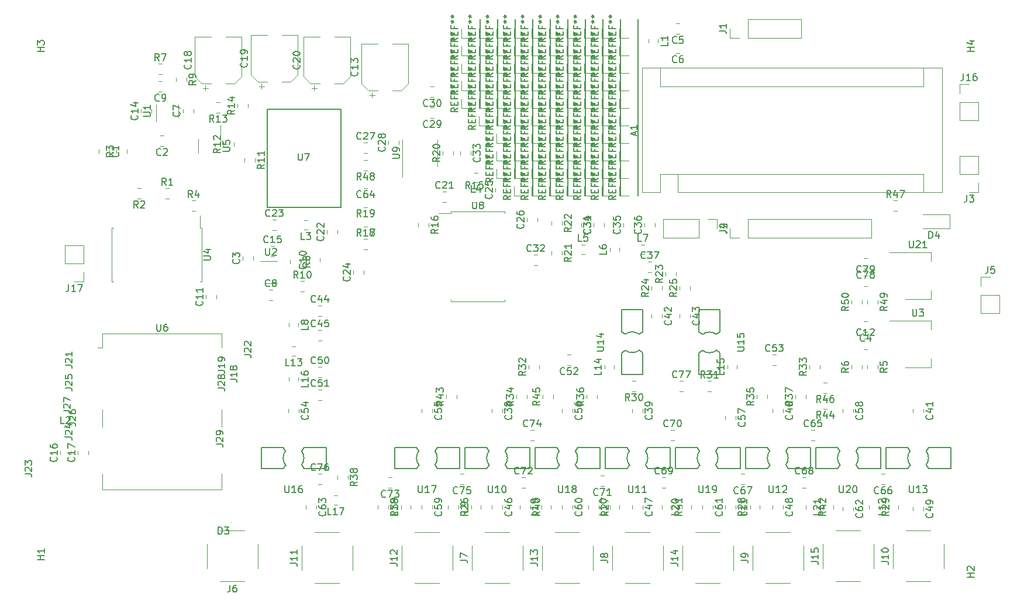
<source format=gbr>
%TF.GenerationSoftware,KiCad,Pcbnew,5.1.9-73d0e3b20d~88~ubuntu20.04.1*%
%TF.CreationDate,2021-01-15T18:11:00+02:00*%
%TF.ProjectId,gpsdo,67707364-6f2e-46b6-9963-61645f706362,rev?*%
%TF.SameCoordinates,PX3e22018PY7b2cf58*%
%TF.FileFunction,Legend,Top*%
%TF.FilePolarity,Positive*%
%FSLAX46Y46*%
G04 Gerber Fmt 4.6, Leading zero omitted, Abs format (unit mm)*
G04 Created by KiCad (PCBNEW 5.1.9-73d0e3b20d~88~ubuntu20.04.1) date 2021-01-15 18:11:00*
%MOMM*%
%LPD*%
G01*
G04 APERTURE LIST*
%ADD10C,0.120000*%
%ADD11C,0.150000*%
%ADD12C,0.100000*%
G04 APERTURE END LIST*
D10*
%TO.C,REF\u002A\u002A*%
X62170000Y72330000D02*
X62170000Y73660000D01*
X63500000Y72330000D02*
X62170000Y72330000D01*
X64770000Y72330000D02*
X64770000Y74990000D01*
X64770000Y74990000D02*
X64830000Y74990000D01*
X64770000Y72330000D02*
X64830000Y72330000D01*
X64830000Y72330000D02*
X64830000Y74990000D01*
X62170000Y74870000D02*
X62170000Y76200000D01*
X63500000Y74870000D02*
X62170000Y74870000D01*
X64770000Y74870000D02*
X64770000Y77530000D01*
X64770000Y77530000D02*
X64830000Y77530000D01*
X64770000Y74870000D02*
X64830000Y74870000D01*
X64830000Y74870000D02*
X64830000Y77530000D01*
X62170000Y77410000D02*
X62170000Y78740000D01*
X63500000Y77410000D02*
X62170000Y77410000D01*
X64770000Y77410000D02*
X64770000Y80070000D01*
X64770000Y80070000D02*
X64830000Y80070000D01*
X64770000Y77410000D02*
X64830000Y77410000D01*
X64830000Y77410000D02*
X64830000Y80070000D01*
X62170000Y79950000D02*
X62170000Y81280000D01*
X63500000Y79950000D02*
X62170000Y79950000D01*
X64770000Y79950000D02*
X64770000Y82610000D01*
X64770000Y82610000D02*
X64830000Y82610000D01*
X64770000Y79950000D02*
X64830000Y79950000D01*
X64830000Y79950000D02*
X64830000Y82610000D01*
X62170000Y82490000D02*
X62170000Y83820000D01*
X63500000Y82490000D02*
X62170000Y82490000D01*
X64770000Y82490000D02*
X64770000Y85150000D01*
X64770000Y85150000D02*
X64830000Y85150000D01*
X64770000Y82490000D02*
X64830000Y82490000D01*
X64830000Y82490000D02*
X64830000Y85150000D01*
X64710000Y69790000D02*
X64710000Y71120000D01*
X66040000Y69790000D02*
X64710000Y69790000D01*
X67310000Y69790000D02*
X67310000Y72450000D01*
X67310000Y72450000D02*
X67370000Y72450000D01*
X67310000Y69790000D02*
X67370000Y69790000D01*
X67370000Y69790000D02*
X67370000Y72450000D01*
X64710000Y72330000D02*
X64710000Y73660000D01*
X66040000Y72330000D02*
X64710000Y72330000D01*
X67310000Y72330000D02*
X67310000Y74990000D01*
X67310000Y74990000D02*
X67370000Y74990000D01*
X67310000Y72330000D02*
X67370000Y72330000D01*
X67370000Y72330000D02*
X67370000Y74990000D01*
X64710000Y74870000D02*
X64710000Y76200000D01*
X66040000Y74870000D02*
X64710000Y74870000D01*
X67310000Y74870000D02*
X67310000Y77530000D01*
X67310000Y77530000D02*
X67370000Y77530000D01*
X67310000Y74870000D02*
X67370000Y74870000D01*
X67370000Y74870000D02*
X67370000Y77530000D01*
X64710000Y77410000D02*
X64710000Y78740000D01*
X66040000Y77410000D02*
X64710000Y77410000D01*
X67310000Y77410000D02*
X67310000Y80070000D01*
X67310000Y80070000D02*
X67370000Y80070000D01*
X67310000Y77410000D02*
X67370000Y77410000D01*
X67370000Y77410000D02*
X67370000Y80070000D01*
X64710000Y79950000D02*
X64710000Y81280000D01*
X66040000Y79950000D02*
X64710000Y79950000D01*
X67310000Y79950000D02*
X67310000Y82610000D01*
X67310000Y82610000D02*
X67370000Y82610000D01*
X67310000Y79950000D02*
X67370000Y79950000D01*
X67370000Y79950000D02*
X67370000Y82610000D01*
X64710000Y82490000D02*
X64710000Y83820000D01*
X66040000Y82490000D02*
X64710000Y82490000D01*
X67310000Y82490000D02*
X67310000Y85150000D01*
X67310000Y85150000D02*
X67370000Y85150000D01*
X67310000Y82490000D02*
X67370000Y82490000D01*
X67370000Y82490000D02*
X67370000Y85150000D01*
X67250000Y62170000D02*
X67250000Y63500000D01*
X68580000Y62170000D02*
X67250000Y62170000D01*
X69850000Y62170000D02*
X69850000Y64830000D01*
X69850000Y64830000D02*
X69910000Y64830000D01*
X69850000Y62170000D02*
X69910000Y62170000D01*
X69910000Y62170000D02*
X69910000Y64830000D01*
X67250000Y64710000D02*
X67250000Y66040000D01*
X68580000Y64710000D02*
X67250000Y64710000D01*
X69850000Y64710000D02*
X69850000Y67370000D01*
X69850000Y67370000D02*
X69910000Y67370000D01*
X69850000Y64710000D02*
X69910000Y64710000D01*
X69910000Y64710000D02*
X69910000Y67370000D01*
X67250000Y67250000D02*
X67250000Y68580000D01*
X68580000Y67250000D02*
X67250000Y67250000D01*
X69850000Y67250000D02*
X69850000Y69910000D01*
X69850000Y69910000D02*
X69910000Y69910000D01*
X69850000Y67250000D02*
X69910000Y67250000D01*
X69910000Y67250000D02*
X69910000Y69910000D01*
X67250000Y69790000D02*
X67250000Y71120000D01*
X68580000Y69790000D02*
X67250000Y69790000D01*
X69850000Y69790000D02*
X69850000Y72450000D01*
X69850000Y72450000D02*
X69910000Y72450000D01*
X69850000Y69790000D02*
X69910000Y69790000D01*
X69910000Y69790000D02*
X69910000Y72450000D01*
X67250000Y72330000D02*
X67250000Y73660000D01*
X68580000Y72330000D02*
X67250000Y72330000D01*
X69850000Y72330000D02*
X69850000Y74990000D01*
X69850000Y74990000D02*
X69910000Y74990000D01*
X69850000Y72330000D02*
X69910000Y72330000D01*
X69910000Y72330000D02*
X69910000Y74990000D01*
X67250000Y74870000D02*
X67250000Y76200000D01*
X68580000Y74870000D02*
X67250000Y74870000D01*
X69850000Y74870000D02*
X69850000Y77530000D01*
X69850000Y77530000D02*
X69910000Y77530000D01*
X69850000Y74870000D02*
X69910000Y74870000D01*
X69910000Y74870000D02*
X69910000Y77530000D01*
X67250000Y77410000D02*
X67250000Y78740000D01*
X68580000Y77410000D02*
X67250000Y77410000D01*
X69850000Y77410000D02*
X69850000Y80070000D01*
X69850000Y80070000D02*
X69910000Y80070000D01*
X69850000Y77410000D02*
X69910000Y77410000D01*
X69910000Y77410000D02*
X69910000Y80070000D01*
X67250000Y79950000D02*
X67250000Y81280000D01*
X68580000Y79950000D02*
X67250000Y79950000D01*
X69850000Y79950000D02*
X69850000Y82610000D01*
X69850000Y82610000D02*
X69910000Y82610000D01*
X69850000Y79950000D02*
X69910000Y79950000D01*
X69910000Y79950000D02*
X69910000Y82610000D01*
X67250000Y82490000D02*
X67250000Y83820000D01*
X68580000Y82490000D02*
X67250000Y82490000D01*
X69850000Y82490000D02*
X69850000Y85150000D01*
X69850000Y85150000D02*
X69910000Y85150000D01*
X69850000Y82490000D02*
X69910000Y82490000D01*
X69910000Y82490000D02*
X69910000Y85150000D01*
X69790000Y59630000D02*
X69790000Y60960000D01*
X71120000Y59630000D02*
X69790000Y59630000D01*
X72390000Y59630000D02*
X72390000Y62290000D01*
X72390000Y62290000D02*
X72450000Y62290000D01*
X72390000Y59630000D02*
X72450000Y59630000D01*
X72450000Y59630000D02*
X72450000Y62290000D01*
X69790000Y62170000D02*
X69790000Y63500000D01*
X71120000Y62170000D02*
X69790000Y62170000D01*
X72390000Y62170000D02*
X72390000Y64830000D01*
X72390000Y64830000D02*
X72450000Y64830000D01*
X72390000Y62170000D02*
X72450000Y62170000D01*
X72450000Y62170000D02*
X72450000Y64830000D01*
X69790000Y64710000D02*
X69790000Y66040000D01*
X71120000Y64710000D02*
X69790000Y64710000D01*
X72390000Y64710000D02*
X72390000Y67370000D01*
X72390000Y67370000D02*
X72450000Y67370000D01*
X72390000Y64710000D02*
X72450000Y64710000D01*
X72450000Y64710000D02*
X72450000Y67370000D01*
X69790000Y67250000D02*
X69790000Y68580000D01*
X71120000Y67250000D02*
X69790000Y67250000D01*
X72390000Y67250000D02*
X72390000Y69910000D01*
X72390000Y69910000D02*
X72450000Y69910000D01*
X72390000Y67250000D02*
X72450000Y67250000D01*
X72450000Y67250000D02*
X72450000Y69910000D01*
X69790000Y69790000D02*
X69790000Y71120000D01*
X71120000Y69790000D02*
X69790000Y69790000D01*
X72390000Y69790000D02*
X72390000Y72450000D01*
X72390000Y72450000D02*
X72450000Y72450000D01*
X72390000Y69790000D02*
X72450000Y69790000D01*
X72450000Y69790000D02*
X72450000Y72450000D01*
X69790000Y72330000D02*
X69790000Y73660000D01*
X71120000Y72330000D02*
X69790000Y72330000D01*
X72390000Y72330000D02*
X72390000Y74990000D01*
X72390000Y74990000D02*
X72450000Y74990000D01*
X72390000Y72330000D02*
X72450000Y72330000D01*
X72450000Y72330000D02*
X72450000Y74990000D01*
X69790000Y74870000D02*
X69790000Y76200000D01*
X71120000Y74870000D02*
X69790000Y74870000D01*
X72390000Y74870000D02*
X72390000Y77530000D01*
X72390000Y77530000D02*
X72450000Y77530000D01*
X72390000Y74870000D02*
X72450000Y74870000D01*
X72450000Y74870000D02*
X72450000Y77530000D01*
X69790000Y77410000D02*
X69790000Y78740000D01*
X71120000Y77410000D02*
X69790000Y77410000D01*
X72390000Y77410000D02*
X72390000Y80070000D01*
X72390000Y80070000D02*
X72450000Y80070000D01*
X72390000Y77410000D02*
X72450000Y77410000D01*
X72450000Y77410000D02*
X72450000Y80070000D01*
X69790000Y79950000D02*
X69790000Y81280000D01*
X71120000Y79950000D02*
X69790000Y79950000D01*
X72390000Y79950000D02*
X72390000Y82610000D01*
X72390000Y82610000D02*
X72450000Y82610000D01*
X72390000Y79950000D02*
X72450000Y79950000D01*
X72450000Y79950000D02*
X72450000Y82610000D01*
X69790000Y82490000D02*
X69790000Y83820000D01*
X71120000Y82490000D02*
X69790000Y82490000D01*
X72390000Y82490000D02*
X72390000Y85150000D01*
X72390000Y85150000D02*
X72450000Y85150000D01*
X72390000Y82490000D02*
X72450000Y82490000D01*
X72450000Y82490000D02*
X72450000Y85150000D01*
X72330000Y59630000D02*
X72330000Y60960000D01*
X73660000Y59630000D02*
X72330000Y59630000D01*
X74930000Y59630000D02*
X74930000Y62290000D01*
X74930000Y62290000D02*
X74990000Y62290000D01*
X74930000Y59630000D02*
X74990000Y59630000D01*
X74990000Y59630000D02*
X74990000Y62290000D01*
X72330000Y62170000D02*
X72330000Y63500000D01*
X73660000Y62170000D02*
X72330000Y62170000D01*
X74930000Y62170000D02*
X74930000Y64830000D01*
X74930000Y64830000D02*
X74990000Y64830000D01*
X74930000Y62170000D02*
X74990000Y62170000D01*
X74990000Y62170000D02*
X74990000Y64830000D01*
X72330000Y64710000D02*
X72330000Y66040000D01*
X73660000Y64710000D02*
X72330000Y64710000D01*
X74930000Y64710000D02*
X74930000Y67370000D01*
X74930000Y67370000D02*
X74990000Y67370000D01*
X74930000Y64710000D02*
X74990000Y64710000D01*
X74990000Y64710000D02*
X74990000Y67370000D01*
X72330000Y67250000D02*
X72330000Y68580000D01*
X73660000Y67250000D02*
X72330000Y67250000D01*
X74930000Y67250000D02*
X74930000Y69910000D01*
X74930000Y69910000D02*
X74990000Y69910000D01*
X74930000Y67250000D02*
X74990000Y67250000D01*
X74990000Y67250000D02*
X74990000Y69910000D01*
X72330000Y69790000D02*
X72330000Y71120000D01*
X73660000Y69790000D02*
X72330000Y69790000D01*
X74930000Y69790000D02*
X74930000Y72450000D01*
X74930000Y72450000D02*
X74990000Y72450000D01*
X74930000Y69790000D02*
X74990000Y69790000D01*
X74990000Y69790000D02*
X74990000Y72450000D01*
X72330000Y72330000D02*
X72330000Y73660000D01*
X73660000Y72330000D02*
X72330000Y72330000D01*
X74930000Y72330000D02*
X74930000Y74990000D01*
X74930000Y74990000D02*
X74990000Y74990000D01*
X74930000Y72330000D02*
X74990000Y72330000D01*
X74990000Y72330000D02*
X74990000Y74990000D01*
X72330000Y74870000D02*
X72330000Y76200000D01*
X73660000Y74870000D02*
X72330000Y74870000D01*
X74930000Y74870000D02*
X74930000Y77530000D01*
X74930000Y77530000D02*
X74990000Y77530000D01*
X74930000Y74870000D02*
X74990000Y74870000D01*
X74990000Y74870000D02*
X74990000Y77530000D01*
X72330000Y77410000D02*
X72330000Y78740000D01*
X73660000Y77410000D02*
X72330000Y77410000D01*
X74930000Y77410000D02*
X74930000Y80070000D01*
X74930000Y80070000D02*
X74990000Y80070000D01*
X74930000Y77410000D02*
X74990000Y77410000D01*
X74990000Y77410000D02*
X74990000Y80070000D01*
X72330000Y79950000D02*
X72330000Y81280000D01*
X73660000Y79950000D02*
X72330000Y79950000D01*
X74930000Y79950000D02*
X74930000Y82610000D01*
X74930000Y82610000D02*
X74990000Y82610000D01*
X74930000Y79950000D02*
X74990000Y79950000D01*
X74990000Y79950000D02*
X74990000Y82610000D01*
X72330000Y82490000D02*
X72330000Y83820000D01*
X73660000Y82490000D02*
X72330000Y82490000D01*
X74930000Y82490000D02*
X74930000Y85150000D01*
X74930000Y85150000D02*
X74990000Y85150000D01*
X74930000Y82490000D02*
X74990000Y82490000D01*
X74990000Y82490000D02*
X74990000Y85150000D01*
X74870000Y59630000D02*
X74870000Y60960000D01*
X76200000Y59630000D02*
X74870000Y59630000D01*
X77470000Y59630000D02*
X77470000Y62290000D01*
X77470000Y62290000D02*
X77530000Y62290000D01*
X77470000Y59630000D02*
X77530000Y59630000D01*
X77530000Y59630000D02*
X77530000Y62290000D01*
X74870000Y62170000D02*
X74870000Y63500000D01*
X76200000Y62170000D02*
X74870000Y62170000D01*
X77470000Y62170000D02*
X77470000Y64830000D01*
X77470000Y64830000D02*
X77530000Y64830000D01*
X77470000Y62170000D02*
X77530000Y62170000D01*
X77530000Y62170000D02*
X77530000Y64830000D01*
X74870000Y64710000D02*
X74870000Y66040000D01*
X76200000Y64710000D02*
X74870000Y64710000D01*
X77470000Y64710000D02*
X77470000Y67370000D01*
X77470000Y67370000D02*
X77530000Y67370000D01*
X77470000Y64710000D02*
X77530000Y64710000D01*
X77530000Y64710000D02*
X77530000Y67370000D01*
X74870000Y67250000D02*
X74870000Y68580000D01*
X76200000Y67250000D02*
X74870000Y67250000D01*
X77470000Y67250000D02*
X77470000Y69910000D01*
X77470000Y69910000D02*
X77530000Y69910000D01*
X77470000Y67250000D02*
X77530000Y67250000D01*
X77530000Y67250000D02*
X77530000Y69910000D01*
X74870000Y69790000D02*
X74870000Y71120000D01*
X76200000Y69790000D02*
X74870000Y69790000D01*
X77470000Y69790000D02*
X77470000Y72450000D01*
X77470000Y72450000D02*
X77530000Y72450000D01*
X77470000Y69790000D02*
X77530000Y69790000D01*
X77530000Y69790000D02*
X77530000Y72450000D01*
X74870000Y72330000D02*
X74870000Y73660000D01*
X76200000Y72330000D02*
X74870000Y72330000D01*
X77470000Y72330000D02*
X77470000Y74990000D01*
X77470000Y74990000D02*
X77530000Y74990000D01*
X77470000Y72330000D02*
X77530000Y72330000D01*
X77530000Y72330000D02*
X77530000Y74990000D01*
X74870000Y74870000D02*
X74870000Y76200000D01*
X76200000Y74870000D02*
X74870000Y74870000D01*
X77470000Y74870000D02*
X77470000Y77530000D01*
X77470000Y77530000D02*
X77530000Y77530000D01*
X77470000Y74870000D02*
X77530000Y74870000D01*
X77530000Y74870000D02*
X77530000Y77530000D01*
X74870000Y77410000D02*
X74870000Y78740000D01*
X76200000Y77410000D02*
X74870000Y77410000D01*
X77470000Y77410000D02*
X77470000Y80070000D01*
X77470000Y80070000D02*
X77530000Y80070000D01*
X77470000Y77410000D02*
X77530000Y77410000D01*
X77530000Y77410000D02*
X77530000Y80070000D01*
X74870000Y79950000D02*
X74870000Y81280000D01*
X76200000Y79950000D02*
X74870000Y79950000D01*
X77470000Y79950000D02*
X77470000Y82610000D01*
X77470000Y82610000D02*
X77530000Y82610000D01*
X77470000Y79950000D02*
X77530000Y79950000D01*
X77530000Y79950000D02*
X77530000Y82610000D01*
X74870000Y82490000D02*
X74870000Y83820000D01*
X76200000Y82490000D02*
X74870000Y82490000D01*
X77470000Y82490000D02*
X77470000Y85150000D01*
X77470000Y85150000D02*
X77530000Y85150000D01*
X77470000Y82490000D02*
X77530000Y82490000D01*
X77530000Y82490000D02*
X77530000Y85150000D01*
X77410000Y59630000D02*
X77410000Y60960000D01*
X78740000Y59630000D02*
X77410000Y59630000D01*
X80010000Y59630000D02*
X80010000Y62290000D01*
X80010000Y62290000D02*
X80070000Y62290000D01*
X80010000Y59630000D02*
X80070000Y59630000D01*
X80070000Y59630000D02*
X80070000Y62290000D01*
X77410000Y62170000D02*
X77410000Y63500000D01*
X78740000Y62170000D02*
X77410000Y62170000D01*
X80010000Y62170000D02*
X80010000Y64830000D01*
X80010000Y64830000D02*
X80070000Y64830000D01*
X80010000Y62170000D02*
X80070000Y62170000D01*
X80070000Y62170000D02*
X80070000Y64830000D01*
X77410000Y64710000D02*
X77410000Y66040000D01*
X78740000Y64710000D02*
X77410000Y64710000D01*
X80010000Y64710000D02*
X80010000Y67370000D01*
X80010000Y67370000D02*
X80070000Y67370000D01*
X80010000Y64710000D02*
X80070000Y64710000D01*
X80070000Y64710000D02*
X80070000Y67370000D01*
X77410000Y67250000D02*
X77410000Y68580000D01*
X78740000Y67250000D02*
X77410000Y67250000D01*
X80010000Y67250000D02*
X80010000Y69910000D01*
X80010000Y69910000D02*
X80070000Y69910000D01*
X80010000Y67250000D02*
X80070000Y67250000D01*
X80070000Y67250000D02*
X80070000Y69910000D01*
X77410000Y69790000D02*
X77410000Y71120000D01*
X78740000Y69790000D02*
X77410000Y69790000D01*
X80010000Y69790000D02*
X80010000Y72450000D01*
X80010000Y72450000D02*
X80070000Y72450000D01*
X80010000Y69790000D02*
X80070000Y69790000D01*
X80070000Y69790000D02*
X80070000Y72450000D01*
X77410000Y72330000D02*
X77410000Y73660000D01*
X78740000Y72330000D02*
X77410000Y72330000D01*
X80010000Y72330000D02*
X80010000Y74990000D01*
X80010000Y74990000D02*
X80070000Y74990000D01*
X80010000Y72330000D02*
X80070000Y72330000D01*
X80070000Y72330000D02*
X80070000Y74990000D01*
X77410000Y74870000D02*
X77410000Y76200000D01*
X78740000Y74870000D02*
X77410000Y74870000D01*
X80010000Y74870000D02*
X80010000Y77530000D01*
X80010000Y77530000D02*
X80070000Y77530000D01*
X80010000Y74870000D02*
X80070000Y74870000D01*
X80070000Y74870000D02*
X80070000Y77530000D01*
X77410000Y77410000D02*
X77410000Y78740000D01*
X78740000Y77410000D02*
X77410000Y77410000D01*
X80010000Y77410000D02*
X80010000Y80070000D01*
X80010000Y80070000D02*
X80070000Y80070000D01*
X80010000Y77410000D02*
X80070000Y77410000D01*
X80070000Y77410000D02*
X80070000Y80070000D01*
X77410000Y79950000D02*
X77410000Y81280000D01*
X78740000Y79950000D02*
X77410000Y79950000D01*
X80010000Y79950000D02*
X80010000Y82610000D01*
X80010000Y82610000D02*
X80070000Y82610000D01*
X80010000Y79950000D02*
X80070000Y79950000D01*
X80070000Y79950000D02*
X80070000Y82610000D01*
X77410000Y82490000D02*
X77410000Y83820000D01*
X78740000Y82490000D02*
X77410000Y82490000D01*
X80010000Y82490000D02*
X80010000Y85150000D01*
X80010000Y85150000D02*
X80070000Y85150000D01*
X80010000Y82490000D02*
X80070000Y82490000D01*
X80070000Y82490000D02*
X80070000Y85150000D01*
X79950000Y59630000D02*
X79950000Y60960000D01*
X81280000Y59630000D02*
X79950000Y59630000D01*
X82550000Y59630000D02*
X82550000Y62290000D01*
X82550000Y62290000D02*
X82610000Y62290000D01*
X82550000Y59630000D02*
X82610000Y59630000D01*
X82610000Y59630000D02*
X82610000Y62290000D01*
X79950000Y62170000D02*
X79950000Y63500000D01*
X81280000Y62170000D02*
X79950000Y62170000D01*
X82550000Y62170000D02*
X82550000Y64830000D01*
X82550000Y64830000D02*
X82610000Y64830000D01*
X82550000Y62170000D02*
X82610000Y62170000D01*
X82610000Y62170000D02*
X82610000Y64830000D01*
X79950000Y64710000D02*
X79950000Y66040000D01*
X81280000Y64710000D02*
X79950000Y64710000D01*
X82550000Y64710000D02*
X82550000Y67370000D01*
X82550000Y67370000D02*
X82610000Y67370000D01*
X82550000Y64710000D02*
X82610000Y64710000D01*
X82610000Y64710000D02*
X82610000Y67370000D01*
X79950000Y67250000D02*
X79950000Y68580000D01*
X81280000Y67250000D02*
X79950000Y67250000D01*
X82550000Y67250000D02*
X82550000Y69910000D01*
X82550000Y69910000D02*
X82610000Y69910000D01*
X82550000Y67250000D02*
X82610000Y67250000D01*
X82610000Y67250000D02*
X82610000Y69910000D01*
X79950000Y69790000D02*
X79950000Y71120000D01*
X81280000Y69790000D02*
X79950000Y69790000D01*
X82550000Y69790000D02*
X82550000Y72450000D01*
X82550000Y72450000D02*
X82610000Y72450000D01*
X82550000Y69790000D02*
X82610000Y69790000D01*
X82610000Y69790000D02*
X82610000Y72450000D01*
X79950000Y72330000D02*
X79950000Y73660000D01*
X81280000Y72330000D02*
X79950000Y72330000D01*
X82550000Y72330000D02*
X82550000Y74990000D01*
X82550000Y74990000D02*
X82610000Y74990000D01*
X82550000Y72330000D02*
X82610000Y72330000D01*
X82610000Y72330000D02*
X82610000Y74990000D01*
X79950000Y74870000D02*
X79950000Y76200000D01*
X81280000Y74870000D02*
X79950000Y74870000D01*
X82550000Y74870000D02*
X82550000Y77530000D01*
X82550000Y77530000D02*
X82610000Y77530000D01*
X82550000Y74870000D02*
X82610000Y74870000D01*
X82610000Y74870000D02*
X82610000Y77530000D01*
X79950000Y77410000D02*
X79950000Y78740000D01*
X81280000Y77410000D02*
X79950000Y77410000D01*
X82550000Y77410000D02*
X82550000Y80070000D01*
X82550000Y80070000D02*
X82610000Y80070000D01*
X82550000Y77410000D02*
X82610000Y77410000D01*
X82610000Y77410000D02*
X82610000Y80070000D01*
X79950000Y79950000D02*
X79950000Y81280000D01*
X81280000Y79950000D02*
X79950000Y79950000D01*
X82550000Y79950000D02*
X82550000Y82610000D01*
X82550000Y82610000D02*
X82610000Y82610000D01*
X82550000Y79950000D02*
X82610000Y79950000D01*
X82610000Y79950000D02*
X82610000Y82610000D01*
X79950000Y82490000D02*
X79950000Y83820000D01*
X81280000Y82490000D02*
X79950000Y82490000D01*
X82550000Y82490000D02*
X82550000Y85150000D01*
X82550000Y85150000D02*
X82610000Y85150000D01*
X82550000Y82490000D02*
X82610000Y82490000D01*
X82610000Y82490000D02*
X82610000Y85150000D01*
X82490000Y59630000D02*
X82490000Y60960000D01*
X83820000Y59630000D02*
X82490000Y59630000D01*
X85090000Y59630000D02*
X85090000Y62290000D01*
X85090000Y62290000D02*
X85150000Y62290000D01*
X85090000Y59630000D02*
X85150000Y59630000D01*
X85150000Y59630000D02*
X85150000Y62290000D01*
X82490000Y62170000D02*
X82490000Y63500000D01*
X83820000Y62170000D02*
X82490000Y62170000D01*
X85090000Y62170000D02*
X85090000Y64830000D01*
X85090000Y64830000D02*
X85150000Y64830000D01*
X85090000Y62170000D02*
X85150000Y62170000D01*
X85150000Y62170000D02*
X85150000Y64830000D01*
X82490000Y64710000D02*
X82490000Y66040000D01*
X83820000Y64710000D02*
X82490000Y64710000D01*
X85090000Y64710000D02*
X85090000Y67370000D01*
X85090000Y67370000D02*
X85150000Y67370000D01*
X85090000Y64710000D02*
X85150000Y64710000D01*
X85150000Y64710000D02*
X85150000Y67370000D01*
X82490000Y67250000D02*
X82490000Y68580000D01*
X83820000Y67250000D02*
X82490000Y67250000D01*
X85090000Y67250000D02*
X85090000Y69910000D01*
X85090000Y69910000D02*
X85150000Y69910000D01*
X85090000Y67250000D02*
X85150000Y67250000D01*
X85150000Y67250000D02*
X85150000Y69910000D01*
X82490000Y69790000D02*
X82490000Y71120000D01*
X83820000Y69790000D02*
X82490000Y69790000D01*
X85090000Y69790000D02*
X85090000Y72450000D01*
X85090000Y72450000D02*
X85150000Y72450000D01*
X85090000Y69790000D02*
X85150000Y69790000D01*
X85150000Y69790000D02*
X85150000Y72450000D01*
X82490000Y72330000D02*
X82490000Y73660000D01*
X83820000Y72330000D02*
X82490000Y72330000D01*
X85090000Y72330000D02*
X85090000Y74990000D01*
X85090000Y74990000D02*
X85150000Y74990000D01*
X85090000Y72330000D02*
X85150000Y72330000D01*
X85150000Y72330000D02*
X85150000Y74990000D01*
X82490000Y74870000D02*
X82490000Y76200000D01*
X83820000Y74870000D02*
X82490000Y74870000D01*
X85090000Y74870000D02*
X85090000Y77530000D01*
X85090000Y77530000D02*
X85150000Y77530000D01*
X85090000Y74870000D02*
X85150000Y74870000D01*
X85150000Y74870000D02*
X85150000Y77530000D01*
X82490000Y77410000D02*
X82490000Y78740000D01*
X83820000Y77410000D02*
X82490000Y77410000D01*
X85090000Y77410000D02*
X85090000Y80070000D01*
X85090000Y80070000D02*
X85150000Y80070000D01*
X85090000Y77410000D02*
X85150000Y77410000D01*
X85150000Y77410000D02*
X85150000Y80070000D01*
X82490000Y79950000D02*
X82490000Y81280000D01*
X83820000Y79950000D02*
X82490000Y79950000D01*
X85090000Y79950000D02*
X85090000Y82610000D01*
X85090000Y82610000D02*
X85150000Y82610000D01*
X85090000Y79950000D02*
X85150000Y79950000D01*
X85150000Y79950000D02*
X85150000Y82610000D01*
X82490000Y82490000D02*
X82490000Y83820000D01*
X83820000Y82490000D02*
X82490000Y82490000D01*
X85090000Y82490000D02*
X85090000Y85150000D01*
X85090000Y85150000D02*
X85150000Y85150000D01*
X85090000Y82490000D02*
X85150000Y82490000D01*
X85150000Y82490000D02*
X85150000Y85150000D01*
X85030000Y59630000D02*
X85030000Y60960000D01*
X86360000Y59630000D02*
X85030000Y59630000D01*
X87630000Y59630000D02*
X87630000Y62290000D01*
X87630000Y62290000D02*
X87690000Y62290000D01*
X87630000Y59630000D02*
X87690000Y59630000D01*
X87690000Y59630000D02*
X87690000Y62290000D01*
X85030000Y62170000D02*
X85030000Y63500000D01*
X86360000Y62170000D02*
X85030000Y62170000D01*
X87630000Y62170000D02*
X87630000Y64830000D01*
X87630000Y64830000D02*
X87690000Y64830000D01*
X87630000Y62170000D02*
X87690000Y62170000D01*
X87690000Y62170000D02*
X87690000Y64830000D01*
X85030000Y64710000D02*
X85030000Y66040000D01*
X86360000Y64710000D02*
X85030000Y64710000D01*
X87630000Y64710000D02*
X87630000Y67370000D01*
X87630000Y67370000D02*
X87690000Y67370000D01*
X87630000Y64710000D02*
X87690000Y64710000D01*
X87690000Y64710000D02*
X87690000Y67370000D01*
X85030000Y67250000D02*
X85030000Y68580000D01*
X86360000Y67250000D02*
X85030000Y67250000D01*
X87630000Y67250000D02*
X87630000Y69910000D01*
X87630000Y69910000D02*
X87690000Y69910000D01*
X87630000Y67250000D02*
X87690000Y67250000D01*
X87690000Y67250000D02*
X87690000Y69910000D01*
X85030000Y69790000D02*
X85030000Y71120000D01*
X86360000Y69790000D02*
X85030000Y69790000D01*
X87630000Y69790000D02*
X87630000Y72450000D01*
X87630000Y72450000D02*
X87690000Y72450000D01*
X87630000Y69790000D02*
X87690000Y69790000D01*
X87690000Y69790000D02*
X87690000Y72450000D01*
X85030000Y72330000D02*
X85030000Y73660000D01*
X86360000Y72330000D02*
X85030000Y72330000D01*
X87630000Y72330000D02*
X87630000Y74990000D01*
X87630000Y74990000D02*
X87690000Y74990000D01*
X87630000Y72330000D02*
X87690000Y72330000D01*
X87690000Y72330000D02*
X87690000Y74990000D01*
X85030000Y74870000D02*
X85030000Y76200000D01*
X86360000Y74870000D02*
X85030000Y74870000D01*
X87630000Y74870000D02*
X87630000Y77530000D01*
X87630000Y77530000D02*
X87690000Y77530000D01*
X87630000Y74870000D02*
X87690000Y74870000D01*
X87690000Y74870000D02*
X87690000Y77530000D01*
X85030000Y77410000D02*
X85030000Y78740000D01*
X86360000Y77410000D02*
X85030000Y77410000D01*
X87630000Y77410000D02*
X87630000Y80070000D01*
X87630000Y80070000D02*
X87690000Y80070000D01*
X87630000Y77410000D02*
X87690000Y77410000D01*
X87690000Y77410000D02*
X87690000Y80070000D01*
X85030000Y79950000D02*
X85030000Y81280000D01*
X86360000Y79950000D02*
X85030000Y79950000D01*
X87630000Y79950000D02*
X87630000Y82610000D01*
X87630000Y82610000D02*
X87690000Y82610000D01*
X87630000Y79950000D02*
X87690000Y79950000D01*
X87690000Y79950000D02*
X87690000Y82610000D01*
X87690000Y82490000D02*
X87690000Y85150000D01*
X87630000Y82490000D02*
X87690000Y82490000D01*
X87630000Y85150000D02*
X87690000Y85150000D01*
X87630000Y82490000D02*
X87630000Y85150000D01*
X86360000Y82490000D02*
X85030000Y82490000D01*
X85030000Y82490000D02*
X85030000Y83820000D01*
%TO.C,U6*%
X9496000Y37608000D02*
X10186000Y37608000D01*
X10186000Y39608000D02*
X10186000Y37608000D01*
X10186000Y28588000D02*
X10186000Y26108000D01*
X27406000Y19288000D02*
X27406000Y16988000D01*
X10186000Y16988000D02*
X27406000Y16988000D01*
X10186000Y19288000D02*
X10186000Y16988000D01*
X27406000Y28588000D02*
X27406000Y26108000D01*
X10186000Y39608000D02*
X27406000Y39608000D01*
X27406000Y39608000D02*
X27406000Y37608000D01*
%TO.C,C20*%
X40430750Y75204250D02*
X41218250Y75204250D01*
X40824500Y74810500D02*
X40824500Y75598000D01*
X45017563Y75838000D02*
X46082000Y76902437D01*
X40326437Y75838000D02*
X39262000Y76902437D01*
X40326437Y75838000D02*
X41612000Y75838000D01*
X45017563Y75838000D02*
X43732000Y75838000D01*
X46082000Y76902437D02*
X46082000Y82658000D01*
X39262000Y76902437D02*
X39262000Y82658000D01*
X39262000Y82658000D02*
X41612000Y82658000D01*
X46082000Y82658000D02*
X43732000Y82658000D01*
%TO.C,C19*%
X32810750Y75458250D02*
X33598250Y75458250D01*
X33204500Y75064500D02*
X33204500Y75852000D01*
X37397563Y76092000D02*
X38462000Y77156437D01*
X32706437Y76092000D02*
X31642000Y77156437D01*
X32706437Y76092000D02*
X33992000Y76092000D01*
X37397563Y76092000D02*
X36112000Y76092000D01*
X38462000Y77156437D02*
X38462000Y82912000D01*
X31642000Y77156437D02*
X31642000Y82912000D01*
X31642000Y82912000D02*
X33992000Y82912000D01*
X38462000Y82912000D02*
X36112000Y82912000D01*
%TO.C,C18*%
X24682750Y75204250D02*
X25470250Y75204250D01*
X25076500Y74810500D02*
X25076500Y75598000D01*
X29269563Y75838000D02*
X30334000Y76902437D01*
X24578437Y75838000D02*
X23514000Y76902437D01*
X24578437Y75838000D02*
X25864000Y75838000D01*
X29269563Y75838000D02*
X27984000Y75838000D01*
X30334000Y76902437D02*
X30334000Y82658000D01*
X23514000Y76902437D02*
X23514000Y82658000D01*
X23514000Y82658000D02*
X25864000Y82658000D01*
X30334000Y82658000D02*
X27984000Y82658000D01*
%TO.C,C13*%
X48812750Y74188250D02*
X49600250Y74188250D01*
X49206500Y73794500D02*
X49206500Y74582000D01*
X53399563Y74822000D02*
X54464000Y75886437D01*
X48708437Y74822000D02*
X47644000Y75886437D01*
X48708437Y74822000D02*
X49994000Y74822000D01*
X53399563Y74822000D02*
X52114000Y74822000D01*
X54464000Y75886437D02*
X54464000Y81642000D01*
X47644000Y75886437D02*
X47644000Y81642000D01*
X47644000Y81642000D02*
X49994000Y81642000D01*
X54464000Y81642000D02*
X52114000Y81642000D01*
%TO.C,U4*%
X11524000Y51054000D02*
X11524000Y47194000D01*
X11524000Y47194000D02*
X11759000Y47194000D01*
X11524000Y51054000D02*
X11524000Y54914000D01*
X11524000Y54914000D02*
X11759000Y54914000D01*
X24544000Y51054000D02*
X24544000Y47194000D01*
X24544000Y47194000D02*
X24309000Y47194000D01*
X24544000Y51054000D02*
X24544000Y54914000D01*
X24544000Y54914000D02*
X24309000Y54914000D01*
X24309000Y54914000D02*
X24309000Y56729000D01*
%TO.C,U8*%
X64516000Y44290000D02*
X68376000Y44290000D01*
X68376000Y44290000D02*
X68376000Y44525000D01*
X64516000Y44290000D02*
X60656000Y44290000D01*
X60656000Y44290000D02*
X60656000Y44525000D01*
X64516000Y57310000D02*
X68376000Y57310000D01*
X68376000Y57310000D02*
X68376000Y57075000D01*
X64516000Y57310000D02*
X60656000Y57310000D01*
X60656000Y57310000D02*
X60656000Y57075000D01*
X60656000Y57075000D02*
X58841000Y57075000D01*
%TO.C,U21*%
X130142500Y44596000D02*
X130142500Y45856000D01*
X130142500Y51416000D02*
X130142500Y50156000D01*
X126382500Y44596000D02*
X130142500Y44596000D01*
X124132500Y51416000D02*
X130142500Y51416000D01*
%TO.C,R50*%
X118645000Y43968936D02*
X118645000Y44423064D01*
X120115000Y43968936D02*
X120115000Y44423064D01*
%TO.C,R49*%
X122401000Y44423064D02*
X122401000Y43968936D01*
X120931000Y44423064D02*
X120931000Y43968936D01*
%TO.C,C79*%
X120388748Y47979000D02*
X120911252Y47979000D01*
X120388748Y46509000D02*
X120911252Y46509000D01*
%TO.C,C78*%
X120911252Y49049000D02*
X120388748Y49049000D01*
X120911252Y50519000D02*
X120388748Y50519000D01*
%TO.C,U3*%
X130142500Y34690000D02*
X130142500Y35950000D01*
X130142500Y41510000D02*
X130142500Y40250000D01*
X126382500Y34690000D02*
X130142500Y34690000D01*
X124132500Y41510000D02*
X130142500Y41510000D01*
%TO.C,R38*%
X45693000Y19023064D02*
X45693000Y18568936D01*
X44223000Y19023064D02*
X44223000Y18568936D01*
%TO.C,R48*%
X48487064Y63273000D02*
X48032936Y63273000D01*
X48487064Y64743000D02*
X48032936Y64743000D01*
%TO.C,R20*%
X59463000Y65558936D02*
X59463000Y66013064D01*
X60933000Y65558936D02*
X60933000Y66013064D01*
%TO.C,R19*%
X48487064Y57939000D02*
X48032936Y57939000D01*
X48487064Y59409000D02*
X48032936Y59409000D01*
%TO.C,R18*%
X48032936Y53313000D02*
X48487064Y53313000D01*
X48032936Y51843000D02*
X48487064Y51843000D01*
%TO.C,R17*%
X48487064Y55145000D02*
X48032936Y55145000D01*
X48487064Y56615000D02*
X48032936Y56615000D01*
%TO.C,R14*%
X29745000Y72416936D02*
X29745000Y72871064D01*
X31215000Y72416936D02*
X31215000Y72871064D01*
%TO.C,R13*%
X27151064Y71655000D02*
X26696936Y71655000D01*
X27151064Y73125000D02*
X26696936Y73125000D01*
%TO.C,R12*%
X27713000Y66828936D02*
X27713000Y67283064D01*
X29183000Y66828936D02*
X29183000Y67283064D01*
%TO.C,R11*%
X32231000Y64997064D02*
X32231000Y64542936D01*
X30761000Y64997064D02*
X30761000Y64542936D01*
%TO.C,R47*%
X124740936Y58901000D02*
X125195064Y58901000D01*
X124740936Y57431000D02*
X125195064Y57431000D01*
%TO.C,R46*%
X115035064Y31015000D02*
X114580936Y31015000D01*
X115035064Y32485000D02*
X114580936Y32485000D01*
%TO.C,R45*%
X73941000Y30252936D02*
X73941000Y30707064D01*
X75411000Y30252936D02*
X75411000Y30707064D01*
%TO.C,R44*%
X115035064Y28729000D02*
X114580936Y28729000D01*
X115035064Y30199000D02*
X114580936Y30199000D01*
%TO.C,R43*%
X59971000Y30252936D02*
X59971000Y30707064D01*
X61441000Y30252936D02*
X61441000Y30707064D01*
%TO.C,R42*%
X113511000Y14705064D02*
X113511000Y14250936D01*
X112041000Y14705064D02*
X112041000Y14250936D01*
%TO.C,R41*%
X92683000Y14705064D02*
X92683000Y14250936D01*
X91213000Y14705064D02*
X91213000Y14250936D01*
%TO.C,R40*%
X72109000Y14705064D02*
X72109000Y14250936D01*
X70639000Y14705064D02*
X70639000Y14250936D01*
%TO.C,R39*%
X51535000Y14705064D02*
X51535000Y14250936D01*
X50065000Y14705064D02*
X50065000Y14250936D01*
%TO.C,R37*%
X110517000Y30252936D02*
X110517000Y30707064D01*
X111987000Y30252936D02*
X111987000Y30707064D01*
%TO.C,R36*%
X80291000Y30252936D02*
X80291000Y30707064D01*
X81761000Y30252936D02*
X81761000Y30707064D01*
%TO.C,R35*%
X104929000Y30252936D02*
X104929000Y30707064D01*
X106399000Y30252936D02*
X106399000Y30707064D01*
%TO.C,R34*%
X70131000Y30252936D02*
X70131000Y30707064D01*
X71601000Y30252936D02*
X71601000Y30707064D01*
%TO.C,R33*%
X112549000Y34570936D02*
X112549000Y35025064D01*
X114019000Y34570936D02*
X114019000Y35025064D01*
%TO.C,R32*%
X71909000Y34570936D02*
X71909000Y35025064D01*
X73379000Y34570936D02*
X73379000Y35025064D01*
%TO.C,R31*%
X97816936Y32739000D02*
X98271064Y32739000D01*
X97816936Y31269000D02*
X98271064Y31269000D01*
%TO.C,R30*%
X87349064Y31269000D02*
X86894936Y31269000D01*
X87349064Y32739000D02*
X86894936Y32739000D01*
%TO.C,R29*%
X122655000Y14705064D02*
X122655000Y14250936D01*
X121185000Y14705064D02*
X121185000Y14250936D01*
%TO.C,R28*%
X101827000Y14705064D02*
X101827000Y14250936D01*
X100357000Y14705064D02*
X100357000Y14250936D01*
%TO.C,R27*%
X82015000Y14705064D02*
X82015000Y14250936D01*
X80545000Y14705064D02*
X80545000Y14250936D01*
%TO.C,R26*%
X61695000Y14705064D02*
X61695000Y14250936D01*
X60225000Y14705064D02*
X60225000Y14250936D01*
%TO.C,R25*%
X93753000Y46000936D02*
X93753000Y46455064D01*
X95223000Y46000936D02*
X95223000Y46455064D01*
%TO.C,R24*%
X89689000Y46000936D02*
X89689000Y46455064D01*
X91159000Y46000936D02*
X91159000Y46455064D01*
%TO.C,R23*%
X91721000Y48032936D02*
X91721000Y48487064D01*
X93191000Y48032936D02*
X93191000Y48487064D01*
%TO.C,R22*%
X76681000Y55853064D02*
X76681000Y55398936D01*
X75211000Y55853064D02*
X75211000Y55398936D01*
%TO.C,R21*%
X76681000Y51535064D02*
X76681000Y51080936D01*
X75211000Y51535064D02*
X75211000Y51080936D01*
%TO.C,R16*%
X57377000Y55599064D02*
X57377000Y55144936D01*
X55907000Y55599064D02*
X55907000Y55144936D01*
%TO.C,R15*%
X63780936Y60171000D02*
X64235064Y60171000D01*
X63780936Y58701000D02*
X64235064Y58701000D01*
%TO.C,R10*%
X38888936Y47217000D02*
X39343064Y47217000D01*
X38888936Y45747000D02*
X39343064Y45747000D01*
%TO.C,R9*%
X22325000Y76681064D02*
X22325000Y76226936D01*
X20855000Y76681064D02*
X20855000Y76226936D01*
%TO.C,R8*%
X38835000Y50265064D02*
X38835000Y49810936D01*
X37365000Y50265064D02*
X37365000Y49810936D01*
%TO.C,R7*%
X18314936Y78713000D02*
X18769064Y78713000D01*
X18314936Y77243000D02*
X18769064Y77243000D01*
%TO.C,R6*%
X118645000Y34570936D02*
X118645000Y35025064D01*
X120115000Y34570936D02*
X120115000Y35025064D01*
%TO.C,R5*%
X122401000Y35025064D02*
X122401000Y34570936D01*
X120931000Y35025064D02*
X120931000Y34570936D01*
%TO.C,R4*%
X23140936Y58901000D02*
X23595064Y58901000D01*
X23140936Y57431000D02*
X23595064Y57431000D01*
%TO.C,R3*%
X12219000Y65812936D02*
X12219000Y66267064D01*
X13689000Y65812936D02*
X13689000Y66267064D01*
%TO.C,R2*%
X15721064Y59209000D02*
X15266936Y59209000D01*
X15721064Y60679000D02*
X15266936Y60679000D01*
%TO.C,R1*%
X19330936Y60679000D02*
X19785064Y60679000D01*
X19330936Y59209000D02*
X19785064Y59209000D01*
%TO.C,C12*%
X120388748Y38835000D02*
X120911252Y38835000D01*
X120388748Y37365000D02*
X120911252Y37365000D01*
%TO.C,C4*%
X120911252Y39905000D02*
X120388748Y39905000D01*
X120911252Y41375000D02*
X120388748Y41375000D01*
%TO.C,C77*%
X93718748Y32739000D02*
X94241252Y32739000D01*
X93718748Y31269000D02*
X94241252Y31269000D01*
%TO.C,C76*%
X41394748Y19277000D02*
X41917252Y19277000D01*
X41394748Y17807000D02*
X41917252Y17807000D01*
%TO.C,C75*%
X62491252Y17807000D02*
X61968748Y17807000D01*
X62491252Y19277000D02*
X61968748Y19277000D01*
%TO.C,C74*%
X72128748Y25627000D02*
X72651252Y25627000D01*
X72128748Y24157000D02*
X72651252Y24157000D01*
%TO.C,C73*%
X52077252Y17299000D02*
X51554748Y17299000D01*
X52077252Y18769000D02*
X51554748Y18769000D01*
%TO.C,C72*%
X70858748Y18769000D02*
X71381252Y18769000D01*
X70858748Y17299000D02*
X71381252Y17299000D01*
%TO.C,C71*%
X82811252Y17553000D02*
X82288748Y17553000D01*
X82811252Y19023000D02*
X82288748Y19023000D01*
%TO.C,C70*%
X92448748Y25627000D02*
X92971252Y25627000D01*
X92448748Y24157000D02*
X92971252Y24157000D01*
%TO.C,C69*%
X91178748Y18769000D02*
X91701252Y18769000D01*
X91178748Y17299000D02*
X91701252Y17299000D01*
%TO.C,C68*%
X111498748Y18769000D02*
X112021252Y18769000D01*
X111498748Y17299000D02*
X112021252Y17299000D01*
%TO.C,C67*%
X103131252Y17807000D02*
X102608748Y17807000D01*
X103131252Y19277000D02*
X102608748Y19277000D01*
%TO.C,C66*%
X123451252Y17807000D02*
X122928748Y17807000D01*
X123451252Y19277000D02*
X122928748Y19277000D01*
%TO.C,C15*%
X34536748Y52297000D02*
X35059252Y52297000D01*
X34536748Y50827000D02*
X35059252Y50827000D01*
%TO.C,C14*%
X15775000Y71620748D02*
X15775000Y72143252D01*
X17245000Y71620748D02*
X17245000Y72143252D01*
%TO.C,C11*%
X25173000Y44696748D02*
X25173000Y45219252D01*
X26643000Y44696748D02*
X26643000Y45219252D01*
%TO.C,C10*%
X40159000Y50030748D02*
X40159000Y50553252D01*
X41629000Y50030748D02*
X41629000Y50553252D01*
%TO.C,C9*%
X18803252Y74703000D02*
X18280748Y74703000D01*
X18803252Y76173000D02*
X18280748Y76173000D01*
%TO.C,C8*%
X34282748Y45947000D02*
X34805252Y45947000D01*
X34282748Y44477000D02*
X34805252Y44477000D01*
%TO.C,C7*%
X21871000Y71620748D02*
X21871000Y72143252D01*
X23341000Y71620748D02*
X23341000Y72143252D01*
%TO.C,C3*%
X30507000Y50284748D02*
X30507000Y50807252D01*
X31977000Y50284748D02*
X31977000Y50807252D01*
%TO.C,C2*%
X19057252Y66829000D02*
X18534748Y66829000D01*
X19057252Y68299000D02*
X18534748Y68299000D01*
%TO.C,C1*%
X11149000Y66301252D02*
X11149000Y65778748D01*
X9679000Y66301252D02*
X9679000Y65778748D01*
%TO.C,C64*%
X48521252Y60733000D02*
X47998748Y60733000D01*
X48521252Y62203000D02*
X47998748Y62203000D01*
%TO.C,C33*%
X63473000Y66047252D02*
X63473000Y65524748D01*
X62003000Y66047252D02*
X62003000Y65524748D01*
%TO.C,C30*%
X58173252Y73941000D02*
X57650748Y73941000D01*
X58173252Y75411000D02*
X57650748Y75411000D01*
%TO.C,C29*%
X58173252Y70893000D02*
X57650748Y70893000D01*
X58173252Y72363000D02*
X57650748Y72363000D01*
%TO.C,C28*%
X51589000Y67048748D02*
X51589000Y67571252D01*
X53059000Y67048748D02*
X53059000Y67571252D01*
%TO.C,C27*%
X47998748Y67283000D02*
X48521252Y67283000D01*
X47998748Y65813000D02*
X48521252Y65813000D01*
%TO.C,C24*%
X46509000Y48252748D02*
X46509000Y48775252D01*
X47979000Y48252748D02*
X47979000Y48775252D01*
%TO.C,C23*%
X34790748Y56107000D02*
X35313252Y56107000D01*
X34790748Y54637000D02*
X35313252Y54637000D01*
%TO.C,C22*%
X42699000Y54094748D02*
X42699000Y54617252D01*
X44169000Y54094748D02*
X44169000Y54617252D01*
%TO.C,C63*%
X41121000Y14739252D02*
X41121000Y14216748D01*
X39651000Y14739252D02*
X39651000Y14216748D01*
%TO.C,C53*%
X107180748Y36549000D02*
X107703252Y36549000D01*
X107180748Y35079000D02*
X107703252Y35079000D01*
%TO.C,C52*%
X77985252Y35079000D02*
X77462748Y35079000D01*
X77985252Y36549000D02*
X77462748Y36549000D01*
%TO.C,C51*%
X41394748Y31469000D02*
X41917252Y31469000D01*
X41394748Y29999000D02*
X41917252Y29999000D01*
%TO.C,C50*%
X41394748Y34771000D02*
X41917252Y34771000D01*
X41394748Y33301000D02*
X41917252Y33301000D01*
%TO.C,C45*%
X41394748Y40105000D02*
X41917252Y40105000D01*
X41394748Y38635000D02*
X41917252Y38635000D01*
%TO.C,C44*%
X41394748Y43661000D02*
X41917252Y43661000D01*
X41394748Y42191000D02*
X41917252Y42191000D01*
%TO.C,C43*%
X95223000Y42425252D02*
X95223000Y41902748D01*
X93753000Y42425252D02*
X93753000Y41902748D01*
%TO.C,C42*%
X91159000Y42425252D02*
X91159000Y41902748D01*
X89689000Y42425252D02*
X89689000Y41902748D01*
%TO.C,C37*%
X89146748Y50011000D02*
X89669252Y50011000D01*
X89146748Y48541000D02*
X89669252Y48541000D01*
%TO.C,C36*%
X88673000Y55110748D02*
X88673000Y55633252D01*
X90143000Y55110748D02*
X90143000Y55633252D01*
%TO.C,C35*%
X85625000Y55110748D02*
X85625000Y55633252D01*
X87095000Y55110748D02*
X87095000Y55633252D01*
%TO.C,C34*%
X81307000Y55110748D02*
X81307000Y55633252D01*
X82777000Y55110748D02*
X82777000Y55633252D01*
%TO.C,C31*%
X79475000Y55633252D02*
X79475000Y55110748D01*
X78005000Y55633252D02*
X78005000Y55110748D01*
%TO.C,C21*%
X59428748Y60171000D02*
X59951252Y60171000D01*
X59428748Y58701000D02*
X59951252Y58701000D01*
%TO.C,C62*%
X118845000Y14485252D02*
X118845000Y13962748D01*
X117375000Y14485252D02*
X117375000Y13962748D01*
%TO.C,C61*%
X98525000Y14739252D02*
X98525000Y14216748D01*
X97055000Y14739252D02*
X97055000Y14216748D01*
%TO.C,C60*%
X78205000Y14739252D02*
X78205000Y14216748D01*
X76735000Y14739252D02*
X76735000Y14216748D01*
%TO.C,C59*%
X57885000Y14739252D02*
X57885000Y14216748D01*
X56415000Y14739252D02*
X56415000Y14216748D01*
%TO.C,C58*%
X118845000Y28709252D02*
X118845000Y28186748D01*
X117375000Y28709252D02*
X117375000Y28186748D01*
%TO.C,C57*%
X101827000Y27693252D02*
X101827000Y27170748D01*
X100357000Y27693252D02*
X100357000Y27170748D01*
%TO.C,C56*%
X78205000Y28709252D02*
X78205000Y28186748D01*
X76735000Y28709252D02*
X76735000Y28186748D01*
%TO.C,C55*%
X57885000Y28709252D02*
X57885000Y28186748D01*
X56415000Y28709252D02*
X56415000Y28186748D01*
%TO.C,C49*%
X129005000Y14485252D02*
X129005000Y13962748D01*
X127535000Y14485252D02*
X127535000Y13962748D01*
%TO.C,C48*%
X108685000Y14739252D02*
X108685000Y14216748D01*
X107215000Y14739252D02*
X107215000Y14216748D01*
%TO.C,C47*%
X88365000Y14739252D02*
X88365000Y14216748D01*
X86895000Y14739252D02*
X86895000Y14216748D01*
%TO.C,C46*%
X68045000Y14739252D02*
X68045000Y14216748D01*
X66575000Y14739252D02*
X66575000Y14216748D01*
%TO.C,C41*%
X129005000Y28709252D02*
X129005000Y28186748D01*
X127535000Y28709252D02*
X127535000Y28186748D01*
%TO.C,C40*%
X108685000Y28709252D02*
X108685000Y28186748D01*
X107215000Y28709252D02*
X107215000Y28186748D01*
%TO.C,C39*%
X88365000Y28709252D02*
X88365000Y28186748D01*
X86895000Y28709252D02*
X86895000Y28186748D01*
%TO.C,C38*%
X68045000Y28709252D02*
X68045000Y28186748D01*
X66575000Y28709252D02*
X66575000Y28186748D01*
%TO.C,C32*%
X72636748Y51027000D02*
X73159252Y51027000D01*
X72636748Y49557000D02*
X73159252Y49557000D01*
%TO.C,C26*%
X71655000Y55872748D02*
X71655000Y56395252D01*
X73125000Y55872748D02*
X73125000Y56395252D01*
%TO.C,C25*%
X67083000Y60190748D02*
X67083000Y60713252D01*
X68553000Y60190748D02*
X68553000Y60713252D01*
%TO.C,C65*%
X112768748Y25627000D02*
X113291252Y25627000D01*
X112768748Y24157000D02*
X113291252Y24157000D01*
%TO.C,C54*%
X38581000Y28709252D02*
X38581000Y28186748D01*
X37111000Y28709252D02*
X37111000Y28186748D01*
%TO.C,C17*%
X6631000Y22090748D02*
X6631000Y22613252D01*
X8101000Y22090748D02*
X8101000Y22613252D01*
%TO.C,C16*%
X4091000Y22090748D02*
X4091000Y22613252D01*
X5561000Y22090748D02*
X5561000Y22613252D01*
%TO.C,C6*%
X93733252Y80291000D02*
X93210748Y80291000D01*
X93733252Y81761000D02*
X93210748Y81761000D01*
%TO.C,C5*%
X93733252Y83085000D02*
X93210748Y83085000D01*
X93733252Y84555000D02*
X93210748Y84555000D01*
D11*
%TO.C,U20*%
X122809000Y20066000D02*
X122809000Y23114000D01*
X122809000Y23114000D02*
X119608600Y23114000D01*
X122809000Y20066000D02*
X119608600Y20066000D01*
X119608600Y20066000D02*
X119278400Y20574000D01*
X119608600Y23114000D02*
X119253000Y22606000D01*
X116611400Y23114000D02*
X116941600Y22606000D01*
X116611400Y20066000D02*
X116967000Y20574000D01*
X113411000Y20066000D02*
X116611400Y20066000D01*
X113411000Y23114000D02*
X113411000Y20066000D01*
X113411000Y23114000D02*
X116611400Y23114000D01*
X116951452Y20561564D02*
G75*
G02*
X116941600Y22606000I1285547J1028437D01*
G01*
X119243148Y22618437D02*
G75*
G02*
X119253000Y20574001I-1285547J-1028437D01*
G01*
%TO.C,U19*%
X102489000Y20066000D02*
X102489000Y23114000D01*
X102489000Y23114000D02*
X99288600Y23114000D01*
X102489000Y20066000D02*
X99288600Y20066000D01*
X99288600Y20066000D02*
X98958400Y20574000D01*
X99288600Y23114000D02*
X98933000Y22606000D01*
X96291400Y23114000D02*
X96621600Y22606000D01*
X96291400Y20066000D02*
X96647000Y20574000D01*
X93091000Y20066000D02*
X96291400Y20066000D01*
X93091000Y23114000D02*
X93091000Y20066000D01*
X93091000Y23114000D02*
X96291400Y23114000D01*
X96631452Y20561564D02*
G75*
G02*
X96621600Y22606000I1285547J1028437D01*
G01*
X98923148Y22618437D02*
G75*
G02*
X98933000Y20574001I-1285547J-1028437D01*
G01*
%TO.C,U18*%
X82169000Y20066000D02*
X82169000Y23114000D01*
X82169000Y23114000D02*
X78968600Y23114000D01*
X82169000Y20066000D02*
X78968600Y20066000D01*
X78968600Y20066000D02*
X78638400Y20574000D01*
X78968600Y23114000D02*
X78613000Y22606000D01*
X75971400Y23114000D02*
X76301600Y22606000D01*
X75971400Y20066000D02*
X76327000Y20574000D01*
X72771000Y20066000D02*
X75971400Y20066000D01*
X72771000Y23114000D02*
X72771000Y20066000D01*
X72771000Y23114000D02*
X75971400Y23114000D01*
X76311452Y20561564D02*
G75*
G02*
X76301600Y22606000I1285547J1028437D01*
G01*
X78603148Y22618437D02*
G75*
G02*
X78613000Y20574001I-1285547J-1028437D01*
G01*
%TO.C,U17*%
X61849000Y20066000D02*
X61849000Y23114000D01*
X61849000Y23114000D02*
X58648600Y23114000D01*
X61849000Y20066000D02*
X58648600Y20066000D01*
X58648600Y20066000D02*
X58318400Y20574000D01*
X58648600Y23114000D02*
X58293000Y22606000D01*
X55651400Y23114000D02*
X55981600Y22606000D01*
X55651400Y20066000D02*
X56007000Y20574000D01*
X52451000Y20066000D02*
X55651400Y20066000D01*
X52451000Y23114000D02*
X52451000Y20066000D01*
X52451000Y23114000D02*
X55651400Y23114000D01*
X55991452Y20561564D02*
G75*
G02*
X55981600Y22606000I1285547J1028437D01*
G01*
X58283148Y22618437D02*
G75*
G02*
X58293000Y20574001I-1285547J-1028437D01*
G01*
%TO.C,U16*%
X42545000Y20066000D02*
X42545000Y23114000D01*
X42545000Y23114000D02*
X39344600Y23114000D01*
X42545000Y20066000D02*
X39344600Y20066000D01*
X39344600Y20066000D02*
X39014400Y20574000D01*
X39344600Y23114000D02*
X38989000Y22606000D01*
X36347400Y23114000D02*
X36677600Y22606000D01*
X36347400Y20066000D02*
X36703000Y20574000D01*
X33147000Y20066000D02*
X36347400Y20066000D01*
X33147000Y23114000D02*
X33147000Y20066000D01*
X33147000Y23114000D02*
X36347400Y23114000D01*
X36687452Y20561564D02*
G75*
G02*
X36677600Y22606000I1285547J1028437D01*
G01*
X38979148Y22618437D02*
G75*
G02*
X38989000Y20574001I-1285547J-1028437D01*
G01*
%TO.C,U15*%
X99568000Y43053000D02*
X96520000Y43053000D01*
X96520000Y43053000D02*
X96520000Y39852600D01*
X99568000Y43053000D02*
X99568000Y39852600D01*
X99568000Y39852600D02*
X99060000Y39522400D01*
X96520000Y39852600D02*
X97028000Y39497000D01*
X96520000Y36855400D02*
X97028000Y37185600D01*
X99568000Y36855400D02*
X99060000Y37211000D01*
X99568000Y33655000D02*
X99568000Y36855400D01*
X96520000Y33655000D02*
X99568000Y33655000D01*
X96520000Y33655000D02*
X96520000Y36855400D01*
X99072436Y37195452D02*
G75*
G02*
X97028000Y37185600I-1028437J1285547D01*
G01*
X97015563Y39487148D02*
G75*
G02*
X99059999Y39497000I1028437J-1285547D01*
G01*
%TO.C,U14*%
X85344000Y33655000D02*
X88392000Y33655000D01*
X88392000Y33655000D02*
X88392000Y36855400D01*
X85344000Y33655000D02*
X85344000Y36855400D01*
X85344000Y36855400D02*
X85852000Y37185600D01*
X88392000Y36855400D02*
X87884000Y37211000D01*
X88392000Y39852600D02*
X87884000Y39522400D01*
X85344000Y39852600D02*
X85852000Y39497000D01*
X85344000Y43053000D02*
X85344000Y39852600D01*
X88392000Y43053000D02*
X85344000Y43053000D01*
X88392000Y43053000D02*
X88392000Y39852600D01*
X85839564Y39512548D02*
G75*
G02*
X87884000Y39522400I1028437J-1285547D01*
G01*
X87896437Y37220852D02*
G75*
G02*
X85852001Y37211000I-1028437J1285547D01*
G01*
%TO.C,U13*%
X132969000Y20066000D02*
X132969000Y23114000D01*
X132969000Y23114000D02*
X129768600Y23114000D01*
X132969000Y20066000D02*
X129768600Y20066000D01*
X129768600Y20066000D02*
X129438400Y20574000D01*
X129768600Y23114000D02*
X129413000Y22606000D01*
X126771400Y23114000D02*
X127101600Y22606000D01*
X126771400Y20066000D02*
X127127000Y20574000D01*
X123571000Y20066000D02*
X126771400Y20066000D01*
X123571000Y23114000D02*
X123571000Y20066000D01*
X123571000Y23114000D02*
X126771400Y23114000D01*
X127111452Y20561564D02*
G75*
G02*
X127101600Y22606000I1285547J1028437D01*
G01*
X129403148Y22618437D02*
G75*
G02*
X129413000Y20574001I-1285547J-1028437D01*
G01*
%TO.C,U12*%
X112649000Y20066000D02*
X112649000Y23114000D01*
X112649000Y23114000D02*
X109448600Y23114000D01*
X112649000Y20066000D02*
X109448600Y20066000D01*
X109448600Y20066000D02*
X109118400Y20574000D01*
X109448600Y23114000D02*
X109093000Y22606000D01*
X106451400Y23114000D02*
X106781600Y22606000D01*
X106451400Y20066000D02*
X106807000Y20574000D01*
X103251000Y20066000D02*
X106451400Y20066000D01*
X103251000Y23114000D02*
X103251000Y20066000D01*
X103251000Y23114000D02*
X106451400Y23114000D01*
X106791452Y20561564D02*
G75*
G02*
X106781600Y22606000I1285547J1028437D01*
G01*
X109083148Y22618437D02*
G75*
G02*
X109093000Y20574001I-1285547J-1028437D01*
G01*
%TO.C,U11*%
X92329000Y20066000D02*
X92329000Y23114000D01*
X92329000Y23114000D02*
X89128600Y23114000D01*
X92329000Y20066000D02*
X89128600Y20066000D01*
X89128600Y20066000D02*
X88798400Y20574000D01*
X89128600Y23114000D02*
X88773000Y22606000D01*
X86131400Y23114000D02*
X86461600Y22606000D01*
X86131400Y20066000D02*
X86487000Y20574000D01*
X82931000Y20066000D02*
X86131400Y20066000D01*
X82931000Y23114000D02*
X82931000Y20066000D01*
X82931000Y23114000D02*
X86131400Y23114000D01*
X86471452Y20561564D02*
G75*
G02*
X86461600Y22606000I1285547J1028437D01*
G01*
X88763148Y22618437D02*
G75*
G02*
X88773000Y20574001I-1285547J-1028437D01*
G01*
%TO.C,U10*%
X72009000Y20066000D02*
X72009000Y23114000D01*
X72009000Y23114000D02*
X68808600Y23114000D01*
X72009000Y20066000D02*
X68808600Y20066000D01*
X68808600Y20066000D02*
X68478400Y20574000D01*
X68808600Y23114000D02*
X68453000Y22606000D01*
X65811400Y23114000D02*
X66141600Y22606000D01*
X65811400Y20066000D02*
X66167000Y20574000D01*
X62611000Y20066000D02*
X65811400Y20066000D01*
X62611000Y23114000D02*
X62611000Y20066000D01*
X62611000Y23114000D02*
X65811400Y23114000D01*
X66151452Y20561564D02*
G75*
G02*
X66141600Y22606000I1285547J1028437D01*
G01*
X68443148Y22618437D02*
G75*
G02*
X68453000Y20574001I-1285547J-1028437D01*
G01*
%TO.C,U7*%
X44704000Y68834000D02*
X44704000Y57912000D01*
X44704000Y57912000D02*
X34036000Y57912000D01*
X34036000Y57912000D02*
X34036000Y72136000D01*
X34036000Y72136000D02*
X44704000Y72136000D01*
X44704000Y72136000D02*
X44704000Y68834000D01*
D10*
%TO.C,U9*%
X58694000Y65786000D02*
X58694000Y67736000D01*
X58694000Y65786000D02*
X58694000Y63836000D01*
X53574000Y65786000D02*
X53574000Y67736000D01*
X53574000Y65786000D02*
X53574000Y62336000D01*
%TO.C,U5*%
X24034000Y65802000D02*
X24034000Y67802000D01*
X27274000Y66802000D02*
X27274000Y69802000D01*
%TO.C,U2*%
X33644000Y46904000D02*
X35444000Y46904000D01*
X35444000Y50124000D02*
X32994000Y50124000D01*
%TO.C,U1*%
X21168000Y70982000D02*
X21168000Y72782000D01*
X17948000Y72782000D02*
X17948000Y70332000D01*
%TO.C,L21*%
X114606000Y14216748D02*
X114606000Y14739252D01*
X116026000Y14216748D02*
X116026000Y14739252D01*
%TO.C,L20*%
X94032000Y14216748D02*
X94032000Y14739252D01*
X95452000Y14216748D02*
X95452000Y14739252D01*
%TO.C,L19*%
X73712000Y14216748D02*
X73712000Y14739252D01*
X75132000Y14216748D02*
X75132000Y14739252D01*
%TO.C,L18*%
X53392000Y14216748D02*
X53392000Y14739252D01*
X54812000Y14216748D02*
X54812000Y14739252D01*
%TO.C,L17*%
X44203252Y14784000D02*
X43680748Y14784000D01*
X44203252Y16204000D02*
X43680748Y16204000D01*
%TO.C,L16*%
X38556000Y33281252D02*
X38556000Y32758748D01*
X37136000Y33281252D02*
X37136000Y32758748D01*
%TO.C,L15*%
X100636000Y34536748D02*
X100636000Y35059252D01*
X102056000Y34536748D02*
X102056000Y35059252D01*
%TO.C,L14*%
X82856000Y34536748D02*
X82856000Y35059252D01*
X84276000Y34536748D02*
X84276000Y35059252D01*
%TO.C,L13*%
X38107252Y36374000D02*
X37584748Y36374000D01*
X38107252Y37794000D02*
X37584748Y37794000D01*
%TO.C,L12*%
X124004000Y14216748D02*
X124004000Y14739252D01*
X125424000Y14216748D02*
X125424000Y14739252D01*
%TO.C,L11*%
X103938000Y14216748D02*
X103938000Y14739252D01*
X105358000Y14216748D02*
X105358000Y14739252D01*
%TO.C,L10*%
X83618000Y14216748D02*
X83618000Y14739252D01*
X85038000Y14216748D02*
X85038000Y14739252D01*
%TO.C,L9*%
X63552000Y14216748D02*
X63552000Y14739252D01*
X64972000Y14216748D02*
X64972000Y14739252D01*
%TO.C,L8*%
X38556000Y41155252D02*
X38556000Y40632748D01*
X37136000Y41155252D02*
X37136000Y40632748D01*
%TO.C,L7*%
X88130748Y52526000D02*
X88653252Y52526000D01*
X88130748Y51106000D02*
X88653252Y51106000D01*
%TO.C,L6*%
X83618000Y51554748D02*
X83618000Y52077252D01*
X85038000Y51554748D02*
X85038000Y52077252D01*
%TO.C,L5*%
X79494748Y52526000D02*
X80017252Y52526000D01*
X79494748Y51106000D02*
X80017252Y51106000D01*
%TO.C,L4*%
X64523252Y61520000D02*
X64000748Y61520000D01*
X64523252Y62940000D02*
X64000748Y62940000D01*
%TO.C,L3*%
X39885252Y54662000D02*
X39362748Y54662000D01*
X39885252Y56082000D02*
X39362748Y56082000D01*
%TO.C,L2*%
X4564748Y26110000D02*
X5087252Y26110000D01*
X4564748Y24690000D02*
X5087252Y24690000D01*
%TO.C,L1*%
X90626000Y82303252D02*
X90626000Y81780748D01*
X89206000Y82303252D02*
X89206000Y81780748D01*
%TO.C,J17*%
X7426000Y52384000D02*
X4766000Y52384000D01*
X7426000Y49784000D02*
X7426000Y52384000D01*
X4766000Y49784000D02*
X4766000Y52384000D01*
X7426000Y49784000D02*
X4766000Y49784000D01*
X7426000Y48514000D02*
X7426000Y47184000D01*
X7426000Y47184000D02*
X6096000Y47184000D01*
%TO.C,J16*%
X134306000Y70552000D02*
X136966000Y70552000D01*
X134306000Y73152000D02*
X134306000Y70552000D01*
X136966000Y73152000D02*
X136966000Y70552000D01*
X134306000Y73152000D02*
X136966000Y73152000D01*
X134306000Y74422000D02*
X134306000Y75752000D01*
X134306000Y75752000D02*
X135636000Y75752000D01*
%TO.C,J15*%
X116310000Y3686000D02*
X119910000Y3686000D01*
X116310000Y11046000D02*
X119910000Y11046000D01*
X121790000Y5566000D02*
X121790000Y9166000D01*
X114430000Y5566000D02*
X114430000Y9166000D01*
%TO.C,J14*%
X95990000Y3432000D02*
X99590000Y3432000D01*
X95990000Y10792000D02*
X99590000Y10792000D01*
X101470000Y5312000D02*
X101470000Y8912000D01*
X94110000Y5312000D02*
X94110000Y8912000D01*
%TO.C,J13*%
X75670000Y3432000D02*
X79270000Y3432000D01*
X75670000Y10792000D02*
X79270000Y10792000D01*
X81150000Y5312000D02*
X81150000Y8912000D01*
X73790000Y5312000D02*
X73790000Y8912000D01*
%TO.C,J12*%
X55350000Y3432000D02*
X58950000Y3432000D01*
X55350000Y10792000D02*
X58950000Y10792000D01*
X60830000Y5312000D02*
X60830000Y8912000D01*
X53470000Y5312000D02*
X53470000Y8912000D01*
%TO.C,J11*%
X40872000Y3432000D02*
X44472000Y3432000D01*
X40872000Y10792000D02*
X44472000Y10792000D01*
X46352000Y5312000D02*
X46352000Y8912000D01*
X38992000Y5312000D02*
X38992000Y8912000D01*
%TO.C,J10*%
X126470000Y3686000D02*
X130070000Y3686000D01*
X126470000Y11046000D02*
X130070000Y11046000D01*
X131950000Y5566000D02*
X131950000Y9166000D01*
X124590000Y5566000D02*
X124590000Y9166000D01*
%TO.C,J9*%
X106150000Y3432000D02*
X109750000Y3432000D01*
X106150000Y10792000D02*
X109750000Y10792000D01*
X111630000Y5312000D02*
X111630000Y8912000D01*
X104270000Y5312000D02*
X104270000Y8912000D01*
%TO.C,J8*%
X85830000Y3432000D02*
X89430000Y3432000D01*
X85830000Y10792000D02*
X89430000Y10792000D01*
X91310000Y5312000D02*
X91310000Y8912000D01*
X83950000Y5312000D02*
X83950000Y8912000D01*
%TO.C,J7*%
X65510000Y3432000D02*
X69110000Y3432000D01*
X65510000Y10792000D02*
X69110000Y10792000D01*
X70990000Y5312000D02*
X70990000Y8912000D01*
X63630000Y5312000D02*
X63630000Y8912000D01*
%TO.C,J6*%
X32636000Y5566000D02*
X32636000Y9166000D01*
X25276000Y5566000D02*
X25276000Y9166000D01*
X30756000Y11046000D02*
X27156000Y11046000D01*
X30756000Y3686000D02*
X27156000Y3686000D01*
%TO.C,J5*%
X137354000Y42612000D02*
X140014000Y42612000D01*
X137354000Y45212000D02*
X137354000Y42612000D01*
X140014000Y45212000D02*
X140014000Y42612000D01*
X137354000Y45212000D02*
X140014000Y45212000D01*
X137354000Y46482000D02*
X137354000Y47812000D01*
X137354000Y47812000D02*
X138684000Y47812000D01*
%TO.C,J4*%
X121472000Y53534000D02*
X121472000Y56194000D01*
X103632000Y53534000D02*
X121472000Y53534000D01*
X103632000Y56194000D02*
X121472000Y56194000D01*
X103632000Y53534000D02*
X103632000Y56194000D01*
X102362000Y53534000D02*
X101032000Y53534000D01*
X101032000Y53534000D02*
X101032000Y54864000D01*
%TO.C,J3*%
X136966000Y65338000D02*
X134306000Y65338000D01*
X136966000Y62738000D02*
X136966000Y65338000D01*
X134306000Y62738000D02*
X134306000Y65338000D01*
X136966000Y62738000D02*
X134306000Y62738000D01*
X136966000Y61468000D02*
X136966000Y60138000D01*
X136966000Y60138000D02*
X135636000Y60138000D01*
%TO.C,J2*%
X91380000Y56194000D02*
X91380000Y53534000D01*
X96520000Y56194000D02*
X91380000Y56194000D01*
X96520000Y53534000D02*
X91380000Y53534000D01*
X96520000Y56194000D02*
X96520000Y53534000D01*
X97790000Y56194000D02*
X99120000Y56194000D01*
X99120000Y56194000D02*
X99120000Y54864000D01*
%TO.C,J1*%
X111312000Y82490000D02*
X111312000Y85150000D01*
X103632000Y82490000D02*
X111312000Y82490000D01*
X103632000Y85150000D02*
X111312000Y85150000D01*
X103632000Y82490000D02*
X103632000Y85150000D01*
X102362000Y82490000D02*
X101032000Y82490000D01*
X101032000Y82490000D02*
X101032000Y83820000D01*
%TO.C,D4*%
X132806000Y54880000D02*
X132806000Y56880000D01*
X132806000Y56880000D02*
X128906000Y56880000D01*
X132806000Y54880000D02*
X128906000Y54880000D01*
D12*
%TO.C,D3*%
X28826000Y12192000D02*
G75*
G03*
X28826000Y12192000I-50000J0D01*
G01*
D10*
%TO.C,A1*%
X93472000Y62738000D02*
X90932000Y62738000D01*
X90932000Y62738000D02*
X90932000Y60068000D01*
X93472000Y60068000D02*
X131702000Y60068000D01*
X88262000Y60068000D02*
X90932000Y60068000D01*
X90932000Y75438000D02*
X90932000Y78108000D01*
X90932000Y75438000D02*
X129032000Y75438000D01*
X129032000Y75438000D02*
X129032000Y78108000D01*
X93472000Y62738000D02*
X93472000Y60068000D01*
X93472000Y62738000D02*
X129032000Y62738000D01*
X129032000Y62738000D02*
X129032000Y60068000D01*
X131702000Y60068000D02*
X131702000Y78108000D01*
X131702000Y78108000D02*
X88262000Y78108000D01*
X88262000Y78108000D02*
X88262000Y60068000D01*
%TO.C,REF\u002A\u002A*%
D11*
X61622380Y72326667D02*
X61146190Y71993334D01*
X61622380Y71755239D02*
X60622380Y71755239D01*
X60622380Y72136191D01*
X60670000Y72231429D01*
X60717619Y72279048D01*
X60812857Y72326667D01*
X60955714Y72326667D01*
X61050952Y72279048D01*
X61098571Y72231429D01*
X61146190Y72136191D01*
X61146190Y71755239D01*
X61098571Y72755239D02*
X61098571Y73088572D01*
X61622380Y73231429D02*
X61622380Y72755239D01*
X60622380Y72755239D01*
X60622380Y73231429D01*
X61098571Y73993334D02*
X61098571Y73660000D01*
X61622380Y73660000D02*
X60622380Y73660000D01*
X60622380Y74136191D01*
X60622380Y74660000D02*
X60860476Y74660000D01*
X60765238Y74421905D02*
X60860476Y74660000D01*
X60765238Y74898096D01*
X61050952Y74517143D02*
X60860476Y74660000D01*
X61050952Y74802858D01*
X60622380Y75421905D02*
X60860476Y75421905D01*
X60765238Y75183810D02*
X60860476Y75421905D01*
X60765238Y75660000D01*
X61050952Y75279048D02*
X60860476Y75421905D01*
X61050952Y75564762D01*
X61622380Y74866667D02*
X61146190Y74533334D01*
X61622380Y74295239D02*
X60622380Y74295239D01*
X60622380Y74676191D01*
X60670000Y74771429D01*
X60717619Y74819048D01*
X60812857Y74866667D01*
X60955714Y74866667D01*
X61050952Y74819048D01*
X61098571Y74771429D01*
X61146190Y74676191D01*
X61146190Y74295239D01*
X61098571Y75295239D02*
X61098571Y75628572D01*
X61622380Y75771429D02*
X61622380Y75295239D01*
X60622380Y75295239D01*
X60622380Y75771429D01*
X61098571Y76533334D02*
X61098571Y76200000D01*
X61622380Y76200000D02*
X60622380Y76200000D01*
X60622380Y76676191D01*
X60622380Y77200000D02*
X60860476Y77200000D01*
X60765238Y76961905D02*
X60860476Y77200000D01*
X60765238Y77438096D01*
X61050952Y77057143D02*
X60860476Y77200000D01*
X61050952Y77342858D01*
X60622380Y77961905D02*
X60860476Y77961905D01*
X60765238Y77723810D02*
X60860476Y77961905D01*
X60765238Y78200000D01*
X61050952Y77819048D02*
X60860476Y77961905D01*
X61050952Y78104762D01*
X61622380Y77406667D02*
X61146190Y77073334D01*
X61622380Y76835239D02*
X60622380Y76835239D01*
X60622380Y77216191D01*
X60670000Y77311429D01*
X60717619Y77359048D01*
X60812857Y77406667D01*
X60955714Y77406667D01*
X61050952Y77359048D01*
X61098571Y77311429D01*
X61146190Y77216191D01*
X61146190Y76835239D01*
X61098571Y77835239D02*
X61098571Y78168572D01*
X61622380Y78311429D02*
X61622380Y77835239D01*
X60622380Y77835239D01*
X60622380Y78311429D01*
X61098571Y79073334D02*
X61098571Y78740000D01*
X61622380Y78740000D02*
X60622380Y78740000D01*
X60622380Y79216191D01*
X60622380Y79740000D02*
X60860476Y79740000D01*
X60765238Y79501905D02*
X60860476Y79740000D01*
X60765238Y79978096D01*
X61050952Y79597143D02*
X60860476Y79740000D01*
X61050952Y79882858D01*
X60622380Y80501905D02*
X60860476Y80501905D01*
X60765238Y80263810D02*
X60860476Y80501905D01*
X60765238Y80740000D01*
X61050952Y80359048D02*
X60860476Y80501905D01*
X61050952Y80644762D01*
X61622380Y79946667D02*
X61146190Y79613334D01*
X61622380Y79375239D02*
X60622380Y79375239D01*
X60622380Y79756191D01*
X60670000Y79851429D01*
X60717619Y79899048D01*
X60812857Y79946667D01*
X60955714Y79946667D01*
X61050952Y79899048D01*
X61098571Y79851429D01*
X61146190Y79756191D01*
X61146190Y79375239D01*
X61098571Y80375239D02*
X61098571Y80708572D01*
X61622380Y80851429D02*
X61622380Y80375239D01*
X60622380Y80375239D01*
X60622380Y80851429D01*
X61098571Y81613334D02*
X61098571Y81280000D01*
X61622380Y81280000D02*
X60622380Y81280000D01*
X60622380Y81756191D01*
X60622380Y82280000D02*
X60860476Y82280000D01*
X60765238Y82041905D02*
X60860476Y82280000D01*
X60765238Y82518096D01*
X61050952Y82137143D02*
X60860476Y82280000D01*
X61050952Y82422858D01*
X60622380Y83041905D02*
X60860476Y83041905D01*
X60765238Y82803810D02*
X60860476Y83041905D01*
X60765238Y83280000D01*
X61050952Y82899048D02*
X60860476Y83041905D01*
X61050952Y83184762D01*
X61622380Y82486667D02*
X61146190Y82153334D01*
X61622380Y81915239D02*
X60622380Y81915239D01*
X60622380Y82296191D01*
X60670000Y82391429D01*
X60717619Y82439048D01*
X60812857Y82486667D01*
X60955714Y82486667D01*
X61050952Y82439048D01*
X61098571Y82391429D01*
X61146190Y82296191D01*
X61146190Y81915239D01*
X61098571Y82915239D02*
X61098571Y83248572D01*
X61622380Y83391429D02*
X61622380Y82915239D01*
X60622380Y82915239D01*
X60622380Y83391429D01*
X61098571Y84153334D02*
X61098571Y83820000D01*
X61622380Y83820000D02*
X60622380Y83820000D01*
X60622380Y84296191D01*
X60622380Y84820000D02*
X60860476Y84820000D01*
X60765238Y84581905D02*
X60860476Y84820000D01*
X60765238Y85058096D01*
X61050952Y84677143D02*
X60860476Y84820000D01*
X61050952Y84962858D01*
X60622380Y85581905D02*
X60860476Y85581905D01*
X60765238Y85343810D02*
X60860476Y85581905D01*
X60765238Y85820000D01*
X61050952Y85439048D02*
X60860476Y85581905D01*
X61050952Y85724762D01*
X64162380Y69786667D02*
X63686190Y69453334D01*
X64162380Y69215239D02*
X63162380Y69215239D01*
X63162380Y69596191D01*
X63210000Y69691429D01*
X63257619Y69739048D01*
X63352857Y69786667D01*
X63495714Y69786667D01*
X63590952Y69739048D01*
X63638571Y69691429D01*
X63686190Y69596191D01*
X63686190Y69215239D01*
X63638571Y70215239D02*
X63638571Y70548572D01*
X64162380Y70691429D02*
X64162380Y70215239D01*
X63162380Y70215239D01*
X63162380Y70691429D01*
X63638571Y71453334D02*
X63638571Y71120000D01*
X64162380Y71120000D02*
X63162380Y71120000D01*
X63162380Y71596191D01*
X63162380Y72120000D02*
X63400476Y72120000D01*
X63305238Y71881905D02*
X63400476Y72120000D01*
X63305238Y72358096D01*
X63590952Y71977143D02*
X63400476Y72120000D01*
X63590952Y72262858D01*
X63162380Y72881905D02*
X63400476Y72881905D01*
X63305238Y72643810D02*
X63400476Y72881905D01*
X63305238Y73120000D01*
X63590952Y72739048D02*
X63400476Y72881905D01*
X63590952Y73024762D01*
X64162380Y72326667D02*
X63686190Y71993334D01*
X64162380Y71755239D02*
X63162380Y71755239D01*
X63162380Y72136191D01*
X63210000Y72231429D01*
X63257619Y72279048D01*
X63352857Y72326667D01*
X63495714Y72326667D01*
X63590952Y72279048D01*
X63638571Y72231429D01*
X63686190Y72136191D01*
X63686190Y71755239D01*
X63638571Y72755239D02*
X63638571Y73088572D01*
X64162380Y73231429D02*
X64162380Y72755239D01*
X63162380Y72755239D01*
X63162380Y73231429D01*
X63638571Y73993334D02*
X63638571Y73660000D01*
X64162380Y73660000D02*
X63162380Y73660000D01*
X63162380Y74136191D01*
X63162380Y74660000D02*
X63400476Y74660000D01*
X63305238Y74421905D02*
X63400476Y74660000D01*
X63305238Y74898096D01*
X63590952Y74517143D02*
X63400476Y74660000D01*
X63590952Y74802858D01*
X63162380Y75421905D02*
X63400476Y75421905D01*
X63305238Y75183810D02*
X63400476Y75421905D01*
X63305238Y75660000D01*
X63590952Y75279048D02*
X63400476Y75421905D01*
X63590952Y75564762D01*
X64162380Y74866667D02*
X63686190Y74533334D01*
X64162380Y74295239D02*
X63162380Y74295239D01*
X63162380Y74676191D01*
X63210000Y74771429D01*
X63257619Y74819048D01*
X63352857Y74866667D01*
X63495714Y74866667D01*
X63590952Y74819048D01*
X63638571Y74771429D01*
X63686190Y74676191D01*
X63686190Y74295239D01*
X63638571Y75295239D02*
X63638571Y75628572D01*
X64162380Y75771429D02*
X64162380Y75295239D01*
X63162380Y75295239D01*
X63162380Y75771429D01*
X63638571Y76533334D02*
X63638571Y76200000D01*
X64162380Y76200000D02*
X63162380Y76200000D01*
X63162380Y76676191D01*
X63162380Y77200000D02*
X63400476Y77200000D01*
X63305238Y76961905D02*
X63400476Y77200000D01*
X63305238Y77438096D01*
X63590952Y77057143D02*
X63400476Y77200000D01*
X63590952Y77342858D01*
X63162380Y77961905D02*
X63400476Y77961905D01*
X63305238Y77723810D02*
X63400476Y77961905D01*
X63305238Y78200000D01*
X63590952Y77819048D02*
X63400476Y77961905D01*
X63590952Y78104762D01*
X64162380Y77406667D02*
X63686190Y77073334D01*
X64162380Y76835239D02*
X63162380Y76835239D01*
X63162380Y77216191D01*
X63210000Y77311429D01*
X63257619Y77359048D01*
X63352857Y77406667D01*
X63495714Y77406667D01*
X63590952Y77359048D01*
X63638571Y77311429D01*
X63686190Y77216191D01*
X63686190Y76835239D01*
X63638571Y77835239D02*
X63638571Y78168572D01*
X64162380Y78311429D02*
X64162380Y77835239D01*
X63162380Y77835239D01*
X63162380Y78311429D01*
X63638571Y79073334D02*
X63638571Y78740000D01*
X64162380Y78740000D02*
X63162380Y78740000D01*
X63162380Y79216191D01*
X63162380Y79740000D02*
X63400476Y79740000D01*
X63305238Y79501905D02*
X63400476Y79740000D01*
X63305238Y79978096D01*
X63590952Y79597143D02*
X63400476Y79740000D01*
X63590952Y79882858D01*
X63162380Y80501905D02*
X63400476Y80501905D01*
X63305238Y80263810D02*
X63400476Y80501905D01*
X63305238Y80740000D01*
X63590952Y80359048D02*
X63400476Y80501905D01*
X63590952Y80644762D01*
X64162380Y79946667D02*
X63686190Y79613334D01*
X64162380Y79375239D02*
X63162380Y79375239D01*
X63162380Y79756191D01*
X63210000Y79851429D01*
X63257619Y79899048D01*
X63352857Y79946667D01*
X63495714Y79946667D01*
X63590952Y79899048D01*
X63638571Y79851429D01*
X63686190Y79756191D01*
X63686190Y79375239D01*
X63638571Y80375239D02*
X63638571Y80708572D01*
X64162380Y80851429D02*
X64162380Y80375239D01*
X63162380Y80375239D01*
X63162380Y80851429D01*
X63638571Y81613334D02*
X63638571Y81280000D01*
X64162380Y81280000D02*
X63162380Y81280000D01*
X63162380Y81756191D01*
X63162380Y82280000D02*
X63400476Y82280000D01*
X63305238Y82041905D02*
X63400476Y82280000D01*
X63305238Y82518096D01*
X63590952Y82137143D02*
X63400476Y82280000D01*
X63590952Y82422858D01*
X63162380Y83041905D02*
X63400476Y83041905D01*
X63305238Y82803810D02*
X63400476Y83041905D01*
X63305238Y83280000D01*
X63590952Y82899048D02*
X63400476Y83041905D01*
X63590952Y83184762D01*
X64162380Y82486667D02*
X63686190Y82153334D01*
X64162380Y81915239D02*
X63162380Y81915239D01*
X63162380Y82296191D01*
X63210000Y82391429D01*
X63257619Y82439048D01*
X63352857Y82486667D01*
X63495714Y82486667D01*
X63590952Y82439048D01*
X63638571Y82391429D01*
X63686190Y82296191D01*
X63686190Y81915239D01*
X63638571Y82915239D02*
X63638571Y83248572D01*
X64162380Y83391429D02*
X64162380Y82915239D01*
X63162380Y82915239D01*
X63162380Y83391429D01*
X63638571Y84153334D02*
X63638571Y83820000D01*
X64162380Y83820000D02*
X63162380Y83820000D01*
X63162380Y84296191D01*
X63162380Y84820000D02*
X63400476Y84820000D01*
X63305238Y84581905D02*
X63400476Y84820000D01*
X63305238Y85058096D01*
X63590952Y84677143D02*
X63400476Y84820000D01*
X63590952Y84962858D01*
X63162380Y85581905D02*
X63400476Y85581905D01*
X63305238Y85343810D02*
X63400476Y85581905D01*
X63305238Y85820000D01*
X63590952Y85439048D02*
X63400476Y85581905D01*
X63590952Y85724762D01*
X66702380Y62166667D02*
X66226190Y61833334D01*
X66702380Y61595239D02*
X65702380Y61595239D01*
X65702380Y61976191D01*
X65750000Y62071429D01*
X65797619Y62119048D01*
X65892857Y62166667D01*
X66035714Y62166667D01*
X66130952Y62119048D01*
X66178571Y62071429D01*
X66226190Y61976191D01*
X66226190Y61595239D01*
X66178571Y62595239D02*
X66178571Y62928572D01*
X66702380Y63071429D02*
X66702380Y62595239D01*
X65702380Y62595239D01*
X65702380Y63071429D01*
X66178571Y63833334D02*
X66178571Y63500000D01*
X66702380Y63500000D02*
X65702380Y63500000D01*
X65702380Y63976191D01*
X65702380Y64500000D02*
X65940476Y64500000D01*
X65845238Y64261905D02*
X65940476Y64500000D01*
X65845238Y64738096D01*
X66130952Y64357143D02*
X65940476Y64500000D01*
X66130952Y64642858D01*
X65702380Y65261905D02*
X65940476Y65261905D01*
X65845238Y65023810D02*
X65940476Y65261905D01*
X65845238Y65500000D01*
X66130952Y65119048D02*
X65940476Y65261905D01*
X66130952Y65404762D01*
X66702380Y64706667D02*
X66226190Y64373334D01*
X66702380Y64135239D02*
X65702380Y64135239D01*
X65702380Y64516191D01*
X65750000Y64611429D01*
X65797619Y64659048D01*
X65892857Y64706667D01*
X66035714Y64706667D01*
X66130952Y64659048D01*
X66178571Y64611429D01*
X66226190Y64516191D01*
X66226190Y64135239D01*
X66178571Y65135239D02*
X66178571Y65468572D01*
X66702380Y65611429D02*
X66702380Y65135239D01*
X65702380Y65135239D01*
X65702380Y65611429D01*
X66178571Y66373334D02*
X66178571Y66040000D01*
X66702380Y66040000D02*
X65702380Y66040000D01*
X65702380Y66516191D01*
X65702380Y67040000D02*
X65940476Y67040000D01*
X65845238Y66801905D02*
X65940476Y67040000D01*
X65845238Y67278096D01*
X66130952Y66897143D02*
X65940476Y67040000D01*
X66130952Y67182858D01*
X65702380Y67801905D02*
X65940476Y67801905D01*
X65845238Y67563810D02*
X65940476Y67801905D01*
X65845238Y68040000D01*
X66130952Y67659048D02*
X65940476Y67801905D01*
X66130952Y67944762D01*
X66702380Y67246667D02*
X66226190Y66913334D01*
X66702380Y66675239D02*
X65702380Y66675239D01*
X65702380Y67056191D01*
X65750000Y67151429D01*
X65797619Y67199048D01*
X65892857Y67246667D01*
X66035714Y67246667D01*
X66130952Y67199048D01*
X66178571Y67151429D01*
X66226190Y67056191D01*
X66226190Y66675239D01*
X66178571Y67675239D02*
X66178571Y68008572D01*
X66702380Y68151429D02*
X66702380Y67675239D01*
X65702380Y67675239D01*
X65702380Y68151429D01*
X66178571Y68913334D02*
X66178571Y68580000D01*
X66702380Y68580000D02*
X65702380Y68580000D01*
X65702380Y69056191D01*
X65702380Y69580000D02*
X65940476Y69580000D01*
X65845238Y69341905D02*
X65940476Y69580000D01*
X65845238Y69818096D01*
X66130952Y69437143D02*
X65940476Y69580000D01*
X66130952Y69722858D01*
X65702380Y70341905D02*
X65940476Y70341905D01*
X65845238Y70103810D02*
X65940476Y70341905D01*
X65845238Y70580000D01*
X66130952Y70199048D02*
X65940476Y70341905D01*
X66130952Y70484762D01*
X66702380Y69786667D02*
X66226190Y69453334D01*
X66702380Y69215239D02*
X65702380Y69215239D01*
X65702380Y69596191D01*
X65750000Y69691429D01*
X65797619Y69739048D01*
X65892857Y69786667D01*
X66035714Y69786667D01*
X66130952Y69739048D01*
X66178571Y69691429D01*
X66226190Y69596191D01*
X66226190Y69215239D01*
X66178571Y70215239D02*
X66178571Y70548572D01*
X66702380Y70691429D02*
X66702380Y70215239D01*
X65702380Y70215239D01*
X65702380Y70691429D01*
X66178571Y71453334D02*
X66178571Y71120000D01*
X66702380Y71120000D02*
X65702380Y71120000D01*
X65702380Y71596191D01*
X65702380Y72120000D02*
X65940476Y72120000D01*
X65845238Y71881905D02*
X65940476Y72120000D01*
X65845238Y72358096D01*
X66130952Y71977143D02*
X65940476Y72120000D01*
X66130952Y72262858D01*
X65702380Y72881905D02*
X65940476Y72881905D01*
X65845238Y72643810D02*
X65940476Y72881905D01*
X65845238Y73120000D01*
X66130952Y72739048D02*
X65940476Y72881905D01*
X66130952Y73024762D01*
X66702380Y72326667D02*
X66226190Y71993334D01*
X66702380Y71755239D02*
X65702380Y71755239D01*
X65702380Y72136191D01*
X65750000Y72231429D01*
X65797619Y72279048D01*
X65892857Y72326667D01*
X66035714Y72326667D01*
X66130952Y72279048D01*
X66178571Y72231429D01*
X66226190Y72136191D01*
X66226190Y71755239D01*
X66178571Y72755239D02*
X66178571Y73088572D01*
X66702380Y73231429D02*
X66702380Y72755239D01*
X65702380Y72755239D01*
X65702380Y73231429D01*
X66178571Y73993334D02*
X66178571Y73660000D01*
X66702380Y73660000D02*
X65702380Y73660000D01*
X65702380Y74136191D01*
X65702380Y74660000D02*
X65940476Y74660000D01*
X65845238Y74421905D02*
X65940476Y74660000D01*
X65845238Y74898096D01*
X66130952Y74517143D02*
X65940476Y74660000D01*
X66130952Y74802858D01*
X65702380Y75421905D02*
X65940476Y75421905D01*
X65845238Y75183810D02*
X65940476Y75421905D01*
X65845238Y75660000D01*
X66130952Y75279048D02*
X65940476Y75421905D01*
X66130952Y75564762D01*
X66702380Y74866667D02*
X66226190Y74533334D01*
X66702380Y74295239D02*
X65702380Y74295239D01*
X65702380Y74676191D01*
X65750000Y74771429D01*
X65797619Y74819048D01*
X65892857Y74866667D01*
X66035714Y74866667D01*
X66130952Y74819048D01*
X66178571Y74771429D01*
X66226190Y74676191D01*
X66226190Y74295239D01*
X66178571Y75295239D02*
X66178571Y75628572D01*
X66702380Y75771429D02*
X66702380Y75295239D01*
X65702380Y75295239D01*
X65702380Y75771429D01*
X66178571Y76533334D02*
X66178571Y76200000D01*
X66702380Y76200000D02*
X65702380Y76200000D01*
X65702380Y76676191D01*
X65702380Y77200000D02*
X65940476Y77200000D01*
X65845238Y76961905D02*
X65940476Y77200000D01*
X65845238Y77438096D01*
X66130952Y77057143D02*
X65940476Y77200000D01*
X66130952Y77342858D01*
X65702380Y77961905D02*
X65940476Y77961905D01*
X65845238Y77723810D02*
X65940476Y77961905D01*
X65845238Y78200000D01*
X66130952Y77819048D02*
X65940476Y77961905D01*
X66130952Y78104762D01*
X66702380Y77406667D02*
X66226190Y77073334D01*
X66702380Y76835239D02*
X65702380Y76835239D01*
X65702380Y77216191D01*
X65750000Y77311429D01*
X65797619Y77359048D01*
X65892857Y77406667D01*
X66035714Y77406667D01*
X66130952Y77359048D01*
X66178571Y77311429D01*
X66226190Y77216191D01*
X66226190Y76835239D01*
X66178571Y77835239D02*
X66178571Y78168572D01*
X66702380Y78311429D02*
X66702380Y77835239D01*
X65702380Y77835239D01*
X65702380Y78311429D01*
X66178571Y79073334D02*
X66178571Y78740000D01*
X66702380Y78740000D02*
X65702380Y78740000D01*
X65702380Y79216191D01*
X65702380Y79740000D02*
X65940476Y79740000D01*
X65845238Y79501905D02*
X65940476Y79740000D01*
X65845238Y79978096D01*
X66130952Y79597143D02*
X65940476Y79740000D01*
X66130952Y79882858D01*
X65702380Y80501905D02*
X65940476Y80501905D01*
X65845238Y80263810D02*
X65940476Y80501905D01*
X65845238Y80740000D01*
X66130952Y80359048D02*
X65940476Y80501905D01*
X66130952Y80644762D01*
X66702380Y79946667D02*
X66226190Y79613334D01*
X66702380Y79375239D02*
X65702380Y79375239D01*
X65702380Y79756191D01*
X65750000Y79851429D01*
X65797619Y79899048D01*
X65892857Y79946667D01*
X66035714Y79946667D01*
X66130952Y79899048D01*
X66178571Y79851429D01*
X66226190Y79756191D01*
X66226190Y79375239D01*
X66178571Y80375239D02*
X66178571Y80708572D01*
X66702380Y80851429D02*
X66702380Y80375239D01*
X65702380Y80375239D01*
X65702380Y80851429D01*
X66178571Y81613334D02*
X66178571Y81280000D01*
X66702380Y81280000D02*
X65702380Y81280000D01*
X65702380Y81756191D01*
X65702380Y82280000D02*
X65940476Y82280000D01*
X65845238Y82041905D02*
X65940476Y82280000D01*
X65845238Y82518096D01*
X66130952Y82137143D02*
X65940476Y82280000D01*
X66130952Y82422858D01*
X65702380Y83041905D02*
X65940476Y83041905D01*
X65845238Y82803810D02*
X65940476Y83041905D01*
X65845238Y83280000D01*
X66130952Y82899048D02*
X65940476Y83041905D01*
X66130952Y83184762D01*
X66702380Y82486667D02*
X66226190Y82153334D01*
X66702380Y81915239D02*
X65702380Y81915239D01*
X65702380Y82296191D01*
X65750000Y82391429D01*
X65797619Y82439048D01*
X65892857Y82486667D01*
X66035714Y82486667D01*
X66130952Y82439048D01*
X66178571Y82391429D01*
X66226190Y82296191D01*
X66226190Y81915239D01*
X66178571Y82915239D02*
X66178571Y83248572D01*
X66702380Y83391429D02*
X66702380Y82915239D01*
X65702380Y82915239D01*
X65702380Y83391429D01*
X66178571Y84153334D02*
X66178571Y83820000D01*
X66702380Y83820000D02*
X65702380Y83820000D01*
X65702380Y84296191D01*
X65702380Y84820000D02*
X65940476Y84820000D01*
X65845238Y84581905D02*
X65940476Y84820000D01*
X65845238Y85058096D01*
X66130952Y84677143D02*
X65940476Y84820000D01*
X66130952Y84962858D01*
X65702380Y85581905D02*
X65940476Y85581905D01*
X65845238Y85343810D02*
X65940476Y85581905D01*
X65845238Y85820000D01*
X66130952Y85439048D02*
X65940476Y85581905D01*
X66130952Y85724762D01*
X69242380Y59626667D02*
X68766190Y59293334D01*
X69242380Y59055239D02*
X68242380Y59055239D01*
X68242380Y59436191D01*
X68290000Y59531429D01*
X68337619Y59579048D01*
X68432857Y59626667D01*
X68575714Y59626667D01*
X68670952Y59579048D01*
X68718571Y59531429D01*
X68766190Y59436191D01*
X68766190Y59055239D01*
X68718571Y60055239D02*
X68718571Y60388572D01*
X69242380Y60531429D02*
X69242380Y60055239D01*
X68242380Y60055239D01*
X68242380Y60531429D01*
X68718571Y61293334D02*
X68718571Y60960000D01*
X69242380Y60960000D02*
X68242380Y60960000D01*
X68242380Y61436191D01*
X68242380Y61960000D02*
X68480476Y61960000D01*
X68385238Y61721905D02*
X68480476Y61960000D01*
X68385238Y62198096D01*
X68670952Y61817143D02*
X68480476Y61960000D01*
X68670952Y62102858D01*
X68242380Y62721905D02*
X68480476Y62721905D01*
X68385238Y62483810D02*
X68480476Y62721905D01*
X68385238Y62960000D01*
X68670952Y62579048D02*
X68480476Y62721905D01*
X68670952Y62864762D01*
X69242380Y62166667D02*
X68766190Y61833334D01*
X69242380Y61595239D02*
X68242380Y61595239D01*
X68242380Y61976191D01*
X68290000Y62071429D01*
X68337619Y62119048D01*
X68432857Y62166667D01*
X68575714Y62166667D01*
X68670952Y62119048D01*
X68718571Y62071429D01*
X68766190Y61976191D01*
X68766190Y61595239D01*
X68718571Y62595239D02*
X68718571Y62928572D01*
X69242380Y63071429D02*
X69242380Y62595239D01*
X68242380Y62595239D01*
X68242380Y63071429D01*
X68718571Y63833334D02*
X68718571Y63500000D01*
X69242380Y63500000D02*
X68242380Y63500000D01*
X68242380Y63976191D01*
X68242380Y64500000D02*
X68480476Y64500000D01*
X68385238Y64261905D02*
X68480476Y64500000D01*
X68385238Y64738096D01*
X68670952Y64357143D02*
X68480476Y64500000D01*
X68670952Y64642858D01*
X68242380Y65261905D02*
X68480476Y65261905D01*
X68385238Y65023810D02*
X68480476Y65261905D01*
X68385238Y65500000D01*
X68670952Y65119048D02*
X68480476Y65261905D01*
X68670952Y65404762D01*
X69242380Y64706667D02*
X68766190Y64373334D01*
X69242380Y64135239D02*
X68242380Y64135239D01*
X68242380Y64516191D01*
X68290000Y64611429D01*
X68337619Y64659048D01*
X68432857Y64706667D01*
X68575714Y64706667D01*
X68670952Y64659048D01*
X68718571Y64611429D01*
X68766190Y64516191D01*
X68766190Y64135239D01*
X68718571Y65135239D02*
X68718571Y65468572D01*
X69242380Y65611429D02*
X69242380Y65135239D01*
X68242380Y65135239D01*
X68242380Y65611429D01*
X68718571Y66373334D02*
X68718571Y66040000D01*
X69242380Y66040000D02*
X68242380Y66040000D01*
X68242380Y66516191D01*
X68242380Y67040000D02*
X68480476Y67040000D01*
X68385238Y66801905D02*
X68480476Y67040000D01*
X68385238Y67278096D01*
X68670952Y66897143D02*
X68480476Y67040000D01*
X68670952Y67182858D01*
X68242380Y67801905D02*
X68480476Y67801905D01*
X68385238Y67563810D02*
X68480476Y67801905D01*
X68385238Y68040000D01*
X68670952Y67659048D02*
X68480476Y67801905D01*
X68670952Y67944762D01*
X69242380Y67246667D02*
X68766190Y66913334D01*
X69242380Y66675239D02*
X68242380Y66675239D01*
X68242380Y67056191D01*
X68290000Y67151429D01*
X68337619Y67199048D01*
X68432857Y67246667D01*
X68575714Y67246667D01*
X68670952Y67199048D01*
X68718571Y67151429D01*
X68766190Y67056191D01*
X68766190Y66675239D01*
X68718571Y67675239D02*
X68718571Y68008572D01*
X69242380Y68151429D02*
X69242380Y67675239D01*
X68242380Y67675239D01*
X68242380Y68151429D01*
X68718571Y68913334D02*
X68718571Y68580000D01*
X69242380Y68580000D02*
X68242380Y68580000D01*
X68242380Y69056191D01*
X68242380Y69580000D02*
X68480476Y69580000D01*
X68385238Y69341905D02*
X68480476Y69580000D01*
X68385238Y69818096D01*
X68670952Y69437143D02*
X68480476Y69580000D01*
X68670952Y69722858D01*
X68242380Y70341905D02*
X68480476Y70341905D01*
X68385238Y70103810D02*
X68480476Y70341905D01*
X68385238Y70580000D01*
X68670952Y70199048D02*
X68480476Y70341905D01*
X68670952Y70484762D01*
X69242380Y69786667D02*
X68766190Y69453334D01*
X69242380Y69215239D02*
X68242380Y69215239D01*
X68242380Y69596191D01*
X68290000Y69691429D01*
X68337619Y69739048D01*
X68432857Y69786667D01*
X68575714Y69786667D01*
X68670952Y69739048D01*
X68718571Y69691429D01*
X68766190Y69596191D01*
X68766190Y69215239D01*
X68718571Y70215239D02*
X68718571Y70548572D01*
X69242380Y70691429D02*
X69242380Y70215239D01*
X68242380Y70215239D01*
X68242380Y70691429D01*
X68718571Y71453334D02*
X68718571Y71120000D01*
X69242380Y71120000D02*
X68242380Y71120000D01*
X68242380Y71596191D01*
X68242380Y72120000D02*
X68480476Y72120000D01*
X68385238Y71881905D02*
X68480476Y72120000D01*
X68385238Y72358096D01*
X68670952Y71977143D02*
X68480476Y72120000D01*
X68670952Y72262858D01*
X68242380Y72881905D02*
X68480476Y72881905D01*
X68385238Y72643810D02*
X68480476Y72881905D01*
X68385238Y73120000D01*
X68670952Y72739048D02*
X68480476Y72881905D01*
X68670952Y73024762D01*
X69242380Y72326667D02*
X68766190Y71993334D01*
X69242380Y71755239D02*
X68242380Y71755239D01*
X68242380Y72136191D01*
X68290000Y72231429D01*
X68337619Y72279048D01*
X68432857Y72326667D01*
X68575714Y72326667D01*
X68670952Y72279048D01*
X68718571Y72231429D01*
X68766190Y72136191D01*
X68766190Y71755239D01*
X68718571Y72755239D02*
X68718571Y73088572D01*
X69242380Y73231429D02*
X69242380Y72755239D01*
X68242380Y72755239D01*
X68242380Y73231429D01*
X68718571Y73993334D02*
X68718571Y73660000D01*
X69242380Y73660000D02*
X68242380Y73660000D01*
X68242380Y74136191D01*
X68242380Y74660000D02*
X68480476Y74660000D01*
X68385238Y74421905D02*
X68480476Y74660000D01*
X68385238Y74898096D01*
X68670952Y74517143D02*
X68480476Y74660000D01*
X68670952Y74802858D01*
X68242380Y75421905D02*
X68480476Y75421905D01*
X68385238Y75183810D02*
X68480476Y75421905D01*
X68385238Y75660000D01*
X68670952Y75279048D02*
X68480476Y75421905D01*
X68670952Y75564762D01*
X69242380Y74866667D02*
X68766190Y74533334D01*
X69242380Y74295239D02*
X68242380Y74295239D01*
X68242380Y74676191D01*
X68290000Y74771429D01*
X68337619Y74819048D01*
X68432857Y74866667D01*
X68575714Y74866667D01*
X68670952Y74819048D01*
X68718571Y74771429D01*
X68766190Y74676191D01*
X68766190Y74295239D01*
X68718571Y75295239D02*
X68718571Y75628572D01*
X69242380Y75771429D02*
X69242380Y75295239D01*
X68242380Y75295239D01*
X68242380Y75771429D01*
X68718571Y76533334D02*
X68718571Y76200000D01*
X69242380Y76200000D02*
X68242380Y76200000D01*
X68242380Y76676191D01*
X68242380Y77200000D02*
X68480476Y77200000D01*
X68385238Y76961905D02*
X68480476Y77200000D01*
X68385238Y77438096D01*
X68670952Y77057143D02*
X68480476Y77200000D01*
X68670952Y77342858D01*
X68242380Y77961905D02*
X68480476Y77961905D01*
X68385238Y77723810D02*
X68480476Y77961905D01*
X68385238Y78200000D01*
X68670952Y77819048D02*
X68480476Y77961905D01*
X68670952Y78104762D01*
X69242380Y77406667D02*
X68766190Y77073334D01*
X69242380Y76835239D02*
X68242380Y76835239D01*
X68242380Y77216191D01*
X68290000Y77311429D01*
X68337619Y77359048D01*
X68432857Y77406667D01*
X68575714Y77406667D01*
X68670952Y77359048D01*
X68718571Y77311429D01*
X68766190Y77216191D01*
X68766190Y76835239D01*
X68718571Y77835239D02*
X68718571Y78168572D01*
X69242380Y78311429D02*
X69242380Y77835239D01*
X68242380Y77835239D01*
X68242380Y78311429D01*
X68718571Y79073334D02*
X68718571Y78740000D01*
X69242380Y78740000D02*
X68242380Y78740000D01*
X68242380Y79216191D01*
X68242380Y79740000D02*
X68480476Y79740000D01*
X68385238Y79501905D02*
X68480476Y79740000D01*
X68385238Y79978096D01*
X68670952Y79597143D02*
X68480476Y79740000D01*
X68670952Y79882858D01*
X68242380Y80501905D02*
X68480476Y80501905D01*
X68385238Y80263810D02*
X68480476Y80501905D01*
X68385238Y80740000D01*
X68670952Y80359048D02*
X68480476Y80501905D01*
X68670952Y80644762D01*
X69242380Y79946667D02*
X68766190Y79613334D01*
X69242380Y79375239D02*
X68242380Y79375239D01*
X68242380Y79756191D01*
X68290000Y79851429D01*
X68337619Y79899048D01*
X68432857Y79946667D01*
X68575714Y79946667D01*
X68670952Y79899048D01*
X68718571Y79851429D01*
X68766190Y79756191D01*
X68766190Y79375239D01*
X68718571Y80375239D02*
X68718571Y80708572D01*
X69242380Y80851429D02*
X69242380Y80375239D01*
X68242380Y80375239D01*
X68242380Y80851429D01*
X68718571Y81613334D02*
X68718571Y81280000D01*
X69242380Y81280000D02*
X68242380Y81280000D01*
X68242380Y81756191D01*
X68242380Y82280000D02*
X68480476Y82280000D01*
X68385238Y82041905D02*
X68480476Y82280000D01*
X68385238Y82518096D01*
X68670952Y82137143D02*
X68480476Y82280000D01*
X68670952Y82422858D01*
X68242380Y83041905D02*
X68480476Y83041905D01*
X68385238Y82803810D02*
X68480476Y83041905D01*
X68385238Y83280000D01*
X68670952Y82899048D02*
X68480476Y83041905D01*
X68670952Y83184762D01*
X69242380Y82486667D02*
X68766190Y82153334D01*
X69242380Y81915239D02*
X68242380Y81915239D01*
X68242380Y82296191D01*
X68290000Y82391429D01*
X68337619Y82439048D01*
X68432857Y82486667D01*
X68575714Y82486667D01*
X68670952Y82439048D01*
X68718571Y82391429D01*
X68766190Y82296191D01*
X68766190Y81915239D01*
X68718571Y82915239D02*
X68718571Y83248572D01*
X69242380Y83391429D02*
X69242380Y82915239D01*
X68242380Y82915239D01*
X68242380Y83391429D01*
X68718571Y84153334D02*
X68718571Y83820000D01*
X69242380Y83820000D02*
X68242380Y83820000D01*
X68242380Y84296191D01*
X68242380Y84820000D02*
X68480476Y84820000D01*
X68385238Y84581905D02*
X68480476Y84820000D01*
X68385238Y85058096D01*
X68670952Y84677143D02*
X68480476Y84820000D01*
X68670952Y84962858D01*
X68242380Y85581905D02*
X68480476Y85581905D01*
X68385238Y85343810D02*
X68480476Y85581905D01*
X68385238Y85820000D01*
X68670952Y85439048D02*
X68480476Y85581905D01*
X68670952Y85724762D01*
X71782380Y59626667D02*
X71306190Y59293334D01*
X71782380Y59055239D02*
X70782380Y59055239D01*
X70782380Y59436191D01*
X70830000Y59531429D01*
X70877619Y59579048D01*
X70972857Y59626667D01*
X71115714Y59626667D01*
X71210952Y59579048D01*
X71258571Y59531429D01*
X71306190Y59436191D01*
X71306190Y59055239D01*
X71258571Y60055239D02*
X71258571Y60388572D01*
X71782380Y60531429D02*
X71782380Y60055239D01*
X70782380Y60055239D01*
X70782380Y60531429D01*
X71258571Y61293334D02*
X71258571Y60960000D01*
X71782380Y60960000D02*
X70782380Y60960000D01*
X70782380Y61436191D01*
X70782380Y61960000D02*
X71020476Y61960000D01*
X70925238Y61721905D02*
X71020476Y61960000D01*
X70925238Y62198096D01*
X71210952Y61817143D02*
X71020476Y61960000D01*
X71210952Y62102858D01*
X70782380Y62721905D02*
X71020476Y62721905D01*
X70925238Y62483810D02*
X71020476Y62721905D01*
X70925238Y62960000D01*
X71210952Y62579048D02*
X71020476Y62721905D01*
X71210952Y62864762D01*
X71782380Y62166667D02*
X71306190Y61833334D01*
X71782380Y61595239D02*
X70782380Y61595239D01*
X70782380Y61976191D01*
X70830000Y62071429D01*
X70877619Y62119048D01*
X70972857Y62166667D01*
X71115714Y62166667D01*
X71210952Y62119048D01*
X71258571Y62071429D01*
X71306190Y61976191D01*
X71306190Y61595239D01*
X71258571Y62595239D02*
X71258571Y62928572D01*
X71782380Y63071429D02*
X71782380Y62595239D01*
X70782380Y62595239D01*
X70782380Y63071429D01*
X71258571Y63833334D02*
X71258571Y63500000D01*
X71782380Y63500000D02*
X70782380Y63500000D01*
X70782380Y63976191D01*
X70782380Y64500000D02*
X71020476Y64500000D01*
X70925238Y64261905D02*
X71020476Y64500000D01*
X70925238Y64738096D01*
X71210952Y64357143D02*
X71020476Y64500000D01*
X71210952Y64642858D01*
X70782380Y65261905D02*
X71020476Y65261905D01*
X70925238Y65023810D02*
X71020476Y65261905D01*
X70925238Y65500000D01*
X71210952Y65119048D02*
X71020476Y65261905D01*
X71210952Y65404762D01*
X71782380Y64706667D02*
X71306190Y64373334D01*
X71782380Y64135239D02*
X70782380Y64135239D01*
X70782380Y64516191D01*
X70830000Y64611429D01*
X70877619Y64659048D01*
X70972857Y64706667D01*
X71115714Y64706667D01*
X71210952Y64659048D01*
X71258571Y64611429D01*
X71306190Y64516191D01*
X71306190Y64135239D01*
X71258571Y65135239D02*
X71258571Y65468572D01*
X71782380Y65611429D02*
X71782380Y65135239D01*
X70782380Y65135239D01*
X70782380Y65611429D01*
X71258571Y66373334D02*
X71258571Y66040000D01*
X71782380Y66040000D02*
X70782380Y66040000D01*
X70782380Y66516191D01*
X70782380Y67040000D02*
X71020476Y67040000D01*
X70925238Y66801905D02*
X71020476Y67040000D01*
X70925238Y67278096D01*
X71210952Y66897143D02*
X71020476Y67040000D01*
X71210952Y67182858D01*
X70782380Y67801905D02*
X71020476Y67801905D01*
X70925238Y67563810D02*
X71020476Y67801905D01*
X70925238Y68040000D01*
X71210952Y67659048D02*
X71020476Y67801905D01*
X71210952Y67944762D01*
X71782380Y67246667D02*
X71306190Y66913334D01*
X71782380Y66675239D02*
X70782380Y66675239D01*
X70782380Y67056191D01*
X70830000Y67151429D01*
X70877619Y67199048D01*
X70972857Y67246667D01*
X71115714Y67246667D01*
X71210952Y67199048D01*
X71258571Y67151429D01*
X71306190Y67056191D01*
X71306190Y66675239D01*
X71258571Y67675239D02*
X71258571Y68008572D01*
X71782380Y68151429D02*
X71782380Y67675239D01*
X70782380Y67675239D01*
X70782380Y68151429D01*
X71258571Y68913334D02*
X71258571Y68580000D01*
X71782380Y68580000D02*
X70782380Y68580000D01*
X70782380Y69056191D01*
X70782380Y69580000D02*
X71020476Y69580000D01*
X70925238Y69341905D02*
X71020476Y69580000D01*
X70925238Y69818096D01*
X71210952Y69437143D02*
X71020476Y69580000D01*
X71210952Y69722858D01*
X70782380Y70341905D02*
X71020476Y70341905D01*
X70925238Y70103810D02*
X71020476Y70341905D01*
X70925238Y70580000D01*
X71210952Y70199048D02*
X71020476Y70341905D01*
X71210952Y70484762D01*
X71782380Y69786667D02*
X71306190Y69453334D01*
X71782380Y69215239D02*
X70782380Y69215239D01*
X70782380Y69596191D01*
X70830000Y69691429D01*
X70877619Y69739048D01*
X70972857Y69786667D01*
X71115714Y69786667D01*
X71210952Y69739048D01*
X71258571Y69691429D01*
X71306190Y69596191D01*
X71306190Y69215239D01*
X71258571Y70215239D02*
X71258571Y70548572D01*
X71782380Y70691429D02*
X71782380Y70215239D01*
X70782380Y70215239D01*
X70782380Y70691429D01*
X71258571Y71453334D02*
X71258571Y71120000D01*
X71782380Y71120000D02*
X70782380Y71120000D01*
X70782380Y71596191D01*
X70782380Y72120000D02*
X71020476Y72120000D01*
X70925238Y71881905D02*
X71020476Y72120000D01*
X70925238Y72358096D01*
X71210952Y71977143D02*
X71020476Y72120000D01*
X71210952Y72262858D01*
X70782380Y72881905D02*
X71020476Y72881905D01*
X70925238Y72643810D02*
X71020476Y72881905D01*
X70925238Y73120000D01*
X71210952Y72739048D02*
X71020476Y72881905D01*
X71210952Y73024762D01*
X71782380Y72326667D02*
X71306190Y71993334D01*
X71782380Y71755239D02*
X70782380Y71755239D01*
X70782380Y72136191D01*
X70830000Y72231429D01*
X70877619Y72279048D01*
X70972857Y72326667D01*
X71115714Y72326667D01*
X71210952Y72279048D01*
X71258571Y72231429D01*
X71306190Y72136191D01*
X71306190Y71755239D01*
X71258571Y72755239D02*
X71258571Y73088572D01*
X71782380Y73231429D02*
X71782380Y72755239D01*
X70782380Y72755239D01*
X70782380Y73231429D01*
X71258571Y73993334D02*
X71258571Y73660000D01*
X71782380Y73660000D02*
X70782380Y73660000D01*
X70782380Y74136191D01*
X70782380Y74660000D02*
X71020476Y74660000D01*
X70925238Y74421905D02*
X71020476Y74660000D01*
X70925238Y74898096D01*
X71210952Y74517143D02*
X71020476Y74660000D01*
X71210952Y74802858D01*
X70782380Y75421905D02*
X71020476Y75421905D01*
X70925238Y75183810D02*
X71020476Y75421905D01*
X70925238Y75660000D01*
X71210952Y75279048D02*
X71020476Y75421905D01*
X71210952Y75564762D01*
X71782380Y74866667D02*
X71306190Y74533334D01*
X71782380Y74295239D02*
X70782380Y74295239D01*
X70782380Y74676191D01*
X70830000Y74771429D01*
X70877619Y74819048D01*
X70972857Y74866667D01*
X71115714Y74866667D01*
X71210952Y74819048D01*
X71258571Y74771429D01*
X71306190Y74676191D01*
X71306190Y74295239D01*
X71258571Y75295239D02*
X71258571Y75628572D01*
X71782380Y75771429D02*
X71782380Y75295239D01*
X70782380Y75295239D01*
X70782380Y75771429D01*
X71258571Y76533334D02*
X71258571Y76200000D01*
X71782380Y76200000D02*
X70782380Y76200000D01*
X70782380Y76676191D01*
X70782380Y77200000D02*
X71020476Y77200000D01*
X70925238Y76961905D02*
X71020476Y77200000D01*
X70925238Y77438096D01*
X71210952Y77057143D02*
X71020476Y77200000D01*
X71210952Y77342858D01*
X70782380Y77961905D02*
X71020476Y77961905D01*
X70925238Y77723810D02*
X71020476Y77961905D01*
X70925238Y78200000D01*
X71210952Y77819048D02*
X71020476Y77961905D01*
X71210952Y78104762D01*
X71782380Y77406667D02*
X71306190Y77073334D01*
X71782380Y76835239D02*
X70782380Y76835239D01*
X70782380Y77216191D01*
X70830000Y77311429D01*
X70877619Y77359048D01*
X70972857Y77406667D01*
X71115714Y77406667D01*
X71210952Y77359048D01*
X71258571Y77311429D01*
X71306190Y77216191D01*
X71306190Y76835239D01*
X71258571Y77835239D02*
X71258571Y78168572D01*
X71782380Y78311429D02*
X71782380Y77835239D01*
X70782380Y77835239D01*
X70782380Y78311429D01*
X71258571Y79073334D02*
X71258571Y78740000D01*
X71782380Y78740000D02*
X70782380Y78740000D01*
X70782380Y79216191D01*
X70782380Y79740000D02*
X71020476Y79740000D01*
X70925238Y79501905D02*
X71020476Y79740000D01*
X70925238Y79978096D01*
X71210952Y79597143D02*
X71020476Y79740000D01*
X71210952Y79882858D01*
X70782380Y80501905D02*
X71020476Y80501905D01*
X70925238Y80263810D02*
X71020476Y80501905D01*
X70925238Y80740000D01*
X71210952Y80359048D02*
X71020476Y80501905D01*
X71210952Y80644762D01*
X71782380Y79946667D02*
X71306190Y79613334D01*
X71782380Y79375239D02*
X70782380Y79375239D01*
X70782380Y79756191D01*
X70830000Y79851429D01*
X70877619Y79899048D01*
X70972857Y79946667D01*
X71115714Y79946667D01*
X71210952Y79899048D01*
X71258571Y79851429D01*
X71306190Y79756191D01*
X71306190Y79375239D01*
X71258571Y80375239D02*
X71258571Y80708572D01*
X71782380Y80851429D02*
X71782380Y80375239D01*
X70782380Y80375239D01*
X70782380Y80851429D01*
X71258571Y81613334D02*
X71258571Y81280000D01*
X71782380Y81280000D02*
X70782380Y81280000D01*
X70782380Y81756191D01*
X70782380Y82280000D02*
X71020476Y82280000D01*
X70925238Y82041905D02*
X71020476Y82280000D01*
X70925238Y82518096D01*
X71210952Y82137143D02*
X71020476Y82280000D01*
X71210952Y82422858D01*
X70782380Y83041905D02*
X71020476Y83041905D01*
X70925238Y82803810D02*
X71020476Y83041905D01*
X70925238Y83280000D01*
X71210952Y82899048D02*
X71020476Y83041905D01*
X71210952Y83184762D01*
X71782380Y82486667D02*
X71306190Y82153334D01*
X71782380Y81915239D02*
X70782380Y81915239D01*
X70782380Y82296191D01*
X70830000Y82391429D01*
X70877619Y82439048D01*
X70972857Y82486667D01*
X71115714Y82486667D01*
X71210952Y82439048D01*
X71258571Y82391429D01*
X71306190Y82296191D01*
X71306190Y81915239D01*
X71258571Y82915239D02*
X71258571Y83248572D01*
X71782380Y83391429D02*
X71782380Y82915239D01*
X70782380Y82915239D01*
X70782380Y83391429D01*
X71258571Y84153334D02*
X71258571Y83820000D01*
X71782380Y83820000D02*
X70782380Y83820000D01*
X70782380Y84296191D01*
X70782380Y84820000D02*
X71020476Y84820000D01*
X70925238Y84581905D02*
X71020476Y84820000D01*
X70925238Y85058096D01*
X71210952Y84677143D02*
X71020476Y84820000D01*
X71210952Y84962858D01*
X70782380Y85581905D02*
X71020476Y85581905D01*
X70925238Y85343810D02*
X71020476Y85581905D01*
X70925238Y85820000D01*
X71210952Y85439048D02*
X71020476Y85581905D01*
X71210952Y85724762D01*
X74322380Y59626667D02*
X73846190Y59293334D01*
X74322380Y59055239D02*
X73322380Y59055239D01*
X73322380Y59436191D01*
X73370000Y59531429D01*
X73417619Y59579048D01*
X73512857Y59626667D01*
X73655714Y59626667D01*
X73750952Y59579048D01*
X73798571Y59531429D01*
X73846190Y59436191D01*
X73846190Y59055239D01*
X73798571Y60055239D02*
X73798571Y60388572D01*
X74322380Y60531429D02*
X74322380Y60055239D01*
X73322380Y60055239D01*
X73322380Y60531429D01*
X73798571Y61293334D02*
X73798571Y60960000D01*
X74322380Y60960000D02*
X73322380Y60960000D01*
X73322380Y61436191D01*
X73322380Y61960000D02*
X73560476Y61960000D01*
X73465238Y61721905D02*
X73560476Y61960000D01*
X73465238Y62198096D01*
X73750952Y61817143D02*
X73560476Y61960000D01*
X73750952Y62102858D01*
X73322380Y62721905D02*
X73560476Y62721905D01*
X73465238Y62483810D02*
X73560476Y62721905D01*
X73465238Y62960000D01*
X73750952Y62579048D02*
X73560476Y62721905D01*
X73750952Y62864762D01*
X74322380Y62166667D02*
X73846190Y61833334D01*
X74322380Y61595239D02*
X73322380Y61595239D01*
X73322380Y61976191D01*
X73370000Y62071429D01*
X73417619Y62119048D01*
X73512857Y62166667D01*
X73655714Y62166667D01*
X73750952Y62119048D01*
X73798571Y62071429D01*
X73846190Y61976191D01*
X73846190Y61595239D01*
X73798571Y62595239D02*
X73798571Y62928572D01*
X74322380Y63071429D02*
X74322380Y62595239D01*
X73322380Y62595239D01*
X73322380Y63071429D01*
X73798571Y63833334D02*
X73798571Y63500000D01*
X74322380Y63500000D02*
X73322380Y63500000D01*
X73322380Y63976191D01*
X73322380Y64500000D02*
X73560476Y64500000D01*
X73465238Y64261905D02*
X73560476Y64500000D01*
X73465238Y64738096D01*
X73750952Y64357143D02*
X73560476Y64500000D01*
X73750952Y64642858D01*
X73322380Y65261905D02*
X73560476Y65261905D01*
X73465238Y65023810D02*
X73560476Y65261905D01*
X73465238Y65500000D01*
X73750952Y65119048D02*
X73560476Y65261905D01*
X73750952Y65404762D01*
X74322380Y64706667D02*
X73846190Y64373334D01*
X74322380Y64135239D02*
X73322380Y64135239D01*
X73322380Y64516191D01*
X73370000Y64611429D01*
X73417619Y64659048D01*
X73512857Y64706667D01*
X73655714Y64706667D01*
X73750952Y64659048D01*
X73798571Y64611429D01*
X73846190Y64516191D01*
X73846190Y64135239D01*
X73798571Y65135239D02*
X73798571Y65468572D01*
X74322380Y65611429D02*
X74322380Y65135239D01*
X73322380Y65135239D01*
X73322380Y65611429D01*
X73798571Y66373334D02*
X73798571Y66040000D01*
X74322380Y66040000D02*
X73322380Y66040000D01*
X73322380Y66516191D01*
X73322380Y67040000D02*
X73560476Y67040000D01*
X73465238Y66801905D02*
X73560476Y67040000D01*
X73465238Y67278096D01*
X73750952Y66897143D02*
X73560476Y67040000D01*
X73750952Y67182858D01*
X73322380Y67801905D02*
X73560476Y67801905D01*
X73465238Y67563810D02*
X73560476Y67801905D01*
X73465238Y68040000D01*
X73750952Y67659048D02*
X73560476Y67801905D01*
X73750952Y67944762D01*
X74322380Y67246667D02*
X73846190Y66913334D01*
X74322380Y66675239D02*
X73322380Y66675239D01*
X73322380Y67056191D01*
X73370000Y67151429D01*
X73417619Y67199048D01*
X73512857Y67246667D01*
X73655714Y67246667D01*
X73750952Y67199048D01*
X73798571Y67151429D01*
X73846190Y67056191D01*
X73846190Y66675239D01*
X73798571Y67675239D02*
X73798571Y68008572D01*
X74322380Y68151429D02*
X74322380Y67675239D01*
X73322380Y67675239D01*
X73322380Y68151429D01*
X73798571Y68913334D02*
X73798571Y68580000D01*
X74322380Y68580000D02*
X73322380Y68580000D01*
X73322380Y69056191D01*
X73322380Y69580000D02*
X73560476Y69580000D01*
X73465238Y69341905D02*
X73560476Y69580000D01*
X73465238Y69818096D01*
X73750952Y69437143D02*
X73560476Y69580000D01*
X73750952Y69722858D01*
X73322380Y70341905D02*
X73560476Y70341905D01*
X73465238Y70103810D02*
X73560476Y70341905D01*
X73465238Y70580000D01*
X73750952Y70199048D02*
X73560476Y70341905D01*
X73750952Y70484762D01*
X74322380Y69786667D02*
X73846190Y69453334D01*
X74322380Y69215239D02*
X73322380Y69215239D01*
X73322380Y69596191D01*
X73370000Y69691429D01*
X73417619Y69739048D01*
X73512857Y69786667D01*
X73655714Y69786667D01*
X73750952Y69739048D01*
X73798571Y69691429D01*
X73846190Y69596191D01*
X73846190Y69215239D01*
X73798571Y70215239D02*
X73798571Y70548572D01*
X74322380Y70691429D02*
X74322380Y70215239D01*
X73322380Y70215239D01*
X73322380Y70691429D01*
X73798571Y71453334D02*
X73798571Y71120000D01*
X74322380Y71120000D02*
X73322380Y71120000D01*
X73322380Y71596191D01*
X73322380Y72120000D02*
X73560476Y72120000D01*
X73465238Y71881905D02*
X73560476Y72120000D01*
X73465238Y72358096D01*
X73750952Y71977143D02*
X73560476Y72120000D01*
X73750952Y72262858D01*
X73322380Y72881905D02*
X73560476Y72881905D01*
X73465238Y72643810D02*
X73560476Y72881905D01*
X73465238Y73120000D01*
X73750952Y72739048D02*
X73560476Y72881905D01*
X73750952Y73024762D01*
X74322380Y72326667D02*
X73846190Y71993334D01*
X74322380Y71755239D02*
X73322380Y71755239D01*
X73322380Y72136191D01*
X73370000Y72231429D01*
X73417619Y72279048D01*
X73512857Y72326667D01*
X73655714Y72326667D01*
X73750952Y72279048D01*
X73798571Y72231429D01*
X73846190Y72136191D01*
X73846190Y71755239D01*
X73798571Y72755239D02*
X73798571Y73088572D01*
X74322380Y73231429D02*
X74322380Y72755239D01*
X73322380Y72755239D01*
X73322380Y73231429D01*
X73798571Y73993334D02*
X73798571Y73660000D01*
X74322380Y73660000D02*
X73322380Y73660000D01*
X73322380Y74136191D01*
X73322380Y74660000D02*
X73560476Y74660000D01*
X73465238Y74421905D02*
X73560476Y74660000D01*
X73465238Y74898096D01*
X73750952Y74517143D02*
X73560476Y74660000D01*
X73750952Y74802858D01*
X73322380Y75421905D02*
X73560476Y75421905D01*
X73465238Y75183810D02*
X73560476Y75421905D01*
X73465238Y75660000D01*
X73750952Y75279048D02*
X73560476Y75421905D01*
X73750952Y75564762D01*
X74322380Y74866667D02*
X73846190Y74533334D01*
X74322380Y74295239D02*
X73322380Y74295239D01*
X73322380Y74676191D01*
X73370000Y74771429D01*
X73417619Y74819048D01*
X73512857Y74866667D01*
X73655714Y74866667D01*
X73750952Y74819048D01*
X73798571Y74771429D01*
X73846190Y74676191D01*
X73846190Y74295239D01*
X73798571Y75295239D02*
X73798571Y75628572D01*
X74322380Y75771429D02*
X74322380Y75295239D01*
X73322380Y75295239D01*
X73322380Y75771429D01*
X73798571Y76533334D02*
X73798571Y76200000D01*
X74322380Y76200000D02*
X73322380Y76200000D01*
X73322380Y76676191D01*
X73322380Y77200000D02*
X73560476Y77200000D01*
X73465238Y76961905D02*
X73560476Y77200000D01*
X73465238Y77438096D01*
X73750952Y77057143D02*
X73560476Y77200000D01*
X73750952Y77342858D01*
X73322380Y77961905D02*
X73560476Y77961905D01*
X73465238Y77723810D02*
X73560476Y77961905D01*
X73465238Y78200000D01*
X73750952Y77819048D02*
X73560476Y77961905D01*
X73750952Y78104762D01*
X74322380Y77406667D02*
X73846190Y77073334D01*
X74322380Y76835239D02*
X73322380Y76835239D01*
X73322380Y77216191D01*
X73370000Y77311429D01*
X73417619Y77359048D01*
X73512857Y77406667D01*
X73655714Y77406667D01*
X73750952Y77359048D01*
X73798571Y77311429D01*
X73846190Y77216191D01*
X73846190Y76835239D01*
X73798571Y77835239D02*
X73798571Y78168572D01*
X74322380Y78311429D02*
X74322380Y77835239D01*
X73322380Y77835239D01*
X73322380Y78311429D01*
X73798571Y79073334D02*
X73798571Y78740000D01*
X74322380Y78740000D02*
X73322380Y78740000D01*
X73322380Y79216191D01*
X73322380Y79740000D02*
X73560476Y79740000D01*
X73465238Y79501905D02*
X73560476Y79740000D01*
X73465238Y79978096D01*
X73750952Y79597143D02*
X73560476Y79740000D01*
X73750952Y79882858D01*
X73322380Y80501905D02*
X73560476Y80501905D01*
X73465238Y80263810D02*
X73560476Y80501905D01*
X73465238Y80740000D01*
X73750952Y80359048D02*
X73560476Y80501905D01*
X73750952Y80644762D01*
X74322380Y79946667D02*
X73846190Y79613334D01*
X74322380Y79375239D02*
X73322380Y79375239D01*
X73322380Y79756191D01*
X73370000Y79851429D01*
X73417619Y79899048D01*
X73512857Y79946667D01*
X73655714Y79946667D01*
X73750952Y79899048D01*
X73798571Y79851429D01*
X73846190Y79756191D01*
X73846190Y79375239D01*
X73798571Y80375239D02*
X73798571Y80708572D01*
X74322380Y80851429D02*
X74322380Y80375239D01*
X73322380Y80375239D01*
X73322380Y80851429D01*
X73798571Y81613334D02*
X73798571Y81280000D01*
X74322380Y81280000D02*
X73322380Y81280000D01*
X73322380Y81756191D01*
X73322380Y82280000D02*
X73560476Y82280000D01*
X73465238Y82041905D02*
X73560476Y82280000D01*
X73465238Y82518096D01*
X73750952Y82137143D02*
X73560476Y82280000D01*
X73750952Y82422858D01*
X73322380Y83041905D02*
X73560476Y83041905D01*
X73465238Y82803810D02*
X73560476Y83041905D01*
X73465238Y83280000D01*
X73750952Y82899048D02*
X73560476Y83041905D01*
X73750952Y83184762D01*
X74322380Y82486667D02*
X73846190Y82153334D01*
X74322380Y81915239D02*
X73322380Y81915239D01*
X73322380Y82296191D01*
X73370000Y82391429D01*
X73417619Y82439048D01*
X73512857Y82486667D01*
X73655714Y82486667D01*
X73750952Y82439048D01*
X73798571Y82391429D01*
X73846190Y82296191D01*
X73846190Y81915239D01*
X73798571Y82915239D02*
X73798571Y83248572D01*
X74322380Y83391429D02*
X74322380Y82915239D01*
X73322380Y82915239D01*
X73322380Y83391429D01*
X73798571Y84153334D02*
X73798571Y83820000D01*
X74322380Y83820000D02*
X73322380Y83820000D01*
X73322380Y84296191D01*
X73322380Y84820000D02*
X73560476Y84820000D01*
X73465238Y84581905D02*
X73560476Y84820000D01*
X73465238Y85058096D01*
X73750952Y84677143D02*
X73560476Y84820000D01*
X73750952Y84962858D01*
X73322380Y85581905D02*
X73560476Y85581905D01*
X73465238Y85343810D02*
X73560476Y85581905D01*
X73465238Y85820000D01*
X73750952Y85439048D02*
X73560476Y85581905D01*
X73750952Y85724762D01*
X76862380Y59626667D02*
X76386190Y59293334D01*
X76862380Y59055239D02*
X75862380Y59055239D01*
X75862380Y59436191D01*
X75910000Y59531429D01*
X75957619Y59579048D01*
X76052857Y59626667D01*
X76195714Y59626667D01*
X76290952Y59579048D01*
X76338571Y59531429D01*
X76386190Y59436191D01*
X76386190Y59055239D01*
X76338571Y60055239D02*
X76338571Y60388572D01*
X76862380Y60531429D02*
X76862380Y60055239D01*
X75862380Y60055239D01*
X75862380Y60531429D01*
X76338571Y61293334D02*
X76338571Y60960000D01*
X76862380Y60960000D02*
X75862380Y60960000D01*
X75862380Y61436191D01*
X75862380Y61960000D02*
X76100476Y61960000D01*
X76005238Y61721905D02*
X76100476Y61960000D01*
X76005238Y62198096D01*
X76290952Y61817143D02*
X76100476Y61960000D01*
X76290952Y62102858D01*
X75862380Y62721905D02*
X76100476Y62721905D01*
X76005238Y62483810D02*
X76100476Y62721905D01*
X76005238Y62960000D01*
X76290952Y62579048D02*
X76100476Y62721905D01*
X76290952Y62864762D01*
X76862380Y62166667D02*
X76386190Y61833334D01*
X76862380Y61595239D02*
X75862380Y61595239D01*
X75862380Y61976191D01*
X75910000Y62071429D01*
X75957619Y62119048D01*
X76052857Y62166667D01*
X76195714Y62166667D01*
X76290952Y62119048D01*
X76338571Y62071429D01*
X76386190Y61976191D01*
X76386190Y61595239D01*
X76338571Y62595239D02*
X76338571Y62928572D01*
X76862380Y63071429D02*
X76862380Y62595239D01*
X75862380Y62595239D01*
X75862380Y63071429D01*
X76338571Y63833334D02*
X76338571Y63500000D01*
X76862380Y63500000D02*
X75862380Y63500000D01*
X75862380Y63976191D01*
X75862380Y64500000D02*
X76100476Y64500000D01*
X76005238Y64261905D02*
X76100476Y64500000D01*
X76005238Y64738096D01*
X76290952Y64357143D02*
X76100476Y64500000D01*
X76290952Y64642858D01*
X75862380Y65261905D02*
X76100476Y65261905D01*
X76005238Y65023810D02*
X76100476Y65261905D01*
X76005238Y65500000D01*
X76290952Y65119048D02*
X76100476Y65261905D01*
X76290952Y65404762D01*
X76862380Y64706667D02*
X76386190Y64373334D01*
X76862380Y64135239D02*
X75862380Y64135239D01*
X75862380Y64516191D01*
X75910000Y64611429D01*
X75957619Y64659048D01*
X76052857Y64706667D01*
X76195714Y64706667D01*
X76290952Y64659048D01*
X76338571Y64611429D01*
X76386190Y64516191D01*
X76386190Y64135239D01*
X76338571Y65135239D02*
X76338571Y65468572D01*
X76862380Y65611429D02*
X76862380Y65135239D01*
X75862380Y65135239D01*
X75862380Y65611429D01*
X76338571Y66373334D02*
X76338571Y66040000D01*
X76862380Y66040000D02*
X75862380Y66040000D01*
X75862380Y66516191D01*
X75862380Y67040000D02*
X76100476Y67040000D01*
X76005238Y66801905D02*
X76100476Y67040000D01*
X76005238Y67278096D01*
X76290952Y66897143D02*
X76100476Y67040000D01*
X76290952Y67182858D01*
X75862380Y67801905D02*
X76100476Y67801905D01*
X76005238Y67563810D02*
X76100476Y67801905D01*
X76005238Y68040000D01*
X76290952Y67659048D02*
X76100476Y67801905D01*
X76290952Y67944762D01*
X76862380Y67246667D02*
X76386190Y66913334D01*
X76862380Y66675239D02*
X75862380Y66675239D01*
X75862380Y67056191D01*
X75910000Y67151429D01*
X75957619Y67199048D01*
X76052857Y67246667D01*
X76195714Y67246667D01*
X76290952Y67199048D01*
X76338571Y67151429D01*
X76386190Y67056191D01*
X76386190Y66675239D01*
X76338571Y67675239D02*
X76338571Y68008572D01*
X76862380Y68151429D02*
X76862380Y67675239D01*
X75862380Y67675239D01*
X75862380Y68151429D01*
X76338571Y68913334D02*
X76338571Y68580000D01*
X76862380Y68580000D02*
X75862380Y68580000D01*
X75862380Y69056191D01*
X75862380Y69580000D02*
X76100476Y69580000D01*
X76005238Y69341905D02*
X76100476Y69580000D01*
X76005238Y69818096D01*
X76290952Y69437143D02*
X76100476Y69580000D01*
X76290952Y69722858D01*
X75862380Y70341905D02*
X76100476Y70341905D01*
X76005238Y70103810D02*
X76100476Y70341905D01*
X76005238Y70580000D01*
X76290952Y70199048D02*
X76100476Y70341905D01*
X76290952Y70484762D01*
X76862380Y69786667D02*
X76386190Y69453334D01*
X76862380Y69215239D02*
X75862380Y69215239D01*
X75862380Y69596191D01*
X75910000Y69691429D01*
X75957619Y69739048D01*
X76052857Y69786667D01*
X76195714Y69786667D01*
X76290952Y69739048D01*
X76338571Y69691429D01*
X76386190Y69596191D01*
X76386190Y69215239D01*
X76338571Y70215239D02*
X76338571Y70548572D01*
X76862380Y70691429D02*
X76862380Y70215239D01*
X75862380Y70215239D01*
X75862380Y70691429D01*
X76338571Y71453334D02*
X76338571Y71120000D01*
X76862380Y71120000D02*
X75862380Y71120000D01*
X75862380Y71596191D01*
X75862380Y72120000D02*
X76100476Y72120000D01*
X76005238Y71881905D02*
X76100476Y72120000D01*
X76005238Y72358096D01*
X76290952Y71977143D02*
X76100476Y72120000D01*
X76290952Y72262858D01*
X75862380Y72881905D02*
X76100476Y72881905D01*
X76005238Y72643810D02*
X76100476Y72881905D01*
X76005238Y73120000D01*
X76290952Y72739048D02*
X76100476Y72881905D01*
X76290952Y73024762D01*
X76862380Y72326667D02*
X76386190Y71993334D01*
X76862380Y71755239D02*
X75862380Y71755239D01*
X75862380Y72136191D01*
X75910000Y72231429D01*
X75957619Y72279048D01*
X76052857Y72326667D01*
X76195714Y72326667D01*
X76290952Y72279048D01*
X76338571Y72231429D01*
X76386190Y72136191D01*
X76386190Y71755239D01*
X76338571Y72755239D02*
X76338571Y73088572D01*
X76862380Y73231429D02*
X76862380Y72755239D01*
X75862380Y72755239D01*
X75862380Y73231429D01*
X76338571Y73993334D02*
X76338571Y73660000D01*
X76862380Y73660000D02*
X75862380Y73660000D01*
X75862380Y74136191D01*
X75862380Y74660000D02*
X76100476Y74660000D01*
X76005238Y74421905D02*
X76100476Y74660000D01*
X76005238Y74898096D01*
X76290952Y74517143D02*
X76100476Y74660000D01*
X76290952Y74802858D01*
X75862380Y75421905D02*
X76100476Y75421905D01*
X76005238Y75183810D02*
X76100476Y75421905D01*
X76005238Y75660000D01*
X76290952Y75279048D02*
X76100476Y75421905D01*
X76290952Y75564762D01*
X76862380Y74866667D02*
X76386190Y74533334D01*
X76862380Y74295239D02*
X75862380Y74295239D01*
X75862380Y74676191D01*
X75910000Y74771429D01*
X75957619Y74819048D01*
X76052857Y74866667D01*
X76195714Y74866667D01*
X76290952Y74819048D01*
X76338571Y74771429D01*
X76386190Y74676191D01*
X76386190Y74295239D01*
X76338571Y75295239D02*
X76338571Y75628572D01*
X76862380Y75771429D02*
X76862380Y75295239D01*
X75862380Y75295239D01*
X75862380Y75771429D01*
X76338571Y76533334D02*
X76338571Y76200000D01*
X76862380Y76200000D02*
X75862380Y76200000D01*
X75862380Y76676191D01*
X75862380Y77200000D02*
X76100476Y77200000D01*
X76005238Y76961905D02*
X76100476Y77200000D01*
X76005238Y77438096D01*
X76290952Y77057143D02*
X76100476Y77200000D01*
X76290952Y77342858D01*
X75862380Y77961905D02*
X76100476Y77961905D01*
X76005238Y77723810D02*
X76100476Y77961905D01*
X76005238Y78200000D01*
X76290952Y77819048D02*
X76100476Y77961905D01*
X76290952Y78104762D01*
X76862380Y77406667D02*
X76386190Y77073334D01*
X76862380Y76835239D02*
X75862380Y76835239D01*
X75862380Y77216191D01*
X75910000Y77311429D01*
X75957619Y77359048D01*
X76052857Y77406667D01*
X76195714Y77406667D01*
X76290952Y77359048D01*
X76338571Y77311429D01*
X76386190Y77216191D01*
X76386190Y76835239D01*
X76338571Y77835239D02*
X76338571Y78168572D01*
X76862380Y78311429D02*
X76862380Y77835239D01*
X75862380Y77835239D01*
X75862380Y78311429D01*
X76338571Y79073334D02*
X76338571Y78740000D01*
X76862380Y78740000D02*
X75862380Y78740000D01*
X75862380Y79216191D01*
X75862380Y79740000D02*
X76100476Y79740000D01*
X76005238Y79501905D02*
X76100476Y79740000D01*
X76005238Y79978096D01*
X76290952Y79597143D02*
X76100476Y79740000D01*
X76290952Y79882858D01*
X75862380Y80501905D02*
X76100476Y80501905D01*
X76005238Y80263810D02*
X76100476Y80501905D01*
X76005238Y80740000D01*
X76290952Y80359048D02*
X76100476Y80501905D01*
X76290952Y80644762D01*
X76862380Y79946667D02*
X76386190Y79613334D01*
X76862380Y79375239D02*
X75862380Y79375239D01*
X75862380Y79756191D01*
X75910000Y79851429D01*
X75957619Y79899048D01*
X76052857Y79946667D01*
X76195714Y79946667D01*
X76290952Y79899048D01*
X76338571Y79851429D01*
X76386190Y79756191D01*
X76386190Y79375239D01*
X76338571Y80375239D02*
X76338571Y80708572D01*
X76862380Y80851429D02*
X76862380Y80375239D01*
X75862380Y80375239D01*
X75862380Y80851429D01*
X76338571Y81613334D02*
X76338571Y81280000D01*
X76862380Y81280000D02*
X75862380Y81280000D01*
X75862380Y81756191D01*
X75862380Y82280000D02*
X76100476Y82280000D01*
X76005238Y82041905D02*
X76100476Y82280000D01*
X76005238Y82518096D01*
X76290952Y82137143D02*
X76100476Y82280000D01*
X76290952Y82422858D01*
X75862380Y83041905D02*
X76100476Y83041905D01*
X76005238Y82803810D02*
X76100476Y83041905D01*
X76005238Y83280000D01*
X76290952Y82899048D02*
X76100476Y83041905D01*
X76290952Y83184762D01*
X76862380Y82486667D02*
X76386190Y82153334D01*
X76862380Y81915239D02*
X75862380Y81915239D01*
X75862380Y82296191D01*
X75910000Y82391429D01*
X75957619Y82439048D01*
X76052857Y82486667D01*
X76195714Y82486667D01*
X76290952Y82439048D01*
X76338571Y82391429D01*
X76386190Y82296191D01*
X76386190Y81915239D01*
X76338571Y82915239D02*
X76338571Y83248572D01*
X76862380Y83391429D02*
X76862380Y82915239D01*
X75862380Y82915239D01*
X75862380Y83391429D01*
X76338571Y84153334D02*
X76338571Y83820000D01*
X76862380Y83820000D02*
X75862380Y83820000D01*
X75862380Y84296191D01*
X75862380Y84820000D02*
X76100476Y84820000D01*
X76005238Y84581905D02*
X76100476Y84820000D01*
X76005238Y85058096D01*
X76290952Y84677143D02*
X76100476Y84820000D01*
X76290952Y84962858D01*
X75862380Y85581905D02*
X76100476Y85581905D01*
X76005238Y85343810D02*
X76100476Y85581905D01*
X76005238Y85820000D01*
X76290952Y85439048D02*
X76100476Y85581905D01*
X76290952Y85724762D01*
X79402380Y59626667D02*
X78926190Y59293334D01*
X79402380Y59055239D02*
X78402380Y59055239D01*
X78402380Y59436191D01*
X78450000Y59531429D01*
X78497619Y59579048D01*
X78592857Y59626667D01*
X78735714Y59626667D01*
X78830952Y59579048D01*
X78878571Y59531429D01*
X78926190Y59436191D01*
X78926190Y59055239D01*
X78878571Y60055239D02*
X78878571Y60388572D01*
X79402380Y60531429D02*
X79402380Y60055239D01*
X78402380Y60055239D01*
X78402380Y60531429D01*
X78878571Y61293334D02*
X78878571Y60960000D01*
X79402380Y60960000D02*
X78402380Y60960000D01*
X78402380Y61436191D01*
X78402380Y61960000D02*
X78640476Y61960000D01*
X78545238Y61721905D02*
X78640476Y61960000D01*
X78545238Y62198096D01*
X78830952Y61817143D02*
X78640476Y61960000D01*
X78830952Y62102858D01*
X78402380Y62721905D02*
X78640476Y62721905D01*
X78545238Y62483810D02*
X78640476Y62721905D01*
X78545238Y62960000D01*
X78830952Y62579048D02*
X78640476Y62721905D01*
X78830952Y62864762D01*
X79402380Y62166667D02*
X78926190Y61833334D01*
X79402380Y61595239D02*
X78402380Y61595239D01*
X78402380Y61976191D01*
X78450000Y62071429D01*
X78497619Y62119048D01*
X78592857Y62166667D01*
X78735714Y62166667D01*
X78830952Y62119048D01*
X78878571Y62071429D01*
X78926190Y61976191D01*
X78926190Y61595239D01*
X78878571Y62595239D02*
X78878571Y62928572D01*
X79402380Y63071429D02*
X79402380Y62595239D01*
X78402380Y62595239D01*
X78402380Y63071429D01*
X78878571Y63833334D02*
X78878571Y63500000D01*
X79402380Y63500000D02*
X78402380Y63500000D01*
X78402380Y63976191D01*
X78402380Y64500000D02*
X78640476Y64500000D01*
X78545238Y64261905D02*
X78640476Y64500000D01*
X78545238Y64738096D01*
X78830952Y64357143D02*
X78640476Y64500000D01*
X78830952Y64642858D01*
X78402380Y65261905D02*
X78640476Y65261905D01*
X78545238Y65023810D02*
X78640476Y65261905D01*
X78545238Y65500000D01*
X78830952Y65119048D02*
X78640476Y65261905D01*
X78830952Y65404762D01*
X79402380Y64706667D02*
X78926190Y64373334D01*
X79402380Y64135239D02*
X78402380Y64135239D01*
X78402380Y64516191D01*
X78450000Y64611429D01*
X78497619Y64659048D01*
X78592857Y64706667D01*
X78735714Y64706667D01*
X78830952Y64659048D01*
X78878571Y64611429D01*
X78926190Y64516191D01*
X78926190Y64135239D01*
X78878571Y65135239D02*
X78878571Y65468572D01*
X79402380Y65611429D02*
X79402380Y65135239D01*
X78402380Y65135239D01*
X78402380Y65611429D01*
X78878571Y66373334D02*
X78878571Y66040000D01*
X79402380Y66040000D02*
X78402380Y66040000D01*
X78402380Y66516191D01*
X78402380Y67040000D02*
X78640476Y67040000D01*
X78545238Y66801905D02*
X78640476Y67040000D01*
X78545238Y67278096D01*
X78830952Y66897143D02*
X78640476Y67040000D01*
X78830952Y67182858D01*
X78402380Y67801905D02*
X78640476Y67801905D01*
X78545238Y67563810D02*
X78640476Y67801905D01*
X78545238Y68040000D01*
X78830952Y67659048D02*
X78640476Y67801905D01*
X78830952Y67944762D01*
X79402380Y67246667D02*
X78926190Y66913334D01*
X79402380Y66675239D02*
X78402380Y66675239D01*
X78402380Y67056191D01*
X78450000Y67151429D01*
X78497619Y67199048D01*
X78592857Y67246667D01*
X78735714Y67246667D01*
X78830952Y67199048D01*
X78878571Y67151429D01*
X78926190Y67056191D01*
X78926190Y66675239D01*
X78878571Y67675239D02*
X78878571Y68008572D01*
X79402380Y68151429D02*
X79402380Y67675239D01*
X78402380Y67675239D01*
X78402380Y68151429D01*
X78878571Y68913334D02*
X78878571Y68580000D01*
X79402380Y68580000D02*
X78402380Y68580000D01*
X78402380Y69056191D01*
X78402380Y69580000D02*
X78640476Y69580000D01*
X78545238Y69341905D02*
X78640476Y69580000D01*
X78545238Y69818096D01*
X78830952Y69437143D02*
X78640476Y69580000D01*
X78830952Y69722858D01*
X78402380Y70341905D02*
X78640476Y70341905D01*
X78545238Y70103810D02*
X78640476Y70341905D01*
X78545238Y70580000D01*
X78830952Y70199048D02*
X78640476Y70341905D01*
X78830952Y70484762D01*
X79402380Y69786667D02*
X78926190Y69453334D01*
X79402380Y69215239D02*
X78402380Y69215239D01*
X78402380Y69596191D01*
X78450000Y69691429D01*
X78497619Y69739048D01*
X78592857Y69786667D01*
X78735714Y69786667D01*
X78830952Y69739048D01*
X78878571Y69691429D01*
X78926190Y69596191D01*
X78926190Y69215239D01*
X78878571Y70215239D02*
X78878571Y70548572D01*
X79402380Y70691429D02*
X79402380Y70215239D01*
X78402380Y70215239D01*
X78402380Y70691429D01*
X78878571Y71453334D02*
X78878571Y71120000D01*
X79402380Y71120000D02*
X78402380Y71120000D01*
X78402380Y71596191D01*
X78402380Y72120000D02*
X78640476Y72120000D01*
X78545238Y71881905D02*
X78640476Y72120000D01*
X78545238Y72358096D01*
X78830952Y71977143D02*
X78640476Y72120000D01*
X78830952Y72262858D01*
X78402380Y72881905D02*
X78640476Y72881905D01*
X78545238Y72643810D02*
X78640476Y72881905D01*
X78545238Y73120000D01*
X78830952Y72739048D02*
X78640476Y72881905D01*
X78830952Y73024762D01*
X79402380Y72326667D02*
X78926190Y71993334D01*
X79402380Y71755239D02*
X78402380Y71755239D01*
X78402380Y72136191D01*
X78450000Y72231429D01*
X78497619Y72279048D01*
X78592857Y72326667D01*
X78735714Y72326667D01*
X78830952Y72279048D01*
X78878571Y72231429D01*
X78926190Y72136191D01*
X78926190Y71755239D01*
X78878571Y72755239D02*
X78878571Y73088572D01*
X79402380Y73231429D02*
X79402380Y72755239D01*
X78402380Y72755239D01*
X78402380Y73231429D01*
X78878571Y73993334D02*
X78878571Y73660000D01*
X79402380Y73660000D02*
X78402380Y73660000D01*
X78402380Y74136191D01*
X78402380Y74660000D02*
X78640476Y74660000D01*
X78545238Y74421905D02*
X78640476Y74660000D01*
X78545238Y74898096D01*
X78830952Y74517143D02*
X78640476Y74660000D01*
X78830952Y74802858D01*
X78402380Y75421905D02*
X78640476Y75421905D01*
X78545238Y75183810D02*
X78640476Y75421905D01*
X78545238Y75660000D01*
X78830952Y75279048D02*
X78640476Y75421905D01*
X78830952Y75564762D01*
X79402380Y74866667D02*
X78926190Y74533334D01*
X79402380Y74295239D02*
X78402380Y74295239D01*
X78402380Y74676191D01*
X78450000Y74771429D01*
X78497619Y74819048D01*
X78592857Y74866667D01*
X78735714Y74866667D01*
X78830952Y74819048D01*
X78878571Y74771429D01*
X78926190Y74676191D01*
X78926190Y74295239D01*
X78878571Y75295239D02*
X78878571Y75628572D01*
X79402380Y75771429D02*
X79402380Y75295239D01*
X78402380Y75295239D01*
X78402380Y75771429D01*
X78878571Y76533334D02*
X78878571Y76200000D01*
X79402380Y76200000D02*
X78402380Y76200000D01*
X78402380Y76676191D01*
X78402380Y77200000D02*
X78640476Y77200000D01*
X78545238Y76961905D02*
X78640476Y77200000D01*
X78545238Y77438096D01*
X78830952Y77057143D02*
X78640476Y77200000D01*
X78830952Y77342858D01*
X78402380Y77961905D02*
X78640476Y77961905D01*
X78545238Y77723810D02*
X78640476Y77961905D01*
X78545238Y78200000D01*
X78830952Y77819048D02*
X78640476Y77961905D01*
X78830952Y78104762D01*
X79402380Y77406667D02*
X78926190Y77073334D01*
X79402380Y76835239D02*
X78402380Y76835239D01*
X78402380Y77216191D01*
X78450000Y77311429D01*
X78497619Y77359048D01*
X78592857Y77406667D01*
X78735714Y77406667D01*
X78830952Y77359048D01*
X78878571Y77311429D01*
X78926190Y77216191D01*
X78926190Y76835239D01*
X78878571Y77835239D02*
X78878571Y78168572D01*
X79402380Y78311429D02*
X79402380Y77835239D01*
X78402380Y77835239D01*
X78402380Y78311429D01*
X78878571Y79073334D02*
X78878571Y78740000D01*
X79402380Y78740000D02*
X78402380Y78740000D01*
X78402380Y79216191D01*
X78402380Y79740000D02*
X78640476Y79740000D01*
X78545238Y79501905D02*
X78640476Y79740000D01*
X78545238Y79978096D01*
X78830952Y79597143D02*
X78640476Y79740000D01*
X78830952Y79882858D01*
X78402380Y80501905D02*
X78640476Y80501905D01*
X78545238Y80263810D02*
X78640476Y80501905D01*
X78545238Y80740000D01*
X78830952Y80359048D02*
X78640476Y80501905D01*
X78830952Y80644762D01*
X79402380Y79946667D02*
X78926190Y79613334D01*
X79402380Y79375239D02*
X78402380Y79375239D01*
X78402380Y79756191D01*
X78450000Y79851429D01*
X78497619Y79899048D01*
X78592857Y79946667D01*
X78735714Y79946667D01*
X78830952Y79899048D01*
X78878571Y79851429D01*
X78926190Y79756191D01*
X78926190Y79375239D01*
X78878571Y80375239D02*
X78878571Y80708572D01*
X79402380Y80851429D02*
X79402380Y80375239D01*
X78402380Y80375239D01*
X78402380Y80851429D01*
X78878571Y81613334D02*
X78878571Y81280000D01*
X79402380Y81280000D02*
X78402380Y81280000D01*
X78402380Y81756191D01*
X78402380Y82280000D02*
X78640476Y82280000D01*
X78545238Y82041905D02*
X78640476Y82280000D01*
X78545238Y82518096D01*
X78830952Y82137143D02*
X78640476Y82280000D01*
X78830952Y82422858D01*
X78402380Y83041905D02*
X78640476Y83041905D01*
X78545238Y82803810D02*
X78640476Y83041905D01*
X78545238Y83280000D01*
X78830952Y82899048D02*
X78640476Y83041905D01*
X78830952Y83184762D01*
X79402380Y82486667D02*
X78926190Y82153334D01*
X79402380Y81915239D02*
X78402380Y81915239D01*
X78402380Y82296191D01*
X78450000Y82391429D01*
X78497619Y82439048D01*
X78592857Y82486667D01*
X78735714Y82486667D01*
X78830952Y82439048D01*
X78878571Y82391429D01*
X78926190Y82296191D01*
X78926190Y81915239D01*
X78878571Y82915239D02*
X78878571Y83248572D01*
X79402380Y83391429D02*
X79402380Y82915239D01*
X78402380Y82915239D01*
X78402380Y83391429D01*
X78878571Y84153334D02*
X78878571Y83820000D01*
X79402380Y83820000D02*
X78402380Y83820000D01*
X78402380Y84296191D01*
X78402380Y84820000D02*
X78640476Y84820000D01*
X78545238Y84581905D02*
X78640476Y84820000D01*
X78545238Y85058096D01*
X78830952Y84677143D02*
X78640476Y84820000D01*
X78830952Y84962858D01*
X78402380Y85581905D02*
X78640476Y85581905D01*
X78545238Y85343810D02*
X78640476Y85581905D01*
X78545238Y85820000D01*
X78830952Y85439048D02*
X78640476Y85581905D01*
X78830952Y85724762D01*
X81942380Y59626667D02*
X81466190Y59293334D01*
X81942380Y59055239D02*
X80942380Y59055239D01*
X80942380Y59436191D01*
X80990000Y59531429D01*
X81037619Y59579048D01*
X81132857Y59626667D01*
X81275714Y59626667D01*
X81370952Y59579048D01*
X81418571Y59531429D01*
X81466190Y59436191D01*
X81466190Y59055239D01*
X81418571Y60055239D02*
X81418571Y60388572D01*
X81942380Y60531429D02*
X81942380Y60055239D01*
X80942380Y60055239D01*
X80942380Y60531429D01*
X81418571Y61293334D02*
X81418571Y60960000D01*
X81942380Y60960000D02*
X80942380Y60960000D01*
X80942380Y61436191D01*
X80942380Y61960000D02*
X81180476Y61960000D01*
X81085238Y61721905D02*
X81180476Y61960000D01*
X81085238Y62198096D01*
X81370952Y61817143D02*
X81180476Y61960000D01*
X81370952Y62102858D01*
X80942380Y62721905D02*
X81180476Y62721905D01*
X81085238Y62483810D02*
X81180476Y62721905D01*
X81085238Y62960000D01*
X81370952Y62579048D02*
X81180476Y62721905D01*
X81370952Y62864762D01*
X81942380Y62166667D02*
X81466190Y61833334D01*
X81942380Y61595239D02*
X80942380Y61595239D01*
X80942380Y61976191D01*
X80990000Y62071429D01*
X81037619Y62119048D01*
X81132857Y62166667D01*
X81275714Y62166667D01*
X81370952Y62119048D01*
X81418571Y62071429D01*
X81466190Y61976191D01*
X81466190Y61595239D01*
X81418571Y62595239D02*
X81418571Y62928572D01*
X81942380Y63071429D02*
X81942380Y62595239D01*
X80942380Y62595239D01*
X80942380Y63071429D01*
X81418571Y63833334D02*
X81418571Y63500000D01*
X81942380Y63500000D02*
X80942380Y63500000D01*
X80942380Y63976191D01*
X80942380Y64500000D02*
X81180476Y64500000D01*
X81085238Y64261905D02*
X81180476Y64500000D01*
X81085238Y64738096D01*
X81370952Y64357143D02*
X81180476Y64500000D01*
X81370952Y64642858D01*
X80942380Y65261905D02*
X81180476Y65261905D01*
X81085238Y65023810D02*
X81180476Y65261905D01*
X81085238Y65500000D01*
X81370952Y65119048D02*
X81180476Y65261905D01*
X81370952Y65404762D01*
X81942380Y64706667D02*
X81466190Y64373334D01*
X81942380Y64135239D02*
X80942380Y64135239D01*
X80942380Y64516191D01*
X80990000Y64611429D01*
X81037619Y64659048D01*
X81132857Y64706667D01*
X81275714Y64706667D01*
X81370952Y64659048D01*
X81418571Y64611429D01*
X81466190Y64516191D01*
X81466190Y64135239D01*
X81418571Y65135239D02*
X81418571Y65468572D01*
X81942380Y65611429D02*
X81942380Y65135239D01*
X80942380Y65135239D01*
X80942380Y65611429D01*
X81418571Y66373334D02*
X81418571Y66040000D01*
X81942380Y66040000D02*
X80942380Y66040000D01*
X80942380Y66516191D01*
X80942380Y67040000D02*
X81180476Y67040000D01*
X81085238Y66801905D02*
X81180476Y67040000D01*
X81085238Y67278096D01*
X81370952Y66897143D02*
X81180476Y67040000D01*
X81370952Y67182858D01*
X80942380Y67801905D02*
X81180476Y67801905D01*
X81085238Y67563810D02*
X81180476Y67801905D01*
X81085238Y68040000D01*
X81370952Y67659048D02*
X81180476Y67801905D01*
X81370952Y67944762D01*
X81942380Y67246667D02*
X81466190Y66913334D01*
X81942380Y66675239D02*
X80942380Y66675239D01*
X80942380Y67056191D01*
X80990000Y67151429D01*
X81037619Y67199048D01*
X81132857Y67246667D01*
X81275714Y67246667D01*
X81370952Y67199048D01*
X81418571Y67151429D01*
X81466190Y67056191D01*
X81466190Y66675239D01*
X81418571Y67675239D02*
X81418571Y68008572D01*
X81942380Y68151429D02*
X81942380Y67675239D01*
X80942380Y67675239D01*
X80942380Y68151429D01*
X81418571Y68913334D02*
X81418571Y68580000D01*
X81942380Y68580000D02*
X80942380Y68580000D01*
X80942380Y69056191D01*
X80942380Y69580000D02*
X81180476Y69580000D01*
X81085238Y69341905D02*
X81180476Y69580000D01*
X81085238Y69818096D01*
X81370952Y69437143D02*
X81180476Y69580000D01*
X81370952Y69722858D01*
X80942380Y70341905D02*
X81180476Y70341905D01*
X81085238Y70103810D02*
X81180476Y70341905D01*
X81085238Y70580000D01*
X81370952Y70199048D02*
X81180476Y70341905D01*
X81370952Y70484762D01*
X81942380Y69786667D02*
X81466190Y69453334D01*
X81942380Y69215239D02*
X80942380Y69215239D01*
X80942380Y69596191D01*
X80990000Y69691429D01*
X81037619Y69739048D01*
X81132857Y69786667D01*
X81275714Y69786667D01*
X81370952Y69739048D01*
X81418571Y69691429D01*
X81466190Y69596191D01*
X81466190Y69215239D01*
X81418571Y70215239D02*
X81418571Y70548572D01*
X81942380Y70691429D02*
X81942380Y70215239D01*
X80942380Y70215239D01*
X80942380Y70691429D01*
X81418571Y71453334D02*
X81418571Y71120000D01*
X81942380Y71120000D02*
X80942380Y71120000D01*
X80942380Y71596191D01*
X80942380Y72120000D02*
X81180476Y72120000D01*
X81085238Y71881905D02*
X81180476Y72120000D01*
X81085238Y72358096D01*
X81370952Y71977143D02*
X81180476Y72120000D01*
X81370952Y72262858D01*
X80942380Y72881905D02*
X81180476Y72881905D01*
X81085238Y72643810D02*
X81180476Y72881905D01*
X81085238Y73120000D01*
X81370952Y72739048D02*
X81180476Y72881905D01*
X81370952Y73024762D01*
X81942380Y72326667D02*
X81466190Y71993334D01*
X81942380Y71755239D02*
X80942380Y71755239D01*
X80942380Y72136191D01*
X80990000Y72231429D01*
X81037619Y72279048D01*
X81132857Y72326667D01*
X81275714Y72326667D01*
X81370952Y72279048D01*
X81418571Y72231429D01*
X81466190Y72136191D01*
X81466190Y71755239D01*
X81418571Y72755239D02*
X81418571Y73088572D01*
X81942380Y73231429D02*
X81942380Y72755239D01*
X80942380Y72755239D01*
X80942380Y73231429D01*
X81418571Y73993334D02*
X81418571Y73660000D01*
X81942380Y73660000D02*
X80942380Y73660000D01*
X80942380Y74136191D01*
X80942380Y74660000D02*
X81180476Y74660000D01*
X81085238Y74421905D02*
X81180476Y74660000D01*
X81085238Y74898096D01*
X81370952Y74517143D02*
X81180476Y74660000D01*
X81370952Y74802858D01*
X80942380Y75421905D02*
X81180476Y75421905D01*
X81085238Y75183810D02*
X81180476Y75421905D01*
X81085238Y75660000D01*
X81370952Y75279048D02*
X81180476Y75421905D01*
X81370952Y75564762D01*
X81942380Y74866667D02*
X81466190Y74533334D01*
X81942380Y74295239D02*
X80942380Y74295239D01*
X80942380Y74676191D01*
X80990000Y74771429D01*
X81037619Y74819048D01*
X81132857Y74866667D01*
X81275714Y74866667D01*
X81370952Y74819048D01*
X81418571Y74771429D01*
X81466190Y74676191D01*
X81466190Y74295239D01*
X81418571Y75295239D02*
X81418571Y75628572D01*
X81942380Y75771429D02*
X81942380Y75295239D01*
X80942380Y75295239D01*
X80942380Y75771429D01*
X81418571Y76533334D02*
X81418571Y76200000D01*
X81942380Y76200000D02*
X80942380Y76200000D01*
X80942380Y76676191D01*
X80942380Y77200000D02*
X81180476Y77200000D01*
X81085238Y76961905D02*
X81180476Y77200000D01*
X81085238Y77438096D01*
X81370952Y77057143D02*
X81180476Y77200000D01*
X81370952Y77342858D01*
X80942380Y77961905D02*
X81180476Y77961905D01*
X81085238Y77723810D02*
X81180476Y77961905D01*
X81085238Y78200000D01*
X81370952Y77819048D02*
X81180476Y77961905D01*
X81370952Y78104762D01*
X81942380Y77406667D02*
X81466190Y77073334D01*
X81942380Y76835239D02*
X80942380Y76835239D01*
X80942380Y77216191D01*
X80990000Y77311429D01*
X81037619Y77359048D01*
X81132857Y77406667D01*
X81275714Y77406667D01*
X81370952Y77359048D01*
X81418571Y77311429D01*
X81466190Y77216191D01*
X81466190Y76835239D01*
X81418571Y77835239D02*
X81418571Y78168572D01*
X81942380Y78311429D02*
X81942380Y77835239D01*
X80942380Y77835239D01*
X80942380Y78311429D01*
X81418571Y79073334D02*
X81418571Y78740000D01*
X81942380Y78740000D02*
X80942380Y78740000D01*
X80942380Y79216191D01*
X80942380Y79740000D02*
X81180476Y79740000D01*
X81085238Y79501905D02*
X81180476Y79740000D01*
X81085238Y79978096D01*
X81370952Y79597143D02*
X81180476Y79740000D01*
X81370952Y79882858D01*
X80942380Y80501905D02*
X81180476Y80501905D01*
X81085238Y80263810D02*
X81180476Y80501905D01*
X81085238Y80740000D01*
X81370952Y80359048D02*
X81180476Y80501905D01*
X81370952Y80644762D01*
X81942380Y79946667D02*
X81466190Y79613334D01*
X81942380Y79375239D02*
X80942380Y79375239D01*
X80942380Y79756191D01*
X80990000Y79851429D01*
X81037619Y79899048D01*
X81132857Y79946667D01*
X81275714Y79946667D01*
X81370952Y79899048D01*
X81418571Y79851429D01*
X81466190Y79756191D01*
X81466190Y79375239D01*
X81418571Y80375239D02*
X81418571Y80708572D01*
X81942380Y80851429D02*
X81942380Y80375239D01*
X80942380Y80375239D01*
X80942380Y80851429D01*
X81418571Y81613334D02*
X81418571Y81280000D01*
X81942380Y81280000D02*
X80942380Y81280000D01*
X80942380Y81756191D01*
X80942380Y82280000D02*
X81180476Y82280000D01*
X81085238Y82041905D02*
X81180476Y82280000D01*
X81085238Y82518096D01*
X81370952Y82137143D02*
X81180476Y82280000D01*
X81370952Y82422858D01*
X80942380Y83041905D02*
X81180476Y83041905D01*
X81085238Y82803810D02*
X81180476Y83041905D01*
X81085238Y83280000D01*
X81370952Y82899048D02*
X81180476Y83041905D01*
X81370952Y83184762D01*
X81942380Y82486667D02*
X81466190Y82153334D01*
X81942380Y81915239D02*
X80942380Y81915239D01*
X80942380Y82296191D01*
X80990000Y82391429D01*
X81037619Y82439048D01*
X81132857Y82486667D01*
X81275714Y82486667D01*
X81370952Y82439048D01*
X81418571Y82391429D01*
X81466190Y82296191D01*
X81466190Y81915239D01*
X81418571Y82915239D02*
X81418571Y83248572D01*
X81942380Y83391429D02*
X81942380Y82915239D01*
X80942380Y82915239D01*
X80942380Y83391429D01*
X81418571Y84153334D02*
X81418571Y83820000D01*
X81942380Y83820000D02*
X80942380Y83820000D01*
X80942380Y84296191D01*
X80942380Y84820000D02*
X81180476Y84820000D01*
X81085238Y84581905D02*
X81180476Y84820000D01*
X81085238Y85058096D01*
X81370952Y84677143D02*
X81180476Y84820000D01*
X81370952Y84962858D01*
X80942380Y85581905D02*
X81180476Y85581905D01*
X81085238Y85343810D02*
X81180476Y85581905D01*
X81085238Y85820000D01*
X81370952Y85439048D02*
X81180476Y85581905D01*
X81370952Y85724762D01*
X84482380Y59626667D02*
X84006190Y59293334D01*
X84482380Y59055239D02*
X83482380Y59055239D01*
X83482380Y59436191D01*
X83530000Y59531429D01*
X83577619Y59579048D01*
X83672857Y59626667D01*
X83815714Y59626667D01*
X83910952Y59579048D01*
X83958571Y59531429D01*
X84006190Y59436191D01*
X84006190Y59055239D01*
X83958571Y60055239D02*
X83958571Y60388572D01*
X84482380Y60531429D02*
X84482380Y60055239D01*
X83482380Y60055239D01*
X83482380Y60531429D01*
X83958571Y61293334D02*
X83958571Y60960000D01*
X84482380Y60960000D02*
X83482380Y60960000D01*
X83482380Y61436191D01*
X83482380Y61960000D02*
X83720476Y61960000D01*
X83625238Y61721905D02*
X83720476Y61960000D01*
X83625238Y62198096D01*
X83910952Y61817143D02*
X83720476Y61960000D01*
X83910952Y62102858D01*
X83482380Y62721905D02*
X83720476Y62721905D01*
X83625238Y62483810D02*
X83720476Y62721905D01*
X83625238Y62960000D01*
X83910952Y62579048D02*
X83720476Y62721905D01*
X83910952Y62864762D01*
X84482380Y62166667D02*
X84006190Y61833334D01*
X84482380Y61595239D02*
X83482380Y61595239D01*
X83482380Y61976191D01*
X83530000Y62071429D01*
X83577619Y62119048D01*
X83672857Y62166667D01*
X83815714Y62166667D01*
X83910952Y62119048D01*
X83958571Y62071429D01*
X84006190Y61976191D01*
X84006190Y61595239D01*
X83958571Y62595239D02*
X83958571Y62928572D01*
X84482380Y63071429D02*
X84482380Y62595239D01*
X83482380Y62595239D01*
X83482380Y63071429D01*
X83958571Y63833334D02*
X83958571Y63500000D01*
X84482380Y63500000D02*
X83482380Y63500000D01*
X83482380Y63976191D01*
X83482380Y64500000D02*
X83720476Y64500000D01*
X83625238Y64261905D02*
X83720476Y64500000D01*
X83625238Y64738096D01*
X83910952Y64357143D02*
X83720476Y64500000D01*
X83910952Y64642858D01*
X83482380Y65261905D02*
X83720476Y65261905D01*
X83625238Y65023810D02*
X83720476Y65261905D01*
X83625238Y65500000D01*
X83910952Y65119048D02*
X83720476Y65261905D01*
X83910952Y65404762D01*
X84482380Y64706667D02*
X84006190Y64373334D01*
X84482380Y64135239D02*
X83482380Y64135239D01*
X83482380Y64516191D01*
X83530000Y64611429D01*
X83577619Y64659048D01*
X83672857Y64706667D01*
X83815714Y64706667D01*
X83910952Y64659048D01*
X83958571Y64611429D01*
X84006190Y64516191D01*
X84006190Y64135239D01*
X83958571Y65135239D02*
X83958571Y65468572D01*
X84482380Y65611429D02*
X84482380Y65135239D01*
X83482380Y65135239D01*
X83482380Y65611429D01*
X83958571Y66373334D02*
X83958571Y66040000D01*
X84482380Y66040000D02*
X83482380Y66040000D01*
X83482380Y66516191D01*
X83482380Y67040000D02*
X83720476Y67040000D01*
X83625238Y66801905D02*
X83720476Y67040000D01*
X83625238Y67278096D01*
X83910952Y66897143D02*
X83720476Y67040000D01*
X83910952Y67182858D01*
X83482380Y67801905D02*
X83720476Y67801905D01*
X83625238Y67563810D02*
X83720476Y67801905D01*
X83625238Y68040000D01*
X83910952Y67659048D02*
X83720476Y67801905D01*
X83910952Y67944762D01*
X84482380Y67246667D02*
X84006190Y66913334D01*
X84482380Y66675239D02*
X83482380Y66675239D01*
X83482380Y67056191D01*
X83530000Y67151429D01*
X83577619Y67199048D01*
X83672857Y67246667D01*
X83815714Y67246667D01*
X83910952Y67199048D01*
X83958571Y67151429D01*
X84006190Y67056191D01*
X84006190Y66675239D01*
X83958571Y67675239D02*
X83958571Y68008572D01*
X84482380Y68151429D02*
X84482380Y67675239D01*
X83482380Y67675239D01*
X83482380Y68151429D01*
X83958571Y68913334D02*
X83958571Y68580000D01*
X84482380Y68580000D02*
X83482380Y68580000D01*
X83482380Y69056191D01*
X83482380Y69580000D02*
X83720476Y69580000D01*
X83625238Y69341905D02*
X83720476Y69580000D01*
X83625238Y69818096D01*
X83910952Y69437143D02*
X83720476Y69580000D01*
X83910952Y69722858D01*
X83482380Y70341905D02*
X83720476Y70341905D01*
X83625238Y70103810D02*
X83720476Y70341905D01*
X83625238Y70580000D01*
X83910952Y70199048D02*
X83720476Y70341905D01*
X83910952Y70484762D01*
X84482380Y69786667D02*
X84006190Y69453334D01*
X84482380Y69215239D02*
X83482380Y69215239D01*
X83482380Y69596191D01*
X83530000Y69691429D01*
X83577619Y69739048D01*
X83672857Y69786667D01*
X83815714Y69786667D01*
X83910952Y69739048D01*
X83958571Y69691429D01*
X84006190Y69596191D01*
X84006190Y69215239D01*
X83958571Y70215239D02*
X83958571Y70548572D01*
X84482380Y70691429D02*
X84482380Y70215239D01*
X83482380Y70215239D01*
X83482380Y70691429D01*
X83958571Y71453334D02*
X83958571Y71120000D01*
X84482380Y71120000D02*
X83482380Y71120000D01*
X83482380Y71596191D01*
X83482380Y72120000D02*
X83720476Y72120000D01*
X83625238Y71881905D02*
X83720476Y72120000D01*
X83625238Y72358096D01*
X83910952Y71977143D02*
X83720476Y72120000D01*
X83910952Y72262858D01*
X83482380Y72881905D02*
X83720476Y72881905D01*
X83625238Y72643810D02*
X83720476Y72881905D01*
X83625238Y73120000D01*
X83910952Y72739048D02*
X83720476Y72881905D01*
X83910952Y73024762D01*
X84482380Y72326667D02*
X84006190Y71993334D01*
X84482380Y71755239D02*
X83482380Y71755239D01*
X83482380Y72136191D01*
X83530000Y72231429D01*
X83577619Y72279048D01*
X83672857Y72326667D01*
X83815714Y72326667D01*
X83910952Y72279048D01*
X83958571Y72231429D01*
X84006190Y72136191D01*
X84006190Y71755239D01*
X83958571Y72755239D02*
X83958571Y73088572D01*
X84482380Y73231429D02*
X84482380Y72755239D01*
X83482380Y72755239D01*
X83482380Y73231429D01*
X83958571Y73993334D02*
X83958571Y73660000D01*
X84482380Y73660000D02*
X83482380Y73660000D01*
X83482380Y74136191D01*
X83482380Y74660000D02*
X83720476Y74660000D01*
X83625238Y74421905D02*
X83720476Y74660000D01*
X83625238Y74898096D01*
X83910952Y74517143D02*
X83720476Y74660000D01*
X83910952Y74802858D01*
X83482380Y75421905D02*
X83720476Y75421905D01*
X83625238Y75183810D02*
X83720476Y75421905D01*
X83625238Y75660000D01*
X83910952Y75279048D02*
X83720476Y75421905D01*
X83910952Y75564762D01*
X84482380Y74866667D02*
X84006190Y74533334D01*
X84482380Y74295239D02*
X83482380Y74295239D01*
X83482380Y74676191D01*
X83530000Y74771429D01*
X83577619Y74819048D01*
X83672857Y74866667D01*
X83815714Y74866667D01*
X83910952Y74819048D01*
X83958571Y74771429D01*
X84006190Y74676191D01*
X84006190Y74295239D01*
X83958571Y75295239D02*
X83958571Y75628572D01*
X84482380Y75771429D02*
X84482380Y75295239D01*
X83482380Y75295239D01*
X83482380Y75771429D01*
X83958571Y76533334D02*
X83958571Y76200000D01*
X84482380Y76200000D02*
X83482380Y76200000D01*
X83482380Y76676191D01*
X83482380Y77200000D02*
X83720476Y77200000D01*
X83625238Y76961905D02*
X83720476Y77200000D01*
X83625238Y77438096D01*
X83910952Y77057143D02*
X83720476Y77200000D01*
X83910952Y77342858D01*
X83482380Y77961905D02*
X83720476Y77961905D01*
X83625238Y77723810D02*
X83720476Y77961905D01*
X83625238Y78200000D01*
X83910952Y77819048D02*
X83720476Y77961905D01*
X83910952Y78104762D01*
X84482380Y77406667D02*
X84006190Y77073334D01*
X84482380Y76835239D02*
X83482380Y76835239D01*
X83482380Y77216191D01*
X83530000Y77311429D01*
X83577619Y77359048D01*
X83672857Y77406667D01*
X83815714Y77406667D01*
X83910952Y77359048D01*
X83958571Y77311429D01*
X84006190Y77216191D01*
X84006190Y76835239D01*
X83958571Y77835239D02*
X83958571Y78168572D01*
X84482380Y78311429D02*
X84482380Y77835239D01*
X83482380Y77835239D01*
X83482380Y78311429D01*
X83958571Y79073334D02*
X83958571Y78740000D01*
X84482380Y78740000D02*
X83482380Y78740000D01*
X83482380Y79216191D01*
X83482380Y79740000D02*
X83720476Y79740000D01*
X83625238Y79501905D02*
X83720476Y79740000D01*
X83625238Y79978096D01*
X83910952Y79597143D02*
X83720476Y79740000D01*
X83910952Y79882858D01*
X83482380Y80501905D02*
X83720476Y80501905D01*
X83625238Y80263810D02*
X83720476Y80501905D01*
X83625238Y80740000D01*
X83910952Y80359048D02*
X83720476Y80501905D01*
X83910952Y80644762D01*
X84482380Y79946667D02*
X84006190Y79613334D01*
X84482380Y79375239D02*
X83482380Y79375239D01*
X83482380Y79756191D01*
X83530000Y79851429D01*
X83577619Y79899048D01*
X83672857Y79946667D01*
X83815714Y79946667D01*
X83910952Y79899048D01*
X83958571Y79851429D01*
X84006190Y79756191D01*
X84006190Y79375239D01*
X83958571Y80375239D02*
X83958571Y80708572D01*
X84482380Y80851429D02*
X84482380Y80375239D01*
X83482380Y80375239D01*
X83482380Y80851429D01*
X83958571Y81613334D02*
X83958571Y81280000D01*
X84482380Y81280000D02*
X83482380Y81280000D01*
X83482380Y81756191D01*
X83482380Y82280000D02*
X83720476Y82280000D01*
X83625238Y82041905D02*
X83720476Y82280000D01*
X83625238Y82518096D01*
X83910952Y82137143D02*
X83720476Y82280000D01*
X83910952Y82422858D01*
X83482380Y83041905D02*
X83720476Y83041905D01*
X83625238Y82803810D02*
X83720476Y83041905D01*
X83625238Y83280000D01*
X83910952Y82899048D02*
X83720476Y83041905D01*
X83910952Y83184762D01*
X84482380Y82486667D02*
X84006190Y82153334D01*
X84482380Y81915239D02*
X83482380Y81915239D01*
X83482380Y82296191D01*
X83530000Y82391429D01*
X83577619Y82439048D01*
X83672857Y82486667D01*
X83815714Y82486667D01*
X83910952Y82439048D01*
X83958571Y82391429D01*
X84006190Y82296191D01*
X84006190Y81915239D01*
X83958571Y82915239D02*
X83958571Y83248572D01*
X84482380Y83391429D02*
X84482380Y82915239D01*
X83482380Y82915239D01*
X83482380Y83391429D01*
X83958571Y84153334D02*
X83958571Y83820000D01*
X84482380Y83820000D02*
X83482380Y83820000D01*
X83482380Y84296191D01*
X83482380Y84820000D02*
X83720476Y84820000D01*
X83625238Y84581905D02*
X83720476Y84820000D01*
X83625238Y85058096D01*
X83910952Y84677143D02*
X83720476Y84820000D01*
X83910952Y84962858D01*
X83482380Y85581905D02*
X83720476Y85581905D01*
X83625238Y85343810D02*
X83720476Y85581905D01*
X83625238Y85820000D01*
X83910952Y85439048D02*
X83720476Y85581905D01*
X83910952Y85724762D01*
%TO.C,U6*%
X18034095Y40995620D02*
X18034095Y40186096D01*
X18081714Y40090858D01*
X18129333Y40043239D01*
X18224571Y39995620D01*
X18415047Y39995620D01*
X18510285Y40043239D01*
X18557904Y40090858D01*
X18605523Y40186096D01*
X18605523Y40995620D01*
X19510285Y40995620D02*
X19319809Y40995620D01*
X19224571Y40948000D01*
X19176952Y40900381D01*
X19081714Y40757524D01*
X19034095Y40567048D01*
X19034095Y40186096D01*
X19081714Y40090858D01*
X19129333Y40043239D01*
X19224571Y39995620D01*
X19415047Y39995620D01*
X19510285Y40043239D01*
X19557904Y40090858D01*
X19605523Y40186096D01*
X19605523Y40424191D01*
X19557904Y40519429D01*
X19510285Y40567048D01*
X19415047Y40614667D01*
X19224571Y40614667D01*
X19129333Y40567048D01*
X19081714Y40519429D01*
X19034095Y40424191D01*
%TO.C,C20*%
X38679142Y78605143D02*
X38726761Y78557524D01*
X38774380Y78414667D01*
X38774380Y78319429D01*
X38726761Y78176572D01*
X38631523Y78081334D01*
X38536285Y78033715D01*
X38345809Y77986096D01*
X38202952Y77986096D01*
X38012476Y78033715D01*
X37917238Y78081334D01*
X37822000Y78176572D01*
X37774380Y78319429D01*
X37774380Y78414667D01*
X37822000Y78557524D01*
X37869619Y78605143D01*
X37869619Y78986096D02*
X37822000Y79033715D01*
X37774380Y79128953D01*
X37774380Y79367048D01*
X37822000Y79462286D01*
X37869619Y79509905D01*
X37964857Y79557524D01*
X38060095Y79557524D01*
X38202952Y79509905D01*
X38774380Y78938477D01*
X38774380Y79557524D01*
X37774380Y80176572D02*
X37774380Y80271810D01*
X37822000Y80367048D01*
X37869619Y80414667D01*
X37964857Y80462286D01*
X38155333Y80509905D01*
X38393428Y80509905D01*
X38583904Y80462286D01*
X38679142Y80414667D01*
X38726761Y80367048D01*
X38774380Y80271810D01*
X38774380Y80176572D01*
X38726761Y80081334D01*
X38679142Y80033715D01*
X38583904Y79986096D01*
X38393428Y79938477D01*
X38155333Y79938477D01*
X37964857Y79986096D01*
X37869619Y80033715D01*
X37822000Y80081334D01*
X37774380Y80176572D01*
%TO.C,C19*%
X31059142Y78859143D02*
X31106761Y78811524D01*
X31154380Y78668667D01*
X31154380Y78573429D01*
X31106761Y78430572D01*
X31011523Y78335334D01*
X30916285Y78287715D01*
X30725809Y78240096D01*
X30582952Y78240096D01*
X30392476Y78287715D01*
X30297238Y78335334D01*
X30202000Y78430572D01*
X30154380Y78573429D01*
X30154380Y78668667D01*
X30202000Y78811524D01*
X30249619Y78859143D01*
X31154380Y79811524D02*
X31154380Y79240096D01*
X31154380Y79525810D02*
X30154380Y79525810D01*
X30297238Y79430572D01*
X30392476Y79335334D01*
X30440095Y79240096D01*
X31154380Y80287715D02*
X31154380Y80478191D01*
X31106761Y80573429D01*
X31059142Y80621048D01*
X30916285Y80716286D01*
X30725809Y80763905D01*
X30344857Y80763905D01*
X30249619Y80716286D01*
X30202000Y80668667D01*
X30154380Y80573429D01*
X30154380Y80382953D01*
X30202000Y80287715D01*
X30249619Y80240096D01*
X30344857Y80192477D01*
X30582952Y80192477D01*
X30678190Y80240096D01*
X30725809Y80287715D01*
X30773428Y80382953D01*
X30773428Y80573429D01*
X30725809Y80668667D01*
X30678190Y80716286D01*
X30582952Y80763905D01*
%TO.C,C18*%
X22931142Y78605143D02*
X22978761Y78557524D01*
X23026380Y78414667D01*
X23026380Y78319429D01*
X22978761Y78176572D01*
X22883523Y78081334D01*
X22788285Y78033715D01*
X22597809Y77986096D01*
X22454952Y77986096D01*
X22264476Y78033715D01*
X22169238Y78081334D01*
X22074000Y78176572D01*
X22026380Y78319429D01*
X22026380Y78414667D01*
X22074000Y78557524D01*
X22121619Y78605143D01*
X23026380Y79557524D02*
X23026380Y78986096D01*
X23026380Y79271810D02*
X22026380Y79271810D01*
X22169238Y79176572D01*
X22264476Y79081334D01*
X22312095Y78986096D01*
X22454952Y80128953D02*
X22407333Y80033715D01*
X22359714Y79986096D01*
X22264476Y79938477D01*
X22216857Y79938477D01*
X22121619Y79986096D01*
X22074000Y80033715D01*
X22026380Y80128953D01*
X22026380Y80319429D01*
X22074000Y80414667D01*
X22121619Y80462286D01*
X22216857Y80509905D01*
X22264476Y80509905D01*
X22359714Y80462286D01*
X22407333Y80414667D01*
X22454952Y80319429D01*
X22454952Y80128953D01*
X22502571Y80033715D01*
X22550190Y79986096D01*
X22645428Y79938477D01*
X22835904Y79938477D01*
X22931142Y79986096D01*
X22978761Y80033715D01*
X23026380Y80128953D01*
X23026380Y80319429D01*
X22978761Y80414667D01*
X22931142Y80462286D01*
X22835904Y80509905D01*
X22645428Y80509905D01*
X22550190Y80462286D01*
X22502571Y80414667D01*
X22454952Y80319429D01*
%TO.C,C13*%
X47061142Y77589143D02*
X47108761Y77541524D01*
X47156380Y77398667D01*
X47156380Y77303429D01*
X47108761Y77160572D01*
X47013523Y77065334D01*
X46918285Y77017715D01*
X46727809Y76970096D01*
X46584952Y76970096D01*
X46394476Y77017715D01*
X46299238Y77065334D01*
X46204000Y77160572D01*
X46156380Y77303429D01*
X46156380Y77398667D01*
X46204000Y77541524D01*
X46251619Y77589143D01*
X47156380Y78541524D02*
X47156380Y77970096D01*
X47156380Y78255810D02*
X46156380Y78255810D01*
X46299238Y78160572D01*
X46394476Y78065334D01*
X46442095Y77970096D01*
X46156380Y78874858D02*
X46156380Y79493905D01*
X46537333Y79160572D01*
X46537333Y79303429D01*
X46584952Y79398667D01*
X46632571Y79446286D01*
X46727809Y79493905D01*
X46965904Y79493905D01*
X47061142Y79446286D01*
X47108761Y79398667D01*
X47156380Y79303429D01*
X47156380Y79017715D01*
X47108761Y78922477D01*
X47061142Y78874858D01*
%TO.C,J29*%
X26630380Y23574477D02*
X27344666Y23574477D01*
X27487523Y23526858D01*
X27582761Y23431620D01*
X27630380Y23288762D01*
X27630380Y23193524D01*
X26725619Y24003048D02*
X26678000Y24050667D01*
X26630380Y24145905D01*
X26630380Y24384000D01*
X26678000Y24479239D01*
X26725619Y24526858D01*
X26820857Y24574477D01*
X26916095Y24574477D01*
X27058952Y24526858D01*
X27630380Y23955429D01*
X27630380Y24574477D01*
X27630380Y25050667D02*
X27630380Y25241143D01*
X27582761Y25336381D01*
X27535142Y25384000D01*
X27392285Y25479239D01*
X27201809Y25526858D01*
X26820857Y25526858D01*
X26725619Y25479239D01*
X26678000Y25431620D01*
X26630380Y25336381D01*
X26630380Y25145905D01*
X26678000Y25050667D01*
X26725619Y25003048D01*
X26820857Y24955429D01*
X27058952Y24955429D01*
X27154190Y25003048D01*
X27201809Y25050667D01*
X27249428Y25145905D01*
X27249428Y25336381D01*
X27201809Y25431620D01*
X27154190Y25479239D01*
X27058952Y25526858D01*
%TO.C,J28*%
X26884380Y31702477D02*
X27598666Y31702477D01*
X27741523Y31654858D01*
X27836761Y31559620D01*
X27884380Y31416762D01*
X27884380Y31321524D01*
X26979619Y32131048D02*
X26932000Y32178667D01*
X26884380Y32273905D01*
X26884380Y32512000D01*
X26932000Y32607239D01*
X26979619Y32654858D01*
X27074857Y32702477D01*
X27170095Y32702477D01*
X27312952Y32654858D01*
X27884380Y32083429D01*
X27884380Y32702477D01*
X27312952Y33273905D02*
X27265333Y33178667D01*
X27217714Y33131048D01*
X27122476Y33083429D01*
X27074857Y33083429D01*
X26979619Y33131048D01*
X26932000Y33178667D01*
X26884380Y33273905D01*
X26884380Y33464381D01*
X26932000Y33559620D01*
X26979619Y33607239D01*
X27074857Y33654858D01*
X27122476Y33654858D01*
X27217714Y33607239D01*
X27265333Y33559620D01*
X27312952Y33464381D01*
X27312952Y33273905D01*
X27360571Y33178667D01*
X27408190Y33131048D01*
X27503428Y33083429D01*
X27693904Y33083429D01*
X27789142Y33131048D01*
X27836761Y33178667D01*
X27884380Y33273905D01*
X27884380Y33464381D01*
X27836761Y33559620D01*
X27789142Y33607239D01*
X27693904Y33654858D01*
X27503428Y33654858D01*
X27408190Y33607239D01*
X27360571Y33559620D01*
X27312952Y33464381D01*
%TO.C,J27*%
X4532380Y28400477D02*
X5246666Y28400477D01*
X5389523Y28352858D01*
X5484761Y28257620D01*
X5532380Y28114762D01*
X5532380Y28019524D01*
X4627619Y28829048D02*
X4580000Y28876667D01*
X4532380Y28971905D01*
X4532380Y29210000D01*
X4580000Y29305239D01*
X4627619Y29352858D01*
X4722857Y29400477D01*
X4818095Y29400477D01*
X4960952Y29352858D01*
X5532380Y28781429D01*
X5532380Y29400477D01*
X4532380Y29733810D02*
X4532380Y30400477D01*
X5532380Y29971905D01*
%TO.C,J26*%
X5294380Y26622477D02*
X6008666Y26622477D01*
X6151523Y26574858D01*
X6246761Y26479620D01*
X6294380Y26336762D01*
X6294380Y26241524D01*
X5389619Y27051048D02*
X5342000Y27098667D01*
X5294380Y27193905D01*
X5294380Y27432000D01*
X5342000Y27527239D01*
X5389619Y27574858D01*
X5484857Y27622477D01*
X5580095Y27622477D01*
X5722952Y27574858D01*
X6294380Y27003429D01*
X6294380Y27622477D01*
X5294380Y28479620D02*
X5294380Y28289143D01*
X5342000Y28193905D01*
X5389619Y28146286D01*
X5532476Y28051048D01*
X5722952Y28003429D01*
X6103904Y28003429D01*
X6199142Y28051048D01*
X6246761Y28098667D01*
X6294380Y28193905D01*
X6294380Y28384381D01*
X6246761Y28479620D01*
X6199142Y28527239D01*
X6103904Y28574858D01*
X5865809Y28574858D01*
X5770571Y28527239D01*
X5722952Y28479620D01*
X5675333Y28384381D01*
X5675333Y28193905D01*
X5722952Y28098667D01*
X5770571Y28051048D01*
X5865809Y28003429D01*
%TO.C,J25*%
X4786380Y31702477D02*
X5500666Y31702477D01*
X5643523Y31654858D01*
X5738761Y31559620D01*
X5786380Y31416762D01*
X5786380Y31321524D01*
X4881619Y32131048D02*
X4834000Y32178667D01*
X4786380Y32273905D01*
X4786380Y32512000D01*
X4834000Y32607239D01*
X4881619Y32654858D01*
X4976857Y32702477D01*
X5072095Y32702477D01*
X5214952Y32654858D01*
X5786380Y32083429D01*
X5786380Y32702477D01*
X4786380Y33607239D02*
X4786380Y33131048D01*
X5262571Y33083429D01*
X5214952Y33131048D01*
X5167333Y33226286D01*
X5167333Y33464381D01*
X5214952Y33559620D01*
X5262571Y33607239D01*
X5357809Y33654858D01*
X5595904Y33654858D01*
X5691142Y33607239D01*
X5738761Y33559620D01*
X5786380Y33464381D01*
X5786380Y33226286D01*
X5738761Y33131048D01*
X5691142Y33083429D01*
%TO.C,J24*%
X4786380Y24590477D02*
X5500666Y24590477D01*
X5643523Y24542858D01*
X5738761Y24447620D01*
X5786380Y24304762D01*
X5786380Y24209524D01*
X4881619Y25019048D02*
X4834000Y25066667D01*
X4786380Y25161905D01*
X4786380Y25400000D01*
X4834000Y25495239D01*
X4881619Y25542858D01*
X4976857Y25590477D01*
X5072095Y25590477D01*
X5214952Y25542858D01*
X5786380Y24971429D01*
X5786380Y25590477D01*
X5119714Y26447620D02*
X5786380Y26447620D01*
X4738761Y26209524D02*
X5453047Y25971429D01*
X5453047Y26590477D01*
%TO.C,J23*%
X-1055620Y19256477D02*
X-341334Y19256477D01*
X-198477Y19208858D01*
X-103239Y19113620D01*
X-55620Y18970762D01*
X-55620Y18875524D01*
X-960381Y19685048D02*
X-1008000Y19732667D01*
X-1055620Y19827905D01*
X-1055620Y20066000D01*
X-1008000Y20161239D01*
X-960381Y20208858D01*
X-865143Y20256477D01*
X-769905Y20256477D01*
X-627048Y20208858D01*
X-55620Y19637429D01*
X-55620Y20256477D01*
X-1055620Y20589810D02*
X-1055620Y21208858D01*
X-674667Y20875524D01*
X-674667Y21018381D01*
X-627048Y21113620D01*
X-579429Y21161239D01*
X-484191Y21208858D01*
X-246096Y21208858D01*
X-150858Y21161239D01*
X-103239Y21113620D01*
X-55620Y21018381D01*
X-55620Y20732667D01*
X-103239Y20637429D01*
X-150858Y20589810D01*
%TO.C,J22*%
X30694380Y36528477D02*
X31408666Y36528477D01*
X31551523Y36480858D01*
X31646761Y36385620D01*
X31694380Y36242762D01*
X31694380Y36147524D01*
X30789619Y36957048D02*
X30742000Y37004667D01*
X30694380Y37099905D01*
X30694380Y37338000D01*
X30742000Y37433239D01*
X30789619Y37480858D01*
X30884857Y37528477D01*
X30980095Y37528477D01*
X31122952Y37480858D01*
X31694380Y36909429D01*
X31694380Y37528477D01*
X30789619Y37909429D02*
X30742000Y37957048D01*
X30694380Y38052286D01*
X30694380Y38290381D01*
X30742000Y38385620D01*
X30789619Y38433239D01*
X30884857Y38480858D01*
X30980095Y38480858D01*
X31122952Y38433239D01*
X31694380Y37861810D01*
X31694380Y38480858D01*
%TO.C,J21*%
X4786380Y35004477D02*
X5500666Y35004477D01*
X5643523Y34956858D01*
X5738761Y34861620D01*
X5786380Y34718762D01*
X5786380Y34623524D01*
X4881619Y35433048D02*
X4834000Y35480667D01*
X4786380Y35575905D01*
X4786380Y35814000D01*
X4834000Y35909239D01*
X4881619Y35956858D01*
X4976857Y36004477D01*
X5072095Y36004477D01*
X5214952Y35956858D01*
X5786380Y35385429D01*
X5786380Y36004477D01*
X5786380Y36956858D02*
X5786380Y36385429D01*
X5786380Y36671143D02*
X4786380Y36671143D01*
X4929238Y36575905D01*
X5024476Y36480667D01*
X5072095Y36385429D01*
%TO.C,J19*%
X26884380Y34242477D02*
X27598666Y34242477D01*
X27741523Y34194858D01*
X27836761Y34099620D01*
X27884380Y33956762D01*
X27884380Y33861524D01*
X27884380Y35242477D02*
X27884380Y34671048D01*
X27884380Y34956762D02*
X26884380Y34956762D01*
X27027238Y34861524D01*
X27122476Y34766286D01*
X27170095Y34671048D01*
X27884380Y35718667D02*
X27884380Y35909143D01*
X27836761Y36004381D01*
X27789142Y36052000D01*
X27646285Y36147239D01*
X27455809Y36194858D01*
X27074857Y36194858D01*
X26979619Y36147239D01*
X26932000Y36099620D01*
X26884380Y36004381D01*
X26884380Y35813905D01*
X26932000Y35718667D01*
X26979619Y35671048D01*
X27074857Y35623429D01*
X27312952Y35623429D01*
X27408190Y35671048D01*
X27455809Y35718667D01*
X27503428Y35813905D01*
X27503428Y36004381D01*
X27455809Y36099620D01*
X27408190Y36147239D01*
X27312952Y36194858D01*
%TO.C,J18*%
X28662380Y32972477D02*
X29376666Y32972477D01*
X29519523Y32924858D01*
X29614761Y32829620D01*
X29662380Y32686762D01*
X29662380Y32591524D01*
X29662380Y33972477D02*
X29662380Y33401048D01*
X29662380Y33686762D02*
X28662380Y33686762D01*
X28805238Y33591524D01*
X28900476Y33496286D01*
X28948095Y33401048D01*
X29090952Y34543905D02*
X29043333Y34448667D01*
X28995714Y34401048D01*
X28900476Y34353429D01*
X28852857Y34353429D01*
X28757619Y34401048D01*
X28710000Y34448667D01*
X28662380Y34543905D01*
X28662380Y34734381D01*
X28710000Y34829620D01*
X28757619Y34877239D01*
X28852857Y34924858D01*
X28900476Y34924858D01*
X28995714Y34877239D01*
X29043333Y34829620D01*
X29090952Y34734381D01*
X29090952Y34543905D01*
X29138571Y34448667D01*
X29186190Y34401048D01*
X29281428Y34353429D01*
X29471904Y34353429D01*
X29567142Y34401048D01*
X29614761Y34448667D01*
X29662380Y34543905D01*
X29662380Y34734381D01*
X29614761Y34829620D01*
X29567142Y34877239D01*
X29471904Y34924858D01*
X29281428Y34924858D01*
X29186190Y34877239D01*
X29138571Y34829620D01*
X29090952Y34734381D01*
%TO.C,U4*%
X24836380Y50292096D02*
X25645904Y50292096D01*
X25741142Y50339715D01*
X25788761Y50387334D01*
X25836380Y50482572D01*
X25836380Y50673048D01*
X25788761Y50768286D01*
X25741142Y50815905D01*
X25645904Y50863524D01*
X24836380Y50863524D01*
X25169714Y51768286D02*
X25836380Y51768286D01*
X24788761Y51530191D02*
X25503047Y51292096D01*
X25503047Y51911143D01*
%TO.C,H4*%
X136352380Y80518096D02*
X135352380Y80518096D01*
X135828571Y80518096D02*
X135828571Y81089524D01*
X136352380Y81089524D02*
X135352380Y81089524D01*
X135685714Y81994286D02*
X136352380Y81994286D01*
X135304761Y81756191D02*
X136019047Y81518096D01*
X136019047Y82137143D01*
%TO.C,H3*%
X1732380Y80518096D02*
X732380Y80518096D01*
X1208571Y80518096D02*
X1208571Y81089524D01*
X1732380Y81089524D02*
X732380Y81089524D01*
X732380Y81470477D02*
X732380Y82089524D01*
X1113333Y81756191D01*
X1113333Y81899048D01*
X1160952Y81994286D01*
X1208571Y82041905D01*
X1303809Y82089524D01*
X1541904Y82089524D01*
X1637142Y82041905D01*
X1684761Y81994286D01*
X1732380Y81899048D01*
X1732380Y81613334D01*
X1684761Y81518096D01*
X1637142Y81470477D01*
%TO.C,H2*%
X136352380Y4318096D02*
X135352380Y4318096D01*
X135828571Y4318096D02*
X135828571Y4889524D01*
X136352380Y4889524D02*
X135352380Y4889524D01*
X135447619Y5318096D02*
X135400000Y5365715D01*
X135352380Y5460953D01*
X135352380Y5699048D01*
X135400000Y5794286D01*
X135447619Y5841905D01*
X135542857Y5889524D01*
X135638095Y5889524D01*
X135780952Y5841905D01*
X136352380Y5270477D01*
X136352380Y5889524D01*
%TO.C,H1*%
X1732380Y6858096D02*
X732380Y6858096D01*
X1208571Y6858096D02*
X1208571Y7429524D01*
X1732380Y7429524D02*
X732380Y7429524D01*
X1732380Y8429524D02*
X1732380Y7858096D01*
X1732380Y8143810D02*
X732380Y8143810D01*
X875238Y8048572D01*
X970476Y7953334D01*
X1018095Y7858096D01*
%TO.C,U8*%
X63754095Y58697620D02*
X63754095Y57888096D01*
X63801714Y57792858D01*
X63849333Y57745239D01*
X63944571Y57697620D01*
X64135047Y57697620D01*
X64230285Y57745239D01*
X64277904Y57792858D01*
X64325523Y57888096D01*
X64325523Y58697620D01*
X64944571Y58269048D02*
X64849333Y58316667D01*
X64801714Y58364286D01*
X64754095Y58459524D01*
X64754095Y58507143D01*
X64801714Y58602381D01*
X64849333Y58650000D01*
X64944571Y58697620D01*
X65135047Y58697620D01*
X65230285Y58650000D01*
X65277904Y58602381D01*
X65325523Y58507143D01*
X65325523Y58459524D01*
X65277904Y58364286D01*
X65230285Y58316667D01*
X65135047Y58269048D01*
X64944571Y58269048D01*
X64849333Y58221429D01*
X64801714Y58173810D01*
X64754095Y58078572D01*
X64754095Y57888096D01*
X64801714Y57792858D01*
X64849333Y57745239D01*
X64944571Y57697620D01*
X65135047Y57697620D01*
X65230285Y57745239D01*
X65277904Y57792858D01*
X65325523Y57888096D01*
X65325523Y58078572D01*
X65277904Y58173810D01*
X65230285Y58221429D01*
X65135047Y58269048D01*
%TO.C,U21*%
X126994404Y53053620D02*
X126994404Y52244096D01*
X127042023Y52148858D01*
X127089642Y52101239D01*
X127184880Y52053620D01*
X127375357Y52053620D01*
X127470595Y52101239D01*
X127518214Y52148858D01*
X127565833Y52244096D01*
X127565833Y53053620D01*
X127994404Y52958381D02*
X128042023Y53006000D01*
X128137261Y53053620D01*
X128375357Y53053620D01*
X128470595Y53006000D01*
X128518214Y52958381D01*
X128565833Y52863143D01*
X128565833Y52767905D01*
X128518214Y52625048D01*
X127946785Y52053620D01*
X128565833Y52053620D01*
X129518214Y52053620D02*
X128946785Y52053620D01*
X129232500Y52053620D02*
X129232500Y53053620D01*
X129137261Y52910762D01*
X129042023Y52815524D01*
X128946785Y52767905D01*
%TO.C,R50*%
X118182380Y43553143D02*
X117706190Y43219810D01*
X118182380Y42981715D02*
X117182380Y42981715D01*
X117182380Y43362667D01*
X117230000Y43457905D01*
X117277619Y43505524D01*
X117372857Y43553143D01*
X117515714Y43553143D01*
X117610952Y43505524D01*
X117658571Y43457905D01*
X117706190Y43362667D01*
X117706190Y42981715D01*
X117182380Y44457905D02*
X117182380Y43981715D01*
X117658571Y43934096D01*
X117610952Y43981715D01*
X117563333Y44076953D01*
X117563333Y44315048D01*
X117610952Y44410286D01*
X117658571Y44457905D01*
X117753809Y44505524D01*
X117991904Y44505524D01*
X118087142Y44457905D01*
X118134761Y44410286D01*
X118182380Y44315048D01*
X118182380Y44076953D01*
X118134761Y43981715D01*
X118087142Y43934096D01*
X117182380Y45124572D02*
X117182380Y45219810D01*
X117230000Y45315048D01*
X117277619Y45362667D01*
X117372857Y45410286D01*
X117563333Y45457905D01*
X117801428Y45457905D01*
X117991904Y45410286D01*
X118087142Y45362667D01*
X118134761Y45315048D01*
X118182380Y45219810D01*
X118182380Y45124572D01*
X118134761Y45029334D01*
X118087142Y44981715D01*
X117991904Y44934096D01*
X117801428Y44886477D01*
X117563333Y44886477D01*
X117372857Y44934096D01*
X117277619Y44981715D01*
X117230000Y45029334D01*
X117182380Y45124572D01*
%TO.C,R49*%
X123768380Y43553143D02*
X123292190Y43219810D01*
X123768380Y42981715D02*
X122768380Y42981715D01*
X122768380Y43362667D01*
X122816000Y43457905D01*
X122863619Y43505524D01*
X122958857Y43553143D01*
X123101714Y43553143D01*
X123196952Y43505524D01*
X123244571Y43457905D01*
X123292190Y43362667D01*
X123292190Y42981715D01*
X123101714Y44410286D02*
X123768380Y44410286D01*
X122720761Y44172191D02*
X123435047Y43934096D01*
X123435047Y44553143D01*
X123768380Y44981715D02*
X123768380Y45172191D01*
X123720761Y45267429D01*
X123673142Y45315048D01*
X123530285Y45410286D01*
X123339809Y45457905D01*
X122958857Y45457905D01*
X122863619Y45410286D01*
X122816000Y45362667D01*
X122768380Y45267429D01*
X122768380Y45076953D01*
X122816000Y44981715D01*
X122863619Y44934096D01*
X122958857Y44886477D01*
X123196952Y44886477D01*
X123292190Y44934096D01*
X123339809Y44981715D01*
X123387428Y45076953D01*
X123387428Y45267429D01*
X123339809Y45362667D01*
X123292190Y45410286D01*
X123196952Y45457905D01*
%TO.C,C79*%
X120007142Y48566858D02*
X119959523Y48519239D01*
X119816666Y48471620D01*
X119721428Y48471620D01*
X119578571Y48519239D01*
X119483333Y48614477D01*
X119435714Y48709715D01*
X119388095Y48900191D01*
X119388095Y49043048D01*
X119435714Y49233524D01*
X119483333Y49328762D01*
X119578571Y49424000D01*
X119721428Y49471620D01*
X119816666Y49471620D01*
X119959523Y49424000D01*
X120007142Y49376381D01*
X120340476Y49471620D02*
X121007142Y49471620D01*
X120578571Y48471620D01*
X121435714Y48471620D02*
X121626190Y48471620D01*
X121721428Y48519239D01*
X121769047Y48566858D01*
X121864285Y48709715D01*
X121911904Y48900191D01*
X121911904Y49281143D01*
X121864285Y49376381D01*
X121816666Y49424000D01*
X121721428Y49471620D01*
X121530952Y49471620D01*
X121435714Y49424000D01*
X121388095Y49376381D01*
X121340476Y49281143D01*
X121340476Y49043048D01*
X121388095Y48947810D01*
X121435714Y48900191D01*
X121530952Y48852572D01*
X121721428Y48852572D01*
X121816666Y48900191D01*
X121864285Y48947810D01*
X121911904Y49043048D01*
%TO.C,C78*%
X120007142Y47746858D02*
X119959523Y47699239D01*
X119816666Y47651620D01*
X119721428Y47651620D01*
X119578571Y47699239D01*
X119483333Y47794477D01*
X119435714Y47889715D01*
X119388095Y48080191D01*
X119388095Y48223048D01*
X119435714Y48413524D01*
X119483333Y48508762D01*
X119578571Y48604000D01*
X119721428Y48651620D01*
X119816666Y48651620D01*
X119959523Y48604000D01*
X120007142Y48556381D01*
X120340476Y48651620D02*
X121007142Y48651620D01*
X120578571Y47651620D01*
X121530952Y48223048D02*
X121435714Y48270667D01*
X121388095Y48318286D01*
X121340476Y48413524D01*
X121340476Y48461143D01*
X121388095Y48556381D01*
X121435714Y48604000D01*
X121530952Y48651620D01*
X121721428Y48651620D01*
X121816666Y48604000D01*
X121864285Y48556381D01*
X121911904Y48461143D01*
X121911904Y48413524D01*
X121864285Y48318286D01*
X121816666Y48270667D01*
X121721428Y48223048D01*
X121530952Y48223048D01*
X121435714Y48175429D01*
X121388095Y48127810D01*
X121340476Y48032572D01*
X121340476Y47842096D01*
X121388095Y47746858D01*
X121435714Y47699239D01*
X121530952Y47651620D01*
X121721428Y47651620D01*
X121816666Y47699239D01*
X121864285Y47746858D01*
X121911904Y47842096D01*
X121911904Y48032572D01*
X121864285Y48127810D01*
X121816666Y48175429D01*
X121721428Y48223048D01*
%TO.C,U3*%
X127470595Y43147620D02*
X127470595Y42338096D01*
X127518214Y42242858D01*
X127565833Y42195239D01*
X127661071Y42147620D01*
X127851547Y42147620D01*
X127946785Y42195239D01*
X127994404Y42242858D01*
X128042023Y42338096D01*
X128042023Y43147620D01*
X128422976Y43147620D02*
X129042023Y43147620D01*
X128708690Y42766667D01*
X128851547Y42766667D01*
X128946785Y42719048D01*
X128994404Y42671429D01*
X129042023Y42576191D01*
X129042023Y42338096D01*
X128994404Y42242858D01*
X128946785Y42195239D01*
X128851547Y42147620D01*
X128565833Y42147620D01*
X128470595Y42195239D01*
X128422976Y42242858D01*
%TO.C,R38*%
X47060380Y18153143D02*
X46584190Y17819810D01*
X47060380Y17581715D02*
X46060380Y17581715D01*
X46060380Y17962667D01*
X46108000Y18057905D01*
X46155619Y18105524D01*
X46250857Y18153143D01*
X46393714Y18153143D01*
X46488952Y18105524D01*
X46536571Y18057905D01*
X46584190Y17962667D01*
X46584190Y17581715D01*
X46060380Y18486477D02*
X46060380Y19105524D01*
X46441333Y18772191D01*
X46441333Y18915048D01*
X46488952Y19010286D01*
X46536571Y19057905D01*
X46631809Y19105524D01*
X46869904Y19105524D01*
X46965142Y19057905D01*
X47012761Y19010286D01*
X47060380Y18915048D01*
X47060380Y18629334D01*
X47012761Y18534096D01*
X46965142Y18486477D01*
X46488952Y19676953D02*
X46441333Y19581715D01*
X46393714Y19534096D01*
X46298476Y19486477D01*
X46250857Y19486477D01*
X46155619Y19534096D01*
X46108000Y19581715D01*
X46060380Y19676953D01*
X46060380Y19867429D01*
X46108000Y19962667D01*
X46155619Y20010286D01*
X46250857Y20057905D01*
X46298476Y20057905D01*
X46393714Y20010286D01*
X46441333Y19962667D01*
X46488952Y19867429D01*
X46488952Y19676953D01*
X46536571Y19581715D01*
X46584190Y19534096D01*
X46679428Y19486477D01*
X46869904Y19486477D01*
X46965142Y19534096D01*
X47012761Y19581715D01*
X47060380Y19676953D01*
X47060380Y19867429D01*
X47012761Y19962667D01*
X46965142Y20010286D01*
X46869904Y20057905D01*
X46679428Y20057905D01*
X46584190Y20010286D01*
X46536571Y19962667D01*
X46488952Y19867429D01*
%TO.C,R48*%
X47617142Y61905620D02*
X47283809Y62381810D01*
X47045714Y61905620D02*
X47045714Y62905620D01*
X47426666Y62905620D01*
X47521904Y62858000D01*
X47569523Y62810381D01*
X47617142Y62715143D01*
X47617142Y62572286D01*
X47569523Y62477048D01*
X47521904Y62429429D01*
X47426666Y62381810D01*
X47045714Y62381810D01*
X48474285Y62572286D02*
X48474285Y61905620D01*
X48236190Y62953239D02*
X47998095Y62238953D01*
X48617142Y62238953D01*
X49140952Y62477048D02*
X49045714Y62524667D01*
X48998095Y62572286D01*
X48950476Y62667524D01*
X48950476Y62715143D01*
X48998095Y62810381D01*
X49045714Y62858000D01*
X49140952Y62905620D01*
X49331428Y62905620D01*
X49426666Y62858000D01*
X49474285Y62810381D01*
X49521904Y62715143D01*
X49521904Y62667524D01*
X49474285Y62572286D01*
X49426666Y62524667D01*
X49331428Y62477048D01*
X49140952Y62477048D01*
X49045714Y62429429D01*
X48998095Y62381810D01*
X48950476Y62286572D01*
X48950476Y62096096D01*
X48998095Y62000858D01*
X49045714Y61953239D01*
X49140952Y61905620D01*
X49331428Y61905620D01*
X49426666Y61953239D01*
X49474285Y62000858D01*
X49521904Y62096096D01*
X49521904Y62286572D01*
X49474285Y62381810D01*
X49426666Y62429429D01*
X49331428Y62477048D01*
%TO.C,R20*%
X59000380Y65143143D02*
X58524190Y64809810D01*
X59000380Y64571715D02*
X58000380Y64571715D01*
X58000380Y64952667D01*
X58048000Y65047905D01*
X58095619Y65095524D01*
X58190857Y65143143D01*
X58333714Y65143143D01*
X58428952Y65095524D01*
X58476571Y65047905D01*
X58524190Y64952667D01*
X58524190Y64571715D01*
X58095619Y65524096D02*
X58048000Y65571715D01*
X58000380Y65666953D01*
X58000380Y65905048D01*
X58048000Y66000286D01*
X58095619Y66047905D01*
X58190857Y66095524D01*
X58286095Y66095524D01*
X58428952Y66047905D01*
X59000380Y65476477D01*
X59000380Y66095524D01*
X58000380Y66714572D02*
X58000380Y66809810D01*
X58048000Y66905048D01*
X58095619Y66952667D01*
X58190857Y67000286D01*
X58381333Y67047905D01*
X58619428Y67047905D01*
X58809904Y67000286D01*
X58905142Y66952667D01*
X58952761Y66905048D01*
X59000380Y66809810D01*
X59000380Y66714572D01*
X58952761Y66619334D01*
X58905142Y66571715D01*
X58809904Y66524096D01*
X58619428Y66476477D01*
X58381333Y66476477D01*
X58190857Y66524096D01*
X58095619Y66571715D01*
X58048000Y66619334D01*
X58000380Y66714572D01*
%TO.C,R19*%
X47617142Y56571620D02*
X47283809Y57047810D01*
X47045714Y56571620D02*
X47045714Y57571620D01*
X47426666Y57571620D01*
X47521904Y57524000D01*
X47569523Y57476381D01*
X47617142Y57381143D01*
X47617142Y57238286D01*
X47569523Y57143048D01*
X47521904Y57095429D01*
X47426666Y57047810D01*
X47045714Y57047810D01*
X48569523Y56571620D02*
X47998095Y56571620D01*
X48283809Y56571620D02*
X48283809Y57571620D01*
X48188571Y57428762D01*
X48093333Y57333524D01*
X47998095Y57285905D01*
X49045714Y56571620D02*
X49236190Y56571620D01*
X49331428Y56619239D01*
X49379047Y56666858D01*
X49474285Y56809715D01*
X49521904Y57000191D01*
X49521904Y57381143D01*
X49474285Y57476381D01*
X49426666Y57524000D01*
X49331428Y57571620D01*
X49140952Y57571620D01*
X49045714Y57524000D01*
X48998095Y57476381D01*
X48950476Y57381143D01*
X48950476Y57143048D01*
X48998095Y57047810D01*
X49045714Y57000191D01*
X49140952Y56952572D01*
X49331428Y56952572D01*
X49426666Y57000191D01*
X49474285Y57047810D01*
X49521904Y57143048D01*
%TO.C,R18*%
X47617142Y53775620D02*
X47283809Y54251810D01*
X47045714Y53775620D02*
X47045714Y54775620D01*
X47426666Y54775620D01*
X47521904Y54728000D01*
X47569523Y54680381D01*
X47617142Y54585143D01*
X47617142Y54442286D01*
X47569523Y54347048D01*
X47521904Y54299429D01*
X47426666Y54251810D01*
X47045714Y54251810D01*
X48569523Y53775620D02*
X47998095Y53775620D01*
X48283809Y53775620D02*
X48283809Y54775620D01*
X48188571Y54632762D01*
X48093333Y54537524D01*
X47998095Y54489905D01*
X49140952Y54347048D02*
X49045714Y54394667D01*
X48998095Y54442286D01*
X48950476Y54537524D01*
X48950476Y54585143D01*
X48998095Y54680381D01*
X49045714Y54728000D01*
X49140952Y54775620D01*
X49331428Y54775620D01*
X49426666Y54728000D01*
X49474285Y54680381D01*
X49521904Y54585143D01*
X49521904Y54537524D01*
X49474285Y54442286D01*
X49426666Y54394667D01*
X49331428Y54347048D01*
X49140952Y54347048D01*
X49045714Y54299429D01*
X48998095Y54251810D01*
X48950476Y54156572D01*
X48950476Y53966096D01*
X48998095Y53870858D01*
X49045714Y53823239D01*
X49140952Y53775620D01*
X49331428Y53775620D01*
X49426666Y53823239D01*
X49474285Y53870858D01*
X49521904Y53966096D01*
X49521904Y54156572D01*
X49474285Y54251810D01*
X49426666Y54299429D01*
X49331428Y54347048D01*
%TO.C,R17*%
X47617142Y53777620D02*
X47283809Y54253810D01*
X47045714Y53777620D02*
X47045714Y54777620D01*
X47426666Y54777620D01*
X47521904Y54730000D01*
X47569523Y54682381D01*
X47617142Y54587143D01*
X47617142Y54444286D01*
X47569523Y54349048D01*
X47521904Y54301429D01*
X47426666Y54253810D01*
X47045714Y54253810D01*
X48569523Y53777620D02*
X47998095Y53777620D01*
X48283809Y53777620D02*
X48283809Y54777620D01*
X48188571Y54634762D01*
X48093333Y54539524D01*
X47998095Y54491905D01*
X48902857Y54777620D02*
X49569523Y54777620D01*
X49140952Y53777620D01*
%TO.C,R14*%
X29282380Y72001143D02*
X28806190Y71667810D01*
X29282380Y71429715D02*
X28282380Y71429715D01*
X28282380Y71810667D01*
X28330000Y71905905D01*
X28377619Y71953524D01*
X28472857Y72001143D01*
X28615714Y72001143D01*
X28710952Y71953524D01*
X28758571Y71905905D01*
X28806190Y71810667D01*
X28806190Y71429715D01*
X29282380Y72953524D02*
X29282380Y72382096D01*
X29282380Y72667810D02*
X28282380Y72667810D01*
X28425238Y72572572D01*
X28520476Y72477334D01*
X28568095Y72382096D01*
X28615714Y73810667D02*
X29282380Y73810667D01*
X28234761Y73572572D02*
X28949047Y73334477D01*
X28949047Y73953524D01*
%TO.C,R13*%
X26281142Y70287620D02*
X25947809Y70763810D01*
X25709714Y70287620D02*
X25709714Y71287620D01*
X26090666Y71287620D01*
X26185904Y71240000D01*
X26233523Y71192381D01*
X26281142Y71097143D01*
X26281142Y70954286D01*
X26233523Y70859048D01*
X26185904Y70811429D01*
X26090666Y70763810D01*
X25709714Y70763810D01*
X27233523Y70287620D02*
X26662095Y70287620D01*
X26947809Y70287620D02*
X26947809Y71287620D01*
X26852571Y71144762D01*
X26757333Y71049524D01*
X26662095Y71001905D01*
X27566857Y71287620D02*
X28185904Y71287620D01*
X27852571Y70906667D01*
X27995428Y70906667D01*
X28090666Y70859048D01*
X28138285Y70811429D01*
X28185904Y70716191D01*
X28185904Y70478096D01*
X28138285Y70382858D01*
X28090666Y70335239D01*
X27995428Y70287620D01*
X27709714Y70287620D01*
X27614476Y70335239D01*
X27566857Y70382858D01*
%TO.C,R12*%
X27250380Y66413143D02*
X26774190Y66079810D01*
X27250380Y65841715D02*
X26250380Y65841715D01*
X26250380Y66222667D01*
X26298000Y66317905D01*
X26345619Y66365524D01*
X26440857Y66413143D01*
X26583714Y66413143D01*
X26678952Y66365524D01*
X26726571Y66317905D01*
X26774190Y66222667D01*
X26774190Y65841715D01*
X27250380Y67365524D02*
X27250380Y66794096D01*
X27250380Y67079810D02*
X26250380Y67079810D01*
X26393238Y66984572D01*
X26488476Y66889334D01*
X26536095Y66794096D01*
X26345619Y67746477D02*
X26298000Y67794096D01*
X26250380Y67889334D01*
X26250380Y68127429D01*
X26298000Y68222667D01*
X26345619Y68270286D01*
X26440857Y68317905D01*
X26536095Y68317905D01*
X26678952Y68270286D01*
X27250380Y67698858D01*
X27250380Y68317905D01*
%TO.C,R11*%
X33598380Y64127143D02*
X33122190Y63793810D01*
X33598380Y63555715D02*
X32598380Y63555715D01*
X32598380Y63936667D01*
X32646000Y64031905D01*
X32693619Y64079524D01*
X32788857Y64127143D01*
X32931714Y64127143D01*
X33026952Y64079524D01*
X33074571Y64031905D01*
X33122190Y63936667D01*
X33122190Y63555715D01*
X33598380Y65079524D02*
X33598380Y64508096D01*
X33598380Y64793810D02*
X32598380Y64793810D01*
X32741238Y64698572D01*
X32836476Y64603334D01*
X32884095Y64508096D01*
X33598380Y66031905D02*
X33598380Y65460477D01*
X33598380Y65746191D02*
X32598380Y65746191D01*
X32741238Y65650953D01*
X32836476Y65555715D01*
X32884095Y65460477D01*
%TO.C,R47*%
X124325142Y59363620D02*
X123991809Y59839810D01*
X123753714Y59363620D02*
X123753714Y60363620D01*
X124134666Y60363620D01*
X124229904Y60316000D01*
X124277523Y60268381D01*
X124325142Y60173143D01*
X124325142Y60030286D01*
X124277523Y59935048D01*
X124229904Y59887429D01*
X124134666Y59839810D01*
X123753714Y59839810D01*
X125182285Y60030286D02*
X125182285Y59363620D01*
X124944190Y60411239D02*
X124706095Y59696953D01*
X125325142Y59696953D01*
X125610857Y60363620D02*
X126277523Y60363620D01*
X125848952Y59363620D01*
%TO.C,R46*%
X114165142Y29647620D02*
X113831809Y30123810D01*
X113593714Y29647620D02*
X113593714Y30647620D01*
X113974666Y30647620D01*
X114069904Y30600000D01*
X114117523Y30552381D01*
X114165142Y30457143D01*
X114165142Y30314286D01*
X114117523Y30219048D01*
X114069904Y30171429D01*
X113974666Y30123810D01*
X113593714Y30123810D01*
X115022285Y30314286D02*
X115022285Y29647620D01*
X114784190Y30695239D02*
X114546095Y29980953D01*
X115165142Y29980953D01*
X115974666Y30647620D02*
X115784190Y30647620D01*
X115688952Y30600000D01*
X115641333Y30552381D01*
X115546095Y30409524D01*
X115498476Y30219048D01*
X115498476Y29838096D01*
X115546095Y29742858D01*
X115593714Y29695239D01*
X115688952Y29647620D01*
X115879428Y29647620D01*
X115974666Y29695239D01*
X116022285Y29742858D01*
X116069904Y29838096D01*
X116069904Y30076191D01*
X116022285Y30171429D01*
X115974666Y30219048D01*
X115879428Y30266667D01*
X115688952Y30266667D01*
X115593714Y30219048D01*
X115546095Y30171429D01*
X115498476Y30076191D01*
%TO.C,R45*%
X73478380Y29837143D02*
X73002190Y29503810D01*
X73478380Y29265715D02*
X72478380Y29265715D01*
X72478380Y29646667D01*
X72526000Y29741905D01*
X72573619Y29789524D01*
X72668857Y29837143D01*
X72811714Y29837143D01*
X72906952Y29789524D01*
X72954571Y29741905D01*
X73002190Y29646667D01*
X73002190Y29265715D01*
X72811714Y30694286D02*
X73478380Y30694286D01*
X72430761Y30456191D02*
X73145047Y30218096D01*
X73145047Y30837143D01*
X72478380Y31694286D02*
X72478380Y31218096D01*
X72954571Y31170477D01*
X72906952Y31218096D01*
X72859333Y31313334D01*
X72859333Y31551429D01*
X72906952Y31646667D01*
X72954571Y31694286D01*
X73049809Y31741905D01*
X73287904Y31741905D01*
X73383142Y31694286D01*
X73430761Y31646667D01*
X73478380Y31551429D01*
X73478380Y31313334D01*
X73430761Y31218096D01*
X73383142Y31170477D01*
%TO.C,R44*%
X114165142Y27361620D02*
X113831809Y27837810D01*
X113593714Y27361620D02*
X113593714Y28361620D01*
X113974666Y28361620D01*
X114069904Y28314000D01*
X114117523Y28266381D01*
X114165142Y28171143D01*
X114165142Y28028286D01*
X114117523Y27933048D01*
X114069904Y27885429D01*
X113974666Y27837810D01*
X113593714Y27837810D01*
X115022285Y28028286D02*
X115022285Y27361620D01*
X114784190Y28409239D02*
X114546095Y27694953D01*
X115165142Y27694953D01*
X115974666Y28028286D02*
X115974666Y27361620D01*
X115736571Y28409239D02*
X115498476Y27694953D01*
X116117523Y27694953D01*
%TO.C,R43*%
X59508380Y29837143D02*
X59032190Y29503810D01*
X59508380Y29265715D02*
X58508380Y29265715D01*
X58508380Y29646667D01*
X58556000Y29741905D01*
X58603619Y29789524D01*
X58698857Y29837143D01*
X58841714Y29837143D01*
X58936952Y29789524D01*
X58984571Y29741905D01*
X59032190Y29646667D01*
X59032190Y29265715D01*
X58841714Y30694286D02*
X59508380Y30694286D01*
X58460761Y30456191D02*
X59175047Y30218096D01*
X59175047Y30837143D01*
X58508380Y31122858D02*
X58508380Y31741905D01*
X58889333Y31408572D01*
X58889333Y31551429D01*
X58936952Y31646667D01*
X58984571Y31694286D01*
X59079809Y31741905D01*
X59317904Y31741905D01*
X59413142Y31694286D01*
X59460761Y31646667D01*
X59508380Y31551429D01*
X59508380Y31265715D01*
X59460761Y31170477D01*
X59413142Y31122858D01*
%TO.C,R42*%
X114878380Y13835143D02*
X114402190Y13501810D01*
X114878380Y13263715D02*
X113878380Y13263715D01*
X113878380Y13644667D01*
X113926000Y13739905D01*
X113973619Y13787524D01*
X114068857Y13835143D01*
X114211714Y13835143D01*
X114306952Y13787524D01*
X114354571Y13739905D01*
X114402190Y13644667D01*
X114402190Y13263715D01*
X114211714Y14692286D02*
X114878380Y14692286D01*
X113830761Y14454191D02*
X114545047Y14216096D01*
X114545047Y14835143D01*
X113973619Y15168477D02*
X113926000Y15216096D01*
X113878380Y15311334D01*
X113878380Y15549429D01*
X113926000Y15644667D01*
X113973619Y15692286D01*
X114068857Y15739905D01*
X114164095Y15739905D01*
X114306952Y15692286D01*
X114878380Y15120858D01*
X114878380Y15739905D01*
%TO.C,R41*%
X94050380Y13835143D02*
X93574190Y13501810D01*
X94050380Y13263715D02*
X93050380Y13263715D01*
X93050380Y13644667D01*
X93098000Y13739905D01*
X93145619Y13787524D01*
X93240857Y13835143D01*
X93383714Y13835143D01*
X93478952Y13787524D01*
X93526571Y13739905D01*
X93574190Y13644667D01*
X93574190Y13263715D01*
X93383714Y14692286D02*
X94050380Y14692286D01*
X93002761Y14454191D02*
X93717047Y14216096D01*
X93717047Y14835143D01*
X94050380Y15739905D02*
X94050380Y15168477D01*
X94050380Y15454191D02*
X93050380Y15454191D01*
X93193238Y15358953D01*
X93288476Y15263715D01*
X93336095Y15168477D01*
%TO.C,R40*%
X73476380Y13835143D02*
X73000190Y13501810D01*
X73476380Y13263715D02*
X72476380Y13263715D01*
X72476380Y13644667D01*
X72524000Y13739905D01*
X72571619Y13787524D01*
X72666857Y13835143D01*
X72809714Y13835143D01*
X72904952Y13787524D01*
X72952571Y13739905D01*
X73000190Y13644667D01*
X73000190Y13263715D01*
X72809714Y14692286D02*
X73476380Y14692286D01*
X72428761Y14454191D02*
X73143047Y14216096D01*
X73143047Y14835143D01*
X72476380Y15406572D02*
X72476380Y15501810D01*
X72524000Y15597048D01*
X72571619Y15644667D01*
X72666857Y15692286D01*
X72857333Y15739905D01*
X73095428Y15739905D01*
X73285904Y15692286D01*
X73381142Y15644667D01*
X73428761Y15597048D01*
X73476380Y15501810D01*
X73476380Y15406572D01*
X73428761Y15311334D01*
X73381142Y15263715D01*
X73285904Y15216096D01*
X73095428Y15168477D01*
X72857333Y15168477D01*
X72666857Y15216096D01*
X72571619Y15263715D01*
X72524000Y15311334D01*
X72476380Y15406572D01*
%TO.C,R39*%
X52902380Y13835143D02*
X52426190Y13501810D01*
X52902380Y13263715D02*
X51902380Y13263715D01*
X51902380Y13644667D01*
X51950000Y13739905D01*
X51997619Y13787524D01*
X52092857Y13835143D01*
X52235714Y13835143D01*
X52330952Y13787524D01*
X52378571Y13739905D01*
X52426190Y13644667D01*
X52426190Y13263715D01*
X51902380Y14168477D02*
X51902380Y14787524D01*
X52283333Y14454191D01*
X52283333Y14597048D01*
X52330952Y14692286D01*
X52378571Y14739905D01*
X52473809Y14787524D01*
X52711904Y14787524D01*
X52807142Y14739905D01*
X52854761Y14692286D01*
X52902380Y14597048D01*
X52902380Y14311334D01*
X52854761Y14216096D01*
X52807142Y14168477D01*
X52902380Y15263715D02*
X52902380Y15454191D01*
X52854761Y15549429D01*
X52807142Y15597048D01*
X52664285Y15692286D01*
X52473809Y15739905D01*
X52092857Y15739905D01*
X51997619Y15692286D01*
X51950000Y15644667D01*
X51902380Y15549429D01*
X51902380Y15358953D01*
X51950000Y15263715D01*
X51997619Y15216096D01*
X52092857Y15168477D01*
X52330952Y15168477D01*
X52426190Y15216096D01*
X52473809Y15263715D01*
X52521428Y15358953D01*
X52521428Y15549429D01*
X52473809Y15644667D01*
X52426190Y15692286D01*
X52330952Y15739905D01*
%TO.C,R37*%
X110054380Y29837143D02*
X109578190Y29503810D01*
X110054380Y29265715D02*
X109054380Y29265715D01*
X109054380Y29646667D01*
X109102000Y29741905D01*
X109149619Y29789524D01*
X109244857Y29837143D01*
X109387714Y29837143D01*
X109482952Y29789524D01*
X109530571Y29741905D01*
X109578190Y29646667D01*
X109578190Y29265715D01*
X109054380Y30170477D02*
X109054380Y30789524D01*
X109435333Y30456191D01*
X109435333Y30599048D01*
X109482952Y30694286D01*
X109530571Y30741905D01*
X109625809Y30789524D01*
X109863904Y30789524D01*
X109959142Y30741905D01*
X110006761Y30694286D01*
X110054380Y30599048D01*
X110054380Y30313334D01*
X110006761Y30218096D01*
X109959142Y30170477D01*
X109054380Y31122858D02*
X109054380Y31789524D01*
X110054380Y31360953D01*
%TO.C,R36*%
X79828380Y29837143D02*
X79352190Y29503810D01*
X79828380Y29265715D02*
X78828380Y29265715D01*
X78828380Y29646667D01*
X78876000Y29741905D01*
X78923619Y29789524D01*
X79018857Y29837143D01*
X79161714Y29837143D01*
X79256952Y29789524D01*
X79304571Y29741905D01*
X79352190Y29646667D01*
X79352190Y29265715D01*
X78828380Y30170477D02*
X78828380Y30789524D01*
X79209333Y30456191D01*
X79209333Y30599048D01*
X79256952Y30694286D01*
X79304571Y30741905D01*
X79399809Y30789524D01*
X79637904Y30789524D01*
X79733142Y30741905D01*
X79780761Y30694286D01*
X79828380Y30599048D01*
X79828380Y30313334D01*
X79780761Y30218096D01*
X79733142Y30170477D01*
X78828380Y31646667D02*
X78828380Y31456191D01*
X78876000Y31360953D01*
X78923619Y31313334D01*
X79066476Y31218096D01*
X79256952Y31170477D01*
X79637904Y31170477D01*
X79733142Y31218096D01*
X79780761Y31265715D01*
X79828380Y31360953D01*
X79828380Y31551429D01*
X79780761Y31646667D01*
X79733142Y31694286D01*
X79637904Y31741905D01*
X79399809Y31741905D01*
X79304571Y31694286D01*
X79256952Y31646667D01*
X79209333Y31551429D01*
X79209333Y31360953D01*
X79256952Y31265715D01*
X79304571Y31218096D01*
X79399809Y31170477D01*
%TO.C,R35*%
X104466380Y29837143D02*
X103990190Y29503810D01*
X104466380Y29265715D02*
X103466380Y29265715D01*
X103466380Y29646667D01*
X103514000Y29741905D01*
X103561619Y29789524D01*
X103656857Y29837143D01*
X103799714Y29837143D01*
X103894952Y29789524D01*
X103942571Y29741905D01*
X103990190Y29646667D01*
X103990190Y29265715D01*
X103466380Y30170477D02*
X103466380Y30789524D01*
X103847333Y30456191D01*
X103847333Y30599048D01*
X103894952Y30694286D01*
X103942571Y30741905D01*
X104037809Y30789524D01*
X104275904Y30789524D01*
X104371142Y30741905D01*
X104418761Y30694286D01*
X104466380Y30599048D01*
X104466380Y30313334D01*
X104418761Y30218096D01*
X104371142Y30170477D01*
X103466380Y31694286D02*
X103466380Y31218096D01*
X103942571Y31170477D01*
X103894952Y31218096D01*
X103847333Y31313334D01*
X103847333Y31551429D01*
X103894952Y31646667D01*
X103942571Y31694286D01*
X104037809Y31741905D01*
X104275904Y31741905D01*
X104371142Y31694286D01*
X104418761Y31646667D01*
X104466380Y31551429D01*
X104466380Y31313334D01*
X104418761Y31218096D01*
X104371142Y31170477D01*
%TO.C,R34*%
X69668380Y29837143D02*
X69192190Y29503810D01*
X69668380Y29265715D02*
X68668380Y29265715D01*
X68668380Y29646667D01*
X68716000Y29741905D01*
X68763619Y29789524D01*
X68858857Y29837143D01*
X69001714Y29837143D01*
X69096952Y29789524D01*
X69144571Y29741905D01*
X69192190Y29646667D01*
X69192190Y29265715D01*
X68668380Y30170477D02*
X68668380Y30789524D01*
X69049333Y30456191D01*
X69049333Y30599048D01*
X69096952Y30694286D01*
X69144571Y30741905D01*
X69239809Y30789524D01*
X69477904Y30789524D01*
X69573142Y30741905D01*
X69620761Y30694286D01*
X69668380Y30599048D01*
X69668380Y30313334D01*
X69620761Y30218096D01*
X69573142Y30170477D01*
X69001714Y31646667D02*
X69668380Y31646667D01*
X68620761Y31408572D02*
X69335047Y31170477D01*
X69335047Y31789524D01*
%TO.C,R33*%
X112086380Y34155143D02*
X111610190Y33821810D01*
X112086380Y33583715D02*
X111086380Y33583715D01*
X111086380Y33964667D01*
X111134000Y34059905D01*
X111181619Y34107524D01*
X111276857Y34155143D01*
X111419714Y34155143D01*
X111514952Y34107524D01*
X111562571Y34059905D01*
X111610190Y33964667D01*
X111610190Y33583715D01*
X111086380Y34488477D02*
X111086380Y35107524D01*
X111467333Y34774191D01*
X111467333Y34917048D01*
X111514952Y35012286D01*
X111562571Y35059905D01*
X111657809Y35107524D01*
X111895904Y35107524D01*
X111991142Y35059905D01*
X112038761Y35012286D01*
X112086380Y34917048D01*
X112086380Y34631334D01*
X112038761Y34536096D01*
X111991142Y34488477D01*
X111086380Y35440858D02*
X111086380Y36059905D01*
X111467333Y35726572D01*
X111467333Y35869429D01*
X111514952Y35964667D01*
X111562571Y36012286D01*
X111657809Y36059905D01*
X111895904Y36059905D01*
X111991142Y36012286D01*
X112038761Y35964667D01*
X112086380Y35869429D01*
X112086380Y35583715D01*
X112038761Y35488477D01*
X111991142Y35440858D01*
%TO.C,R32*%
X71446380Y34155143D02*
X70970190Y33821810D01*
X71446380Y33583715D02*
X70446380Y33583715D01*
X70446380Y33964667D01*
X70494000Y34059905D01*
X70541619Y34107524D01*
X70636857Y34155143D01*
X70779714Y34155143D01*
X70874952Y34107524D01*
X70922571Y34059905D01*
X70970190Y33964667D01*
X70970190Y33583715D01*
X70446380Y34488477D02*
X70446380Y35107524D01*
X70827333Y34774191D01*
X70827333Y34917048D01*
X70874952Y35012286D01*
X70922571Y35059905D01*
X71017809Y35107524D01*
X71255904Y35107524D01*
X71351142Y35059905D01*
X71398761Y35012286D01*
X71446380Y34917048D01*
X71446380Y34631334D01*
X71398761Y34536096D01*
X71351142Y34488477D01*
X70541619Y35488477D02*
X70494000Y35536096D01*
X70446380Y35631334D01*
X70446380Y35869429D01*
X70494000Y35964667D01*
X70541619Y36012286D01*
X70636857Y36059905D01*
X70732095Y36059905D01*
X70874952Y36012286D01*
X71446380Y35440858D01*
X71446380Y36059905D01*
%TO.C,R31*%
X97401142Y33201620D02*
X97067809Y33677810D01*
X96829714Y33201620D02*
X96829714Y34201620D01*
X97210666Y34201620D01*
X97305904Y34154000D01*
X97353523Y34106381D01*
X97401142Y34011143D01*
X97401142Y33868286D01*
X97353523Y33773048D01*
X97305904Y33725429D01*
X97210666Y33677810D01*
X96829714Y33677810D01*
X97734476Y34201620D02*
X98353523Y34201620D01*
X98020190Y33820667D01*
X98163047Y33820667D01*
X98258285Y33773048D01*
X98305904Y33725429D01*
X98353523Y33630191D01*
X98353523Y33392096D01*
X98305904Y33296858D01*
X98258285Y33249239D01*
X98163047Y33201620D01*
X97877333Y33201620D01*
X97782095Y33249239D01*
X97734476Y33296858D01*
X99305904Y33201620D02*
X98734476Y33201620D01*
X99020190Y33201620D02*
X99020190Y34201620D01*
X98924952Y34058762D01*
X98829714Y33963524D01*
X98734476Y33915905D01*
%TO.C,R30*%
X86479142Y29901620D02*
X86145809Y30377810D01*
X85907714Y29901620D02*
X85907714Y30901620D01*
X86288666Y30901620D01*
X86383904Y30854000D01*
X86431523Y30806381D01*
X86479142Y30711143D01*
X86479142Y30568286D01*
X86431523Y30473048D01*
X86383904Y30425429D01*
X86288666Y30377810D01*
X85907714Y30377810D01*
X86812476Y30901620D02*
X87431523Y30901620D01*
X87098190Y30520667D01*
X87241047Y30520667D01*
X87336285Y30473048D01*
X87383904Y30425429D01*
X87431523Y30330191D01*
X87431523Y30092096D01*
X87383904Y29996858D01*
X87336285Y29949239D01*
X87241047Y29901620D01*
X86955333Y29901620D01*
X86860095Y29949239D01*
X86812476Y29996858D01*
X88050571Y30901620D02*
X88145809Y30901620D01*
X88241047Y30854000D01*
X88288666Y30806381D01*
X88336285Y30711143D01*
X88383904Y30520667D01*
X88383904Y30282572D01*
X88336285Y30092096D01*
X88288666Y29996858D01*
X88241047Y29949239D01*
X88145809Y29901620D01*
X88050571Y29901620D01*
X87955333Y29949239D01*
X87907714Y29996858D01*
X87860095Y30092096D01*
X87812476Y30282572D01*
X87812476Y30520667D01*
X87860095Y30711143D01*
X87907714Y30806381D01*
X87955333Y30854000D01*
X88050571Y30901620D01*
%TO.C,R29*%
X124022380Y13835143D02*
X123546190Y13501810D01*
X124022380Y13263715D02*
X123022380Y13263715D01*
X123022380Y13644667D01*
X123070000Y13739905D01*
X123117619Y13787524D01*
X123212857Y13835143D01*
X123355714Y13835143D01*
X123450952Y13787524D01*
X123498571Y13739905D01*
X123546190Y13644667D01*
X123546190Y13263715D01*
X123117619Y14216096D02*
X123070000Y14263715D01*
X123022380Y14358953D01*
X123022380Y14597048D01*
X123070000Y14692286D01*
X123117619Y14739905D01*
X123212857Y14787524D01*
X123308095Y14787524D01*
X123450952Y14739905D01*
X124022380Y14168477D01*
X124022380Y14787524D01*
X124022380Y15263715D02*
X124022380Y15454191D01*
X123974761Y15549429D01*
X123927142Y15597048D01*
X123784285Y15692286D01*
X123593809Y15739905D01*
X123212857Y15739905D01*
X123117619Y15692286D01*
X123070000Y15644667D01*
X123022380Y15549429D01*
X123022380Y15358953D01*
X123070000Y15263715D01*
X123117619Y15216096D01*
X123212857Y15168477D01*
X123450952Y15168477D01*
X123546190Y15216096D01*
X123593809Y15263715D01*
X123641428Y15358953D01*
X123641428Y15549429D01*
X123593809Y15644667D01*
X123546190Y15692286D01*
X123450952Y15739905D01*
%TO.C,R28*%
X103194380Y13835143D02*
X102718190Y13501810D01*
X103194380Y13263715D02*
X102194380Y13263715D01*
X102194380Y13644667D01*
X102242000Y13739905D01*
X102289619Y13787524D01*
X102384857Y13835143D01*
X102527714Y13835143D01*
X102622952Y13787524D01*
X102670571Y13739905D01*
X102718190Y13644667D01*
X102718190Y13263715D01*
X102289619Y14216096D02*
X102242000Y14263715D01*
X102194380Y14358953D01*
X102194380Y14597048D01*
X102242000Y14692286D01*
X102289619Y14739905D01*
X102384857Y14787524D01*
X102480095Y14787524D01*
X102622952Y14739905D01*
X103194380Y14168477D01*
X103194380Y14787524D01*
X102622952Y15358953D02*
X102575333Y15263715D01*
X102527714Y15216096D01*
X102432476Y15168477D01*
X102384857Y15168477D01*
X102289619Y15216096D01*
X102242000Y15263715D01*
X102194380Y15358953D01*
X102194380Y15549429D01*
X102242000Y15644667D01*
X102289619Y15692286D01*
X102384857Y15739905D01*
X102432476Y15739905D01*
X102527714Y15692286D01*
X102575333Y15644667D01*
X102622952Y15549429D01*
X102622952Y15358953D01*
X102670571Y15263715D01*
X102718190Y15216096D01*
X102813428Y15168477D01*
X103003904Y15168477D01*
X103099142Y15216096D01*
X103146761Y15263715D01*
X103194380Y15358953D01*
X103194380Y15549429D01*
X103146761Y15644667D01*
X103099142Y15692286D01*
X103003904Y15739905D01*
X102813428Y15739905D01*
X102718190Y15692286D01*
X102670571Y15644667D01*
X102622952Y15549429D01*
%TO.C,R27*%
X83382380Y13835143D02*
X82906190Y13501810D01*
X83382380Y13263715D02*
X82382380Y13263715D01*
X82382380Y13644667D01*
X82430000Y13739905D01*
X82477619Y13787524D01*
X82572857Y13835143D01*
X82715714Y13835143D01*
X82810952Y13787524D01*
X82858571Y13739905D01*
X82906190Y13644667D01*
X82906190Y13263715D01*
X82477619Y14216096D02*
X82430000Y14263715D01*
X82382380Y14358953D01*
X82382380Y14597048D01*
X82430000Y14692286D01*
X82477619Y14739905D01*
X82572857Y14787524D01*
X82668095Y14787524D01*
X82810952Y14739905D01*
X83382380Y14168477D01*
X83382380Y14787524D01*
X82382380Y15120858D02*
X82382380Y15787524D01*
X83382380Y15358953D01*
%TO.C,R26*%
X63062380Y13835143D02*
X62586190Y13501810D01*
X63062380Y13263715D02*
X62062380Y13263715D01*
X62062380Y13644667D01*
X62110000Y13739905D01*
X62157619Y13787524D01*
X62252857Y13835143D01*
X62395714Y13835143D01*
X62490952Y13787524D01*
X62538571Y13739905D01*
X62586190Y13644667D01*
X62586190Y13263715D01*
X62157619Y14216096D02*
X62110000Y14263715D01*
X62062380Y14358953D01*
X62062380Y14597048D01*
X62110000Y14692286D01*
X62157619Y14739905D01*
X62252857Y14787524D01*
X62348095Y14787524D01*
X62490952Y14739905D01*
X63062380Y14168477D01*
X63062380Y14787524D01*
X62062380Y15644667D02*
X62062380Y15454191D01*
X62110000Y15358953D01*
X62157619Y15311334D01*
X62300476Y15216096D01*
X62490952Y15168477D01*
X62871904Y15168477D01*
X62967142Y15216096D01*
X63014761Y15263715D01*
X63062380Y15358953D01*
X63062380Y15549429D01*
X63014761Y15644667D01*
X62967142Y15692286D01*
X62871904Y15739905D01*
X62633809Y15739905D01*
X62538571Y15692286D01*
X62490952Y15644667D01*
X62443333Y15549429D01*
X62443333Y15358953D01*
X62490952Y15263715D01*
X62538571Y15216096D01*
X62633809Y15168477D01*
%TO.C,R25*%
X93290380Y45585143D02*
X92814190Y45251810D01*
X93290380Y45013715D02*
X92290380Y45013715D01*
X92290380Y45394667D01*
X92338000Y45489905D01*
X92385619Y45537524D01*
X92480857Y45585143D01*
X92623714Y45585143D01*
X92718952Y45537524D01*
X92766571Y45489905D01*
X92814190Y45394667D01*
X92814190Y45013715D01*
X92385619Y45966096D02*
X92338000Y46013715D01*
X92290380Y46108953D01*
X92290380Y46347048D01*
X92338000Y46442286D01*
X92385619Y46489905D01*
X92480857Y46537524D01*
X92576095Y46537524D01*
X92718952Y46489905D01*
X93290380Y45918477D01*
X93290380Y46537524D01*
X92290380Y47442286D02*
X92290380Y46966096D01*
X92766571Y46918477D01*
X92718952Y46966096D01*
X92671333Y47061334D01*
X92671333Y47299429D01*
X92718952Y47394667D01*
X92766571Y47442286D01*
X92861809Y47489905D01*
X93099904Y47489905D01*
X93195142Y47442286D01*
X93242761Y47394667D01*
X93290380Y47299429D01*
X93290380Y47061334D01*
X93242761Y46966096D01*
X93195142Y46918477D01*
%TO.C,R24*%
X89226380Y45585143D02*
X88750190Y45251810D01*
X89226380Y45013715D02*
X88226380Y45013715D01*
X88226380Y45394667D01*
X88274000Y45489905D01*
X88321619Y45537524D01*
X88416857Y45585143D01*
X88559714Y45585143D01*
X88654952Y45537524D01*
X88702571Y45489905D01*
X88750190Y45394667D01*
X88750190Y45013715D01*
X88321619Y45966096D02*
X88274000Y46013715D01*
X88226380Y46108953D01*
X88226380Y46347048D01*
X88274000Y46442286D01*
X88321619Y46489905D01*
X88416857Y46537524D01*
X88512095Y46537524D01*
X88654952Y46489905D01*
X89226380Y45918477D01*
X89226380Y46537524D01*
X88559714Y47394667D02*
X89226380Y47394667D01*
X88178761Y47156572D02*
X88893047Y46918477D01*
X88893047Y47537524D01*
%TO.C,R23*%
X91258380Y47617143D02*
X90782190Y47283810D01*
X91258380Y47045715D02*
X90258380Y47045715D01*
X90258380Y47426667D01*
X90306000Y47521905D01*
X90353619Y47569524D01*
X90448857Y47617143D01*
X90591714Y47617143D01*
X90686952Y47569524D01*
X90734571Y47521905D01*
X90782190Y47426667D01*
X90782190Y47045715D01*
X90353619Y47998096D02*
X90306000Y48045715D01*
X90258380Y48140953D01*
X90258380Y48379048D01*
X90306000Y48474286D01*
X90353619Y48521905D01*
X90448857Y48569524D01*
X90544095Y48569524D01*
X90686952Y48521905D01*
X91258380Y47950477D01*
X91258380Y48569524D01*
X90258380Y48902858D02*
X90258380Y49521905D01*
X90639333Y49188572D01*
X90639333Y49331429D01*
X90686952Y49426667D01*
X90734571Y49474286D01*
X90829809Y49521905D01*
X91067904Y49521905D01*
X91163142Y49474286D01*
X91210761Y49426667D01*
X91258380Y49331429D01*
X91258380Y49045715D01*
X91210761Y48950477D01*
X91163142Y48902858D01*
%TO.C,R22*%
X78048380Y54983143D02*
X77572190Y54649810D01*
X78048380Y54411715D02*
X77048380Y54411715D01*
X77048380Y54792667D01*
X77096000Y54887905D01*
X77143619Y54935524D01*
X77238857Y54983143D01*
X77381714Y54983143D01*
X77476952Y54935524D01*
X77524571Y54887905D01*
X77572190Y54792667D01*
X77572190Y54411715D01*
X77143619Y55364096D02*
X77096000Y55411715D01*
X77048380Y55506953D01*
X77048380Y55745048D01*
X77096000Y55840286D01*
X77143619Y55887905D01*
X77238857Y55935524D01*
X77334095Y55935524D01*
X77476952Y55887905D01*
X78048380Y55316477D01*
X78048380Y55935524D01*
X77143619Y56316477D02*
X77096000Y56364096D01*
X77048380Y56459334D01*
X77048380Y56697429D01*
X77096000Y56792667D01*
X77143619Y56840286D01*
X77238857Y56887905D01*
X77334095Y56887905D01*
X77476952Y56840286D01*
X78048380Y56268858D01*
X78048380Y56887905D01*
%TO.C,R21*%
X78048380Y50665143D02*
X77572190Y50331810D01*
X78048380Y50093715D02*
X77048380Y50093715D01*
X77048380Y50474667D01*
X77096000Y50569905D01*
X77143619Y50617524D01*
X77238857Y50665143D01*
X77381714Y50665143D01*
X77476952Y50617524D01*
X77524571Y50569905D01*
X77572190Y50474667D01*
X77572190Y50093715D01*
X77143619Y51046096D02*
X77096000Y51093715D01*
X77048380Y51188953D01*
X77048380Y51427048D01*
X77096000Y51522286D01*
X77143619Y51569905D01*
X77238857Y51617524D01*
X77334095Y51617524D01*
X77476952Y51569905D01*
X78048380Y50998477D01*
X78048380Y51617524D01*
X78048380Y52569905D02*
X78048380Y51998477D01*
X78048380Y52284191D02*
X77048380Y52284191D01*
X77191238Y52188953D01*
X77286476Y52093715D01*
X77334095Y51998477D01*
%TO.C,R16*%
X58744380Y54729143D02*
X58268190Y54395810D01*
X58744380Y54157715D02*
X57744380Y54157715D01*
X57744380Y54538667D01*
X57792000Y54633905D01*
X57839619Y54681524D01*
X57934857Y54729143D01*
X58077714Y54729143D01*
X58172952Y54681524D01*
X58220571Y54633905D01*
X58268190Y54538667D01*
X58268190Y54157715D01*
X58744380Y55681524D02*
X58744380Y55110096D01*
X58744380Y55395810D02*
X57744380Y55395810D01*
X57887238Y55300572D01*
X57982476Y55205334D01*
X58030095Y55110096D01*
X57744380Y56538667D02*
X57744380Y56348191D01*
X57792000Y56252953D01*
X57839619Y56205334D01*
X57982476Y56110096D01*
X58172952Y56062477D01*
X58553904Y56062477D01*
X58649142Y56110096D01*
X58696761Y56157715D01*
X58744380Y56252953D01*
X58744380Y56443429D01*
X58696761Y56538667D01*
X58649142Y56586286D01*
X58553904Y56633905D01*
X58315809Y56633905D01*
X58220571Y56586286D01*
X58172952Y56538667D01*
X58125333Y56443429D01*
X58125333Y56252953D01*
X58172952Y56157715D01*
X58220571Y56110096D01*
X58315809Y56062477D01*
%TO.C,R15*%
X63365142Y60633620D02*
X63031809Y61109810D01*
X62793714Y60633620D02*
X62793714Y61633620D01*
X63174666Y61633620D01*
X63269904Y61586000D01*
X63317523Y61538381D01*
X63365142Y61443143D01*
X63365142Y61300286D01*
X63317523Y61205048D01*
X63269904Y61157429D01*
X63174666Y61109810D01*
X62793714Y61109810D01*
X64317523Y60633620D02*
X63746095Y60633620D01*
X64031809Y60633620D02*
X64031809Y61633620D01*
X63936571Y61490762D01*
X63841333Y61395524D01*
X63746095Y61347905D01*
X65222285Y61633620D02*
X64746095Y61633620D01*
X64698476Y61157429D01*
X64746095Y61205048D01*
X64841333Y61252667D01*
X65079428Y61252667D01*
X65174666Y61205048D01*
X65222285Y61157429D01*
X65269904Y61062191D01*
X65269904Y60824096D01*
X65222285Y60728858D01*
X65174666Y60681239D01*
X65079428Y60633620D01*
X64841333Y60633620D01*
X64746095Y60681239D01*
X64698476Y60728858D01*
%TO.C,R10*%
X38473142Y47679620D02*
X38139809Y48155810D01*
X37901714Y47679620D02*
X37901714Y48679620D01*
X38282666Y48679620D01*
X38377904Y48632000D01*
X38425523Y48584381D01*
X38473142Y48489143D01*
X38473142Y48346286D01*
X38425523Y48251048D01*
X38377904Y48203429D01*
X38282666Y48155810D01*
X37901714Y48155810D01*
X39425523Y47679620D02*
X38854095Y47679620D01*
X39139809Y47679620D02*
X39139809Y48679620D01*
X39044571Y48536762D01*
X38949333Y48441524D01*
X38854095Y48393905D01*
X40044571Y48679620D02*
X40139809Y48679620D01*
X40235047Y48632000D01*
X40282666Y48584381D01*
X40330285Y48489143D01*
X40377904Y48298667D01*
X40377904Y48060572D01*
X40330285Y47870096D01*
X40282666Y47774858D01*
X40235047Y47727239D01*
X40139809Y47679620D01*
X40044571Y47679620D01*
X39949333Y47727239D01*
X39901714Y47774858D01*
X39854095Y47870096D01*
X39806476Y48060572D01*
X39806476Y48298667D01*
X39854095Y48489143D01*
X39901714Y48584381D01*
X39949333Y48632000D01*
X40044571Y48679620D01*
%TO.C,R9*%
X23692380Y76287334D02*
X23216190Y75954000D01*
X23692380Y75715905D02*
X22692380Y75715905D01*
X22692380Y76096858D01*
X22740000Y76192096D01*
X22787619Y76239715D01*
X22882857Y76287334D01*
X23025714Y76287334D01*
X23120952Y76239715D01*
X23168571Y76192096D01*
X23216190Y76096858D01*
X23216190Y75715905D01*
X23692380Y76763524D02*
X23692380Y76954000D01*
X23644761Y77049239D01*
X23597142Y77096858D01*
X23454285Y77192096D01*
X23263809Y77239715D01*
X22882857Y77239715D01*
X22787619Y77192096D01*
X22740000Y77144477D01*
X22692380Y77049239D01*
X22692380Y76858762D01*
X22740000Y76763524D01*
X22787619Y76715905D01*
X22882857Y76668286D01*
X23120952Y76668286D01*
X23216190Y76715905D01*
X23263809Y76763524D01*
X23311428Y76858762D01*
X23311428Y77049239D01*
X23263809Y77144477D01*
X23216190Y77192096D01*
X23120952Y77239715D01*
%TO.C,R8*%
X40202380Y49871334D02*
X39726190Y49538000D01*
X40202380Y49299905D02*
X39202380Y49299905D01*
X39202380Y49680858D01*
X39250000Y49776096D01*
X39297619Y49823715D01*
X39392857Y49871334D01*
X39535714Y49871334D01*
X39630952Y49823715D01*
X39678571Y49776096D01*
X39726190Y49680858D01*
X39726190Y49299905D01*
X39630952Y50442762D02*
X39583333Y50347524D01*
X39535714Y50299905D01*
X39440476Y50252286D01*
X39392857Y50252286D01*
X39297619Y50299905D01*
X39250000Y50347524D01*
X39202380Y50442762D01*
X39202380Y50633239D01*
X39250000Y50728477D01*
X39297619Y50776096D01*
X39392857Y50823715D01*
X39440476Y50823715D01*
X39535714Y50776096D01*
X39583333Y50728477D01*
X39630952Y50633239D01*
X39630952Y50442762D01*
X39678571Y50347524D01*
X39726190Y50299905D01*
X39821428Y50252286D01*
X40011904Y50252286D01*
X40107142Y50299905D01*
X40154761Y50347524D01*
X40202380Y50442762D01*
X40202380Y50633239D01*
X40154761Y50728477D01*
X40107142Y50776096D01*
X40011904Y50823715D01*
X39821428Y50823715D01*
X39726190Y50776096D01*
X39678571Y50728477D01*
X39630952Y50633239D01*
%TO.C,R7*%
X18375333Y79175620D02*
X18042000Y79651810D01*
X17803904Y79175620D02*
X17803904Y80175620D01*
X18184857Y80175620D01*
X18280095Y80128000D01*
X18327714Y80080381D01*
X18375333Y79985143D01*
X18375333Y79842286D01*
X18327714Y79747048D01*
X18280095Y79699429D01*
X18184857Y79651810D01*
X17803904Y79651810D01*
X18708666Y80175620D02*
X19375333Y80175620D01*
X18946761Y79175620D01*
%TO.C,R6*%
X118182380Y34631334D02*
X117706190Y34298000D01*
X118182380Y34059905D02*
X117182380Y34059905D01*
X117182380Y34440858D01*
X117230000Y34536096D01*
X117277619Y34583715D01*
X117372857Y34631334D01*
X117515714Y34631334D01*
X117610952Y34583715D01*
X117658571Y34536096D01*
X117706190Y34440858D01*
X117706190Y34059905D01*
X117182380Y35488477D02*
X117182380Y35298000D01*
X117230000Y35202762D01*
X117277619Y35155143D01*
X117420476Y35059905D01*
X117610952Y35012286D01*
X117991904Y35012286D01*
X118087142Y35059905D01*
X118134761Y35107524D01*
X118182380Y35202762D01*
X118182380Y35393239D01*
X118134761Y35488477D01*
X118087142Y35536096D01*
X117991904Y35583715D01*
X117753809Y35583715D01*
X117658571Y35536096D01*
X117610952Y35488477D01*
X117563333Y35393239D01*
X117563333Y35202762D01*
X117610952Y35107524D01*
X117658571Y35059905D01*
X117753809Y35012286D01*
%TO.C,R5*%
X123768380Y34631334D02*
X123292190Y34298000D01*
X123768380Y34059905D02*
X122768380Y34059905D01*
X122768380Y34440858D01*
X122816000Y34536096D01*
X122863619Y34583715D01*
X122958857Y34631334D01*
X123101714Y34631334D01*
X123196952Y34583715D01*
X123244571Y34536096D01*
X123292190Y34440858D01*
X123292190Y34059905D01*
X122768380Y35536096D02*
X122768380Y35059905D01*
X123244571Y35012286D01*
X123196952Y35059905D01*
X123149333Y35155143D01*
X123149333Y35393239D01*
X123196952Y35488477D01*
X123244571Y35536096D01*
X123339809Y35583715D01*
X123577904Y35583715D01*
X123673142Y35536096D01*
X123720761Y35488477D01*
X123768380Y35393239D01*
X123768380Y35155143D01*
X123720761Y35059905D01*
X123673142Y35012286D01*
%TO.C,R4*%
X23201333Y59363620D02*
X22868000Y59839810D01*
X22629904Y59363620D02*
X22629904Y60363620D01*
X23010857Y60363620D01*
X23106095Y60316000D01*
X23153714Y60268381D01*
X23201333Y60173143D01*
X23201333Y60030286D01*
X23153714Y59935048D01*
X23106095Y5
... [104307 chars truncated]
</source>
